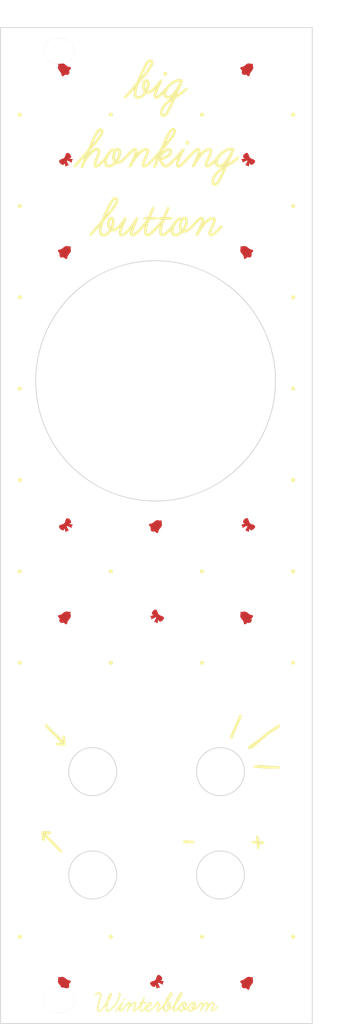
<source format=kicad_pcb>
(kicad_pcb (version 20171130) (host pcbnew "(5.1.2)-2")

  (general
    (thickness 1.6)
    (drawings 465)
    (tracks 0)
    (zones 0)
    (modules 5)
    (nets 1)
  )

  (page A4)
  (layers
    (0 F.Cu signal)
    (31 B.Cu signal)
    (32 B.Adhes user)
    (33 F.Adhes user)
    (34 B.Paste user)
    (35 F.Paste user)
    (36 B.SilkS user)
    (37 F.SilkS user)
    (38 B.Mask user)
    (39 F.Mask user)
    (40 Dwgs.User user)
    (41 Cmts.User user)
    (42 Eco1.User user)
    (43 Eco2.User user)
    (44 Edge.Cuts user)
    (45 Margin user)
    (46 B.CrtYd user)
    (47 F.CrtYd user)
    (48 B.Fab user)
    (49 F.Fab user)
  )

  (setup
    (last_trace_width 0.25)
    (trace_clearance 0.2)
    (zone_clearance 0.508)
    (zone_45_only no)
    (trace_min 0.2)
    (via_size 0.6)
    (via_drill 0.4)
    (via_min_size 0.4)
    (via_min_drill 0.3)
    (uvia_size 0.3)
    (uvia_drill 0.1)
    (uvias_allowed no)
    (uvia_min_size 0.2)
    (uvia_min_drill 0.1)
    (edge_width 0.15)
    (segment_width 0.2)
    (pcb_text_width 0.3)
    (pcb_text_size 1.5 1.5)
    (mod_edge_width 0.15)
    (mod_text_size 1 1)
    (mod_text_width 0.15)
    (pad_size 1.524 1.524)
    (pad_drill 0.762)
    (pad_to_mask_clearance 0.2)
    (aux_axis_origin 0 0)
    (visible_elements 7FFFFFFF)
    (pcbplotparams
      (layerselection 0x010f0_ffffffff)
      (usegerberextensions false)
      (usegerberattributes false)
      (usegerberadvancedattributes false)
      (creategerberjobfile false)
      (excludeedgelayer true)
      (linewidth 0.100000)
      (plotframeref false)
      (viasonmask false)
      (mode 1)
      (useauxorigin false)
      (hpglpennumber 1)
      (hpglpenspeed 20)
      (hpglpendiameter 15.000000)
      (psnegative false)
      (psa4output false)
      (plotreference true)
      (plotvalue true)
      (plotinvisibletext false)
      (padsonsilk false)
      (subtractmaskfromsilk false)
      (outputformat 1)
      (mirror false)
      (drillshape 0)
      (scaleselection 1)
      (outputdirectory "gerbers/"))
  )

  (net 0 "")

  (net_class Default "This is the default net class."
    (clearance 0.2)
    (trace_width 0.25)
    (via_dia 0.6)
    (via_drill 0.4)
    (uvia_dia 0.3)
    (uvia_drill 0.1)
  )

  (module panel:MountingHoleEurorackSlotM3 (layer F.Cu) (tedit 5E5DD340) (tstamp 5E5E303F)
    (at -12.6 -61.2)
    (descr "Mounting Hole 3.2mm, no annular, M3")
    (tags "mounting hole 3.2mm no annular m3")
    (attr virtual)
    (fp_text reference " " (at 0 -2.7) (layer F.Fab) hide
      (effects (font (size 1 1) (thickness 0.15)))
    )
    (fp_text value " " (at 0 3) (layer F.Fab) hide
      (effects (font (size 1 1) (thickness 0.15)))
    )
    (fp_line (start 0 0) (end 0 3) (layer F.CrtYd) (width 0.12))
    (fp_line (start 0 3) (end 0.3 2.7) (layer F.CrtYd) (width 0.12))
    (fp_line (start 0.3 2.7) (end 0 3) (layer F.CrtYd) (width 0.12))
    (fp_line (start 0 3) (end -0.3 2.7) (layer F.CrtYd) (width 0.12))
    (fp_line (start 0 0) (end 0 -3) (layer F.CrtYd) (width 0.12))
    (fp_line (start 0 -3) (end -0.3 -2.7) (layer F.CrtYd) (width 0.12))
    (fp_line (start -0.3 -2.7) (end 0 -3) (layer F.CrtYd) (width 0.12))
    (fp_line (start 0 -3) (end 0.3 -2.7) (layer F.CrtYd) (width 0.12))
    (fp_line (start 0 0) (end -7.5 0) (layer F.CrtYd) (width 0.12))
    (fp_line (start -7.5 0) (end -7.3 0.2) (layer F.CrtYd) (width 0.12))
    (fp_line (start -7.5 0) (end -7.3 -0.2) (layer F.CrtYd) (width 0.12))
    (pad "" np_thru_hole roundrect (at 0 0) (size 4 3.2) (drill oval 4 3.2) (layers *.Cu *.Mask) (roundrect_rratio 0.5))
  )

  (module panel:MountingHoleEurorackSlotM3 (layer F.Cu) (tedit 5E5DD340) (tstamp 5E5E303D)
    (at -12.6 61.2)
    (descr "Mounting Hole 3.2mm, no annular, M3")
    (tags "mounting hole 3.2mm no annular m3")
    (attr virtual)
    (fp_text reference " " (at 0 -2.7) (layer F.Fab) hide
      (effects (font (size 1 1) (thickness 0.15)))
    )
    (fp_text value " " (at 0 3) (layer F.Fab) hide
      (effects (font (size 1 1) (thickness 0.15)))
    )
    (fp_line (start -7.5 0) (end -7.3 -0.2) (layer F.CrtYd) (width 0.12))
    (fp_line (start -7.5 0) (end -7.3 0.2) (layer F.CrtYd) (width 0.12))
    (fp_line (start 0 0) (end -7.5 0) (layer F.CrtYd) (width 0.12))
    (fp_line (start 0 -3) (end 0.3 -2.7) (layer F.CrtYd) (width 0.12))
    (fp_line (start -0.3 -2.7) (end 0 -3) (layer F.CrtYd) (width 0.12))
    (fp_line (start 0 -3) (end -0.3 -2.7) (layer F.CrtYd) (width 0.12))
    (fp_line (start 0 0) (end 0 -3) (layer F.CrtYd) (width 0.12))
    (fp_line (start 0 3) (end -0.3 2.7) (layer F.CrtYd) (width 0.12))
    (fp_line (start 0.3 2.7) (end 0 3) (layer F.CrtYd) (width 0.12))
    (fp_line (start 0 3) (end 0.3 2.7) (layer F.CrtYd) (width 0.12))
    (fp_line (start 0 0) (end 0 3) (layer F.CrtYd) (width 0.12))
    (pad "" np_thru_hole roundrect (at 0 0) (size 4 3.2) (drill oval 4 3.2) (layers *.Cu *.Mask) (roundrect_rratio 0.5))
  )

  (module LOGO (layer F.Cu) (tedit 0) (tstamp 0)
    (at 0 0)
    (fp_text reference G*** (at 0 0) (layer F.SilkS) hide
      (effects (font (size 1.524 1.524) (thickness 0.3)))
    )
    (fp_text value LOGO (at 0.75 0) (layer F.SilkS) hide
      (effects (font (size 1.524 1.524) (thickness 0.3)))
    )
    (fp_poly (pts (xy -11.960805 58.274185) (xy -11.760489 58.411003) (xy -11.754283 58.416622) (xy -11.594041 58.552061)
      (xy -11.464644 58.632276) (xy -11.344579 58.668581) (xy -11.264939 58.674) (xy -11.143059 58.703486)
      (xy -11.088819 58.763365) (xy -11.068401 58.824584) (xy -11.087757 58.885928) (xy -11.157064 58.970832)
      (xy -11.196999 59.012496) (xy -11.285828 59.116562) (xy -11.315756 59.183905) (xy -11.306836 59.200796)
      (xy -11.273264 59.263051) (xy -11.261396 59.371858) (xy -11.273184 59.491438) (xy -11.288169 59.543079)
      (xy -11.360654 59.627426) (xy -11.482725 59.681713) (xy -11.621454 59.694858) (xy -11.694772 59.679902)
      (xy -11.779484 59.660229) (xy -11.84902 59.6806) (xy -11.935869 59.752244) (xy -11.953758 59.769424)
      (xy -12.065434 59.865435) (xy -12.14366 59.897385) (xy -12.204394 59.869971) (xy -12.223275 59.84875)
      (xy -12.256732 59.774022) (xy -12.285805 59.657668) (xy -12.289899 59.633373) (xy -12.345658 59.474005)
      (xy -12.458593 59.301227) (xy -12.47569 59.280476) (xy -12.60329 59.123982) (xy -12.681909 59.007815)
      (xy -12.720715 58.910761) (xy -12.728877 58.811606) (xy -12.719477 58.716334) (xy -12.703503 58.561449)
      (xy -12.696661 58.414037) (xy -12.6969 58.383575) (xy -12.693258 58.288804) (xy -12.663702 58.257498)
      (xy -12.599527 58.266705) (xy -12.487333 58.270858) (xy -12.365288 58.245702) (xy -12.164248 58.218569)
      (xy -11.960805 58.274185)) (layer F.Cu) (width 0.01))
    (fp_poly (pts (xy 12.047093 58.227453) (xy 12.111288 58.245702) (xy 12.234703 58.271487) (xy 12.340566 58.26795)
      (xy 12.431694 58.26997) (xy 12.475944 58.316819) (xy 12.454867 58.388049) (xy 12.452066 58.391524)
      (xy 12.433087 58.472327) (xy 12.447773 58.506087) (xy 12.477048 58.603254) (xy 12.486353 58.745117)
      (xy 12.476175 58.894213) (xy 12.447003 59.013079) (xy 12.440995 59.026033) (xy 12.383666 59.11156)
      (xy 12.292828 59.222008) (xy 12.245769 59.273291) (xy 12.11566 59.456398) (xy 12.060012 59.630788)
      (xy 12.011824 59.7974) (xy 11.943218 59.884898) (xy 11.888332 59.901019) (xy 11.841134 59.876505)
      (xy 11.756773 59.814233) (xy 11.721379 59.78525) (xy 11.614481 59.710194) (xy 11.508213 59.681314)
      (xy 11.385261 59.68288) (xy 11.255969 59.685047) (xy 11.17512 59.65993) (xy 11.107842 59.595311)
      (xy 11.09713 59.581921) (xy 11.01784 59.433842) (xy 11.020729 59.290625) (xy 11.047183 59.227729)
      (xy 11.059722 59.162541) (xy 11.017096 59.088687) (xy 10.962516 59.032092) (xy 10.860617 58.906565)
      (xy 10.840069 58.80412) (xy 10.900477 58.725797) (xy 11.041444 58.672637) (xy 11.103629 58.661091)
      (xy 11.262815 58.603548) (xy 11.444107 58.473902) (xy 11.477135 58.444889) (xy 11.677858 58.295285)
      (xy 11.864568 58.223835) (xy 12.047093 58.227453)) (layer F.Cu) (width 0.01))
    (fp_poly (pts (xy 0.317459 57.97806) (xy 0.443051 58.029976) (xy 0.562106 58.114659) (xy 0.59791 58.151083)
      (xy 0.708094 58.310965) (xy 0.750682 58.454004) (xy 0.72589 58.569697) (xy 0.63393 58.647541)
      (xy 0.58748 58.663499) (xy 0.52187 58.682988) (xy 0.510841 58.699009) (xy 0.563443 58.717762)
      (xy 0.688726 58.74545) (xy 0.715018 58.750896) (xy 0.876009 58.791356) (xy 0.956232 58.831665)
      (xy 0.959488 58.875786) (xy 0.889576 58.92768) (xy 0.886283 58.929454) (xy 0.825635 58.983178)
      (xy 0.820023 59.068471) (xy 0.826147 59.100277) (xy 0.834736 59.186948) (xy 0.817724 59.224301)
      (xy 0.816895 59.224334) (xy 0.764191 59.205696) (xy 0.658537 59.156468) (xy 0.52127 59.086678)
      (xy 0.49923 59.075034) (xy 0.328656 58.992561) (xy 0.224438 58.961618) (xy 0.189053 58.972675)
      (xy 0.193839 59.029856) (xy 0.232482 59.139564) (xy 0.297178 59.280621) (xy 0.316233 59.317775)
      (xy 0.472423 59.615935) (xy 0.339788 59.596468) (xy 0.230674 59.597439) (xy 0.169403 59.647878)
      (xy 0.165587 59.654667) (xy 0.105634 59.723974) (xy 0.047418 59.709262) (xy -0.001048 59.623744)
      (xy -0.033343 59.499751) (xy -0.042333 59.412078) (xy -0.058349 59.327026) (xy -0.094903 59.317281)
      (xy -0.134758 59.382376) (xy -0.144384 59.414834) (xy -0.17746 59.487425) (xy -0.245879 59.51671)
      (xy -0.323287 59.520667) (xy -0.468445 59.484718) (xy -0.610877 59.391601) (xy -0.727613 59.263414)
      (xy -0.795684 59.122253) (xy -0.804333 59.057911) (xy -0.793769 58.96941) (xy -0.748014 58.909239)
      (xy -0.645974 58.852107) (xy -0.624416 58.842193) (xy -0.493373 58.791871) (xy -0.378112 58.76256)
      (xy -0.347219 58.759597) (xy -0.243056 58.721911) (xy -0.137725 58.626609) (xy -0.05305 58.497559)
      (xy -0.017542 58.399003) (xy 0.035549 58.228871) (xy 0.106293 58.086285) (xy 0.182232 57.99381)
      (xy 0.217187 57.973748) (xy 0.317459 57.97806)) (layer F.Cu) (width 0.01))
    (fp_poly (pts (xy -11.382177 11.136605) (xy -11.291183 11.158728) (xy -11.235 11.129932) (xy -11.159938 11.101418)
      (xy -11.109108 11.135245) (xy -11.101588 11.209244) (xy -11.123276 11.259761) (xy -11.149496 11.331539)
      (xy -11.138267 11.363657) (xy -11.099079 11.427719) (xy -11.073568 11.543234) (xy -11.066749 11.677434)
      (xy -11.076377 11.767967) (xy -11.116621 11.862513) (xy -11.19831 11.990772) (xy -11.304061 12.12557)
      (xy -11.308152 12.130264) (xy -11.437379 12.2942) (xy -11.503106 12.420475) (xy -11.514666 12.487335)
      (xy -11.537381 12.645101) (xy -11.600351 12.730229) (xy -11.695814 12.739815) (xy -11.816007 12.670952)
      (xy -11.869809 12.62023) (xy -11.954402 12.542925) (xy -12.022314 12.521369) (xy -12.103097 12.542026)
      (xy -12.262948 12.565549) (xy -12.401533 12.521369) (xy -12.502961 12.424419) (xy -12.551336 12.289627)
      (xy -12.533001 12.138166) (xy -12.5104 12.049441) (xy -12.52656 11.980845) (xy -12.59234 11.898598)
      (xy -12.618954 11.870765) (xy -12.705614 11.751745) (xy -12.727479 11.650519) (xy -12.685837 11.581001)
      (xy -12.589954 11.557) (xy -12.414059 11.522938) (xy -12.234517 11.432682) (xy -12.107333 11.3256)
      (xy -11.93673 11.186791) (xy -11.743703 11.105938) (xy -11.549527 11.088585) (xy -11.382177 11.136605)) (layer F.Cu) (width 0.01))
    (fp_poly (pts (xy 11.53353 11.119979) (xy 11.73106 11.220372) (xy 11.854799 11.317445) (xy 12.044153 11.462155)
      (xy 12.207648 11.533991) (xy 12.22684 11.537793) (xy 12.344069 11.559213) (xy 12.428172 11.578028)
      (xy 12.435417 11.580137) (xy 12.483594 11.631513) (xy 12.480477 11.723157) (xy 12.431125 11.832149)
      (xy 12.361054 11.917101) (xy 12.278653 12.014352) (xy 12.271855 12.076237) (xy 12.276388 12.081654)
      (xy 12.317501 12.176246) (xy 12.307525 12.301561) (xy 12.251613 12.425034) (xy 12.215091 12.469091)
      (xy 12.102299 12.543015) (xy 11.973787 12.573197) (xy 11.86212 12.554486) (xy 11.827654 12.530388)
      (xy 11.770184 12.527594) (xy 11.677517 12.600316) (xy 11.663101 12.615054) (xy 11.55682 12.698023)
      (xy 11.449393 12.738839) (xy 11.363741 12.732442) (xy 11.326137 12.689417) (xy 11.308474 12.614176)
      (xy 11.286959 12.499461) (xy 11.284115 12.482555) (xy 11.233192 12.342843) (xy 11.132993 12.187565)
      (xy 11.096867 12.143888) (xy 10.998206 12.024947) (xy 10.917962 11.917179) (xy 10.886217 11.8667)
      (xy 10.844682 11.723482) (xy 10.84369 11.559245) (xy 10.881156 11.427217) (xy 10.900418 11.313917)
      (xy 10.883138 11.267152) (xy 10.866519 11.176785) (xy 10.911806 11.123938) (xy 10.997832 11.129779)
      (xy 11.013152 11.137138) (xy 11.122397 11.153218) (xy 11.182199 11.130349) (xy 11.346215 11.088758)
      (xy 11.53353 11.119979)) (layer F.Cu) (width 0.01))
    (fp_poly (pts (xy -0.003486 10.883925) (xy 0.083806 11.00498) (xy 0.137075 11.127741) (xy 0.166977 11.232251)
      (xy 0.169334 11.256368) (xy 0.206389 11.365838) (xy 0.303344 11.479667) (xy 0.438881 11.578292)
      (xy 0.58884 11.6414) (xy 0.791683 11.712658) (xy 0.921537 11.797976) (xy 0.973012 11.893648)
      (xy 0.973667 11.906122) (xy 0.939222 12.040087) (xy 0.849802 12.175803) (xy 0.726281 12.293936)
      (xy 0.589534 12.375151) (xy 0.460433 12.400117) (xy 0.442838 12.397781) (xy 0.371035 12.351951)
      (xy 0.298892 12.258378) (xy 0.285816 12.234209) (xy 0.238727 12.145028) (xy 0.217354 12.126879)
      (xy 0.211647 12.174053) (xy 0.211497 12.192) (xy 0.200862 12.301011) (xy 0.174729 12.42488)
      (xy 0.140966 12.535533) (xy 0.107438 12.604898) (xy 0.09286 12.615334) (xy 0.049854 12.583603)
      (xy 0.008021 12.527778) (xy -0.053013 12.466763) (xy -0.14366 12.462196) (xy -0.171496 12.467642)
      (xy -0.258632 12.478716) (xy -0.296295 12.467518) (xy -0.296333 12.466826) (xy -0.277042 12.41867)
      (xy -0.226114 12.317576) (xy -0.153966 12.184089) (xy -0.142793 12.164035) (xy -0.055764 11.993683)
      (xy -0.02382 11.886853) (xy -0.049842 11.840411) (xy -0.13671 11.851222) (xy -0.287302 11.916152)
      (xy -0.344028 11.945034) (xy -0.482314 12.016621) (xy -0.591931 12.072565) (xy -0.650464 12.10143)
      (xy -0.652009 12.102116) (xy -0.670965 12.078406) (xy -0.665951 11.998076) (xy -0.663941 11.987458)
      (xy -0.65834 11.880892) (xy -0.705269 11.810421) (xy -0.729875 11.791681) (xy -0.787785 11.732402)
      (xy -0.771669 11.683555) (xy -0.677826 11.64176) (xy -0.529166 11.608339) (xy -0.407196 11.584865)
      (xy -0.359206 11.567508) (xy -0.375804 11.547633) (xy -0.435001 11.521769) (xy -0.548247 11.440716)
      (xy -0.588976 11.326701) (xy -0.557872 11.18931) (xy -0.455617 11.038133) (xy -0.396259 10.977187)
      (xy -0.244671 10.864458) (xy -0.114304 10.833339) (xy -0.003486 10.883925)) (layer F.Cu) (width 0.01))
    (fp_poly (pts (xy 0.333954 -0.662533) (xy 0.445023 -0.633669) (xy 0.519157 -0.631834) (xy 0.532128 -0.639792)
      (xy 0.588662 -0.684776) (xy 0.641274 -0.66006) (xy 0.670903 -0.579246) (xy 0.6723 -0.53975)
      (xy 0.677736 -0.399452) (xy 0.697748 -0.250326) (xy 0.698658 -0.245715) (xy 0.713256 -0.069105)
      (xy 0.672846 0.085827) (xy 0.568878 0.244586) (xy 0.512575 0.309419) (xy 0.372706 0.475672)
      (xy 0.290678 0.60909) (xy 0.25651 0.727521) (xy 0.254 0.771917) (xy 0.225173 0.887461)
      (xy 0.152295 0.960859) (xy 0.09884 0.973667) (xy 0.036006 0.947612) (xy -0.057581 0.882257)
      (xy -0.093777 0.852077) (xy -0.195905 0.775302) (xy -0.274467 0.754282) (xy -0.331579 0.76734)
      (xy -0.48756 0.7882) (xy -0.619974 0.738459) (xy -0.713574 0.631771) (xy -0.753112 0.48179)
      (xy -0.747801 0.394573) (xy -0.741382 0.282617) (xy -0.775121 0.191529) (xy -0.848229 0.097586)
      (xy -0.92419 0.003294) (xy -0.968766 -0.067079) (xy -0.973666 -0.083116) (xy -0.935984 -0.160651)
      (xy -0.841488 -0.223109) (xy -0.718004 -0.253309) (xy -0.696889 -0.254) (xy -0.591129 -0.270962)
      (xy -0.479798 -0.330135) (xy -0.343713 -0.440018) (xy -0.150422 -0.591713) (xy 0.01785 -0.675069)
      (xy 0.177634 -0.695513) (xy 0.333954 -0.662533)) (layer F.Cu) (width 0.01))
    (fp_poly (pts (xy -11.357196 -0.904198) (xy -11.229 -0.816637) (xy -11.122131 -0.701111) (xy -11.057335 -0.573006)
      (xy -11.048517 -0.528799) (xy -11.044026 -0.393019) (xy -11.076562 -0.314615) (xy -11.158305 -0.270024)
      (xy -11.186583 -0.26174) (xy -11.259767 -0.240342) (xy -11.277111 -0.224233) (xy -11.230107 -0.20623)
      (xy -11.110246 -0.17915) (xy -11.081488 -0.173015) (xy -10.915143 -0.130479) (xy -10.829491 -0.08925)
      (xy -10.82069 -0.045952) (xy -10.882733 0.001641) (xy -10.948268 0.063062) (xy -10.956156 0.162853)
      (xy -10.954751 0.173099) (xy -10.952592 0.259989) (xy -10.972743 0.296333) (xy -10.972872 0.296334)
      (xy -11.02671 0.278474) (xy -11.132305 0.231754) (xy -11.260666 0.169334) (xy -11.395367 0.104443)
      (xy -11.502137 0.058669) (xy -11.555793 0.042334) (xy -11.595422 0.074256) (xy -11.58537 0.163828)
      (xy -11.527792 0.301755) (xy -11.472333 0.402167) (xy -11.386536 0.557018) (xy -11.351077 0.652547)
      (xy -11.365514 0.697179) (xy -11.429401 0.699339) (xy -11.457001 0.693253) (xy -11.554723 0.689438)
      (xy -11.631334 0.748997) (xy -11.644712 0.766038) (xy -11.720755 0.86685) (xy -11.759953 0.761509)
      (xy -11.794205 0.649104) (xy -11.827547 0.509476) (xy -11.832109 0.486834) (xy -11.865069 0.3175)
      (xy -11.902048 0.452394) (xy -11.963606 0.574078) (xy -12.062226 0.621618) (xy -12.199424 0.595151)
      (xy -12.376706 0.494818) (xy -12.477618 0.395946) (xy -12.555035 0.268716) (xy -12.594269 0.142966)
      (xy -12.588616 0.064301) (xy -12.51838 -0.016795) (xy -12.383908 -0.089781) (xy -12.205594 -0.144057)
      (xy -12.176523 -0.149892) (xy -12.04638 -0.19622) (xy -11.925546 -0.274591) (xy -11.838989 -0.365262)
      (xy -11.811 -0.438883) (xy -11.792729 -0.547102) (xy -11.746774 -0.681411) (xy -11.686419 -0.811423)
      (xy -11.62495 -0.906749) (xy -11.594595 -0.933869) (xy -11.485976 -0.948404) (xy -11.357196 -0.904198)) (layer F.Cu) (width 0.01))
    (fp_poly (pts (xy 11.773979 -0.936242) (xy 11.849344 -0.839209) (xy 11.915696 -0.705429) (xy 11.958505 -0.560137)
      (xy 12.005292 -0.437045) (xy 12.088357 -0.314733) (xy 12.186647 -0.217745) (xy 12.27911 -0.170625)
      (xy 12.29372 -0.169333) (xy 12.405383 -0.148357) (xy 12.538769 -0.096018) (xy 12.661087 -0.0282)
      (xy 12.739545 0.039213) (xy 12.746409 0.049948) (xy 12.762492 0.162889) (xy 12.712869 0.292387)
      (xy 12.609066 0.420309) (xy 12.462611 0.528522) (xy 12.431708 0.544961) (xy 12.312858 0.601562)
      (xy 12.241818 0.62096) (xy 12.191678 0.605769) (xy 12.150539 0.57229) (xy 12.08124 0.47997)
      (xy 12.054653 0.408329) (xy 12.039103 0.391673) (xy 12.013655 0.451383) (xy 11.98594 0.560179)
      (xy 11.942025 0.726706) (xy 11.900074 0.812588) (xy 11.856776 0.821681) (xy 11.811635 0.763186)
      (xy 11.7276 0.691265) (xy 11.640177 0.677334) (xy 11.551584 0.67077) (xy 11.514667 0.654986)
      (xy 11.514667 0.65496) (xy 11.532359 0.608556) (xy 11.578677 0.508747) (xy 11.641667 0.381)
      (xy 11.706557 0.2463) (xy 11.752332 0.13953) (xy 11.768667 0.085874) (xy 11.736744 0.046245)
      (xy 11.647172 0.056297) (xy 11.509245 0.113874) (xy 11.408834 0.169334) (xy 11.253983 0.255131)
      (xy 11.158453 0.290589) (xy 11.113821 0.276153) (xy 11.111661 0.212265) (xy 11.117747 0.184665)
      (xy 11.121588 0.087052) (xy 11.062174 0.010483) (xy 11.044747 -0.003208) (xy 10.992581 -0.045779)
      (xy 10.97822 -0.077075) (xy 11.012351 -0.105228) (xy 11.105661 -0.13837) (xy 11.26884 -0.184635)
      (xy 11.291305 -0.190817) (xy 11.387284 -0.222106) (xy 11.420823 -0.243931) (xy 11.400651 -0.250214)
      (xy 11.291709 -0.288668) (xy 11.228619 -0.380315) (xy 11.213901 -0.505613) (xy 11.250073 -0.645018)
      (xy 11.333368 -0.772167) (xy 11.442241 -0.864083) (xy 11.573397 -0.937764) (xy 11.689614 -0.972959)
      (xy 11.703687 -0.973666) (xy 11.773979 -0.936242)) (layer F.Cu) (width 0.01))
    (fp_poly (pts (xy -11.468279 -36.032103) (xy -11.461328 -36.02953) (xy -11.331117 -36.005058) (xy -11.218937 -36.010729)
      (xy -11.137255 -36.021807) (xy -11.101827 -35.996724) (xy -11.093889 -35.914641) (xy -11.094099 -35.872091)
      (xy -11.087931 -35.713505) (xy -11.070785 -35.549761) (xy -11.069124 -35.538833) (xy -11.059018 -35.464419)
      (xy -11.060619 -35.402468) (xy -11.081473 -35.337869) (xy -11.129127 -35.255515) (xy -11.211127 -35.140296)
      (xy -11.335021 -34.977104) (xy -11.377083 -34.922271) (xy -11.479043 -34.754649) (xy -11.514666 -34.609615)
      (xy -11.539625 -34.474102) (xy -11.607071 -34.391729) (xy -11.669827 -34.374666) (xy -11.731971 -34.400799)
      (xy -11.826066 -34.466691) (xy -11.868709 -34.50226) (xy -11.968199 -34.580301) (xy -12.041866 -34.605863)
      (xy -12.120616 -34.589317) (xy -12.124182 -34.587975) (xy -12.279935 -34.564442) (xy -12.406632 -34.612877)
      (xy -12.492025 -34.722267) (xy -12.523865 -34.881599) (xy -12.520421 -34.944253) (xy -12.514451 -35.073758)
      (xy -12.540428 -35.158308) (xy -12.598893 -35.225774) (xy -12.698864 -35.351566) (xy -12.728036 -35.464194)
      (xy -12.689064 -35.550545) (xy -12.5846 -35.597508) (xy -12.5227 -35.602333) (xy -12.39869 -35.617429)
      (xy -12.277302 -35.670179) (xy -12.137411 -35.771781) (xy -12.03705 -35.859711) (xy -11.843511 -35.996204)
      (xy -11.651346 -36.054427) (xy -11.468279 -36.032103)) (layer F.Cu) (width 0.01))
    (fp_poly (pts (xy 11.618245 -36.002172) (xy 11.815159 -35.868918) (xy 11.825384 -35.859711) (xy 11.985626 -35.724272)
      (xy 12.115023 -35.644057) (xy 12.235088 -35.607753) (xy 12.314728 -35.602333) (xy 12.436691 -35.572801)
      (xy 12.490758 -35.513137) (xy 12.512156 -35.447514) (xy 12.489049 -35.383098) (xy 12.411334 -35.292754)
      (xy 12.407037 -35.288311) (xy 12.323517 -35.188885) (xy 12.294335 -35.105089) (xy 12.30227 -35.019232)
      (xy 12.31166 -34.829785) (xy 12.253905 -34.691641) (xy 12.140579 -34.609692) (xy 11.997128 -34.575734)
      (xy 11.884895 -34.596432) (xy 11.800183 -34.616104) (xy 11.730646 -34.595733) (xy 11.643798 -34.524089)
      (xy 11.625909 -34.506909) (xy 11.514233 -34.410898) (xy 11.436006 -34.378948) (xy 11.375273 -34.406362)
      (xy 11.356391 -34.427583) (xy 11.322951 -34.50229) (xy 11.293865 -34.618673) (xy 11.289731 -34.643185)
      (xy 11.245505 -34.782837) (xy 11.16741 -34.924185) (xy 11.146273 -34.952367) (xy 11.010874 -35.122183)
      (xy 10.921683 -35.244263) (xy 10.870558 -35.335788) (xy 10.849351 -35.413938) (xy 10.849919 -35.495893)
      (xy 10.858204 -35.56) (xy 10.875431 -35.714823) (xy 10.882946 -35.862352) (xy 10.882741 -35.893089)
      (xy 10.886328 -35.98841) (xy 10.917368 -36.021237) (xy 10.991928 -36.014077) (xy 11.117857 -36.012254)
      (xy 11.226193 -36.03475) (xy 11.418572 -36.058428) (xy 11.618245 -36.002172)) (layer F.Cu) (width 0.01))
    (fp_poly (pts (xy -11.377887 -48.057071) (xy -11.254125 -47.969888) (xy -11.141178 -47.849525) (xy -11.055913 -47.716386)
      (xy -11.015197 -47.590878) (xy -11.022363 -47.518156) (xy -11.076624 -47.457131) (xy -11.173611 -47.399249)
      (xy -11.180057 -47.396474) (xy -11.312412 -47.340823) (xy -11.106623 -47.312892) (xy -10.971903 -47.288342)
      (xy -10.86652 -47.258172) (xy -10.837333 -47.244507) (xy -10.80231 -47.207973) (xy -10.831244 -47.165527)
      (xy -10.871541 -47.135238) (xy -10.940732 -47.06402) (xy -10.947604 -46.971126) (xy -10.942261 -46.943544)
      (xy -10.930239 -46.85719) (xy -10.938944 -46.820673) (xy -10.939195 -46.820666) (xy -10.985518 -46.839154)
      (xy -11.086118 -46.888031) (xy -11.220796 -46.957417) (xy -11.245642 -46.970549) (xy -11.422024 -47.055794)
      (xy -11.534016 -47.08726) (xy -11.584794 -47.062191) (xy -11.577537 -46.977829) (xy -11.51542 -46.831415)
      (xy -11.481669 -46.765686) (xy -11.399325 -46.605085) (xy -11.357957 -46.506127) (xy -11.356374 -46.457037)
      (xy -11.393385 -46.446039) (xy -11.450421 -46.456863) (xy -11.54798 -46.456893) (xy -11.608771 -46.397953)
      (xy -11.676554 -46.323356) (xy -11.732911 -46.33161) (xy -11.775552 -46.421395) (xy -11.792124 -46.503687)
      (xy -11.821245 -46.642085) (xy -11.854353 -46.710574) (xy -11.887249 -46.703816) (xy -11.908001 -46.651071)
      (xy -11.963649 -46.565482) (xy -12.059144 -46.535227) (xy -12.178289 -46.552179) (xy -12.304886 -46.608208)
      (xy -12.422738 -46.695187) (xy -12.515648 -46.804987) (xy -12.567419 -46.929479) (xy -12.573 -46.984791)
      (xy -12.548841 -47.095222) (xy -12.468888 -47.180223) (xy -12.321932 -47.248874) (xy -12.203176 -47.284359)
      (xy -11.998028 -47.372098) (xy -11.857603 -47.507451) (xy -11.789681 -47.67442) (xy -11.734875 -47.856998)
      (xy -11.652621 -47.996738) (xy -11.554407 -48.077378) (xy -11.495595 -48.090666) (xy -11.377887 -48.057071)) (layer F.Cu) (width 0.01))
    (fp_poly (pts (xy 11.782725 -48.049774) (xy 11.875717 -47.926628) (xy 11.946062 -47.732437) (xy 12.021073 -47.537569)
      (xy 12.135848 -47.401104) (xy 12.307913 -47.305773) (xy 12.41586 -47.269596) (xy 12.611028 -47.196622)
      (xy 12.726247 -47.112048) (xy 12.765964 -47.011031) (xy 12.744841 -46.911387) (xy 12.63788 -46.737331)
      (xy 12.49066 -46.61255) (xy 12.323442 -46.553136) (xy 12.290588 -46.550549) (xy 12.182007 -46.555098)
      (xy 12.124274 -46.592575) (xy 12.084273 -46.685032) (xy 12.08305 -46.688736) (xy 12.035907 -46.831972)
      (xy 11.984823 -46.572319) (xy 11.947568 -46.413679) (xy 11.910089 -46.33345) (xy 11.865858 -46.325612)
      (xy 11.808348 -46.384144) (xy 11.797365 -46.399427) (xy 11.725011 -46.461731) (xy 11.625631 -46.458338)
      (xy 11.545085 -46.449965) (xy 11.514667 -46.468213) (xy 11.533318 -46.52154) (xy 11.58258 -46.627693)
      (xy 11.652411 -46.765228) (xy 11.663967 -46.787103) (xy 11.746439 -46.957677) (xy 11.777382 -47.061895)
      (xy 11.766325 -47.09728) (xy 11.70898 -47.092615) (xy 11.599386 -47.05409) (xy 11.458976 -46.989553)
      (xy 11.426525 -46.972877) (xy 11.288946 -46.904878) (xy 11.184766 -46.861111) (xy 11.132035 -46.84892)
      (xy 11.128981 -46.851815) (xy 11.128386 -46.916181) (xy 11.13217 -46.980632) (xy 11.104224 -47.083848)
      (xy 11.042685 -47.155935) (xy 10.945325 -47.234772) (xy 11.113579 -47.281483) (xy 11.249822 -47.312988)
      (xy 11.370209 -47.330828) (xy 11.387667 -47.331884) (xy 11.451207 -47.337022) (xy 11.44742 -47.352644)
      (xy 11.371185 -47.389046) (xy 11.355917 -47.395741) (xy 11.26149 -47.449981) (xy 11.223831 -47.523158)
      (xy 11.218334 -47.608935) (xy 11.233421 -47.720756) (xy 11.289256 -47.82261) (xy 11.382686 -47.926314)
      (xy 11.536495 -48.049519) (xy 11.669746 -48.090705) (xy 11.782725 -48.049774)) (layer F.Cu) (width 0.01))
    (fp_poly (pts (xy -11.982446 -59.58839) (xy -11.863805 -59.525047) (xy -11.723584 -59.410254) (xy -11.705166 -59.393666)
      (xy -11.556389 -59.269836) (xy -11.441963 -59.202691) (xy -11.344356 -59.18201) (xy -11.342102 -59.182)
      (xy -11.193037 -59.161177) (xy -11.088988 -59.105569) (xy -11.049015 -59.025465) (xy -11.049 -59.023776)
      (xy -11.076865 -58.951277) (xy -11.14667 -58.854503) (xy -11.177587 -58.820529) (xy -11.257059 -58.728567)
      (xy -11.28249 -58.65886) (xy -11.264992 -58.579589) (xy -11.263301 -58.575097) (xy -11.245722 -58.420847)
      (xy -11.306453 -58.27851) (xy -11.411216 -58.181712) (xy -11.50778 -58.134339) (xy -11.601247 -58.139974)
      (xy -11.654836 -58.158013) (xy -11.744137 -58.183783) (xy -11.811401 -58.169679) (xy -11.891685 -58.105412)
      (xy -11.917162 -58.081014) (xy -12.04193 -57.982663) (xy -12.14178 -57.958664) (xy -12.225866 -58.005133)
      (xy -12.261955 -58.081235) (xy -12.276666 -58.190237) (xy -12.29745 -58.294662) (xy -12.365445 -58.422689)
      (xy -12.487149 -58.587852) (xy -12.633945 -58.795138) (xy -12.713275 -58.970353) (xy -12.729416 -59.126393)
      (xy -12.702739 -59.238295) (xy -12.677341 -59.359415) (xy -12.682194 -59.455486) (xy -12.68081 -59.549526)
      (xy -12.632031 -59.591513) (xy -12.555388 -59.56579) (xy -12.549979 -59.561461) (xy -12.474213 -59.534017)
      (xy -12.435416 -59.553707) (xy -12.353368 -59.591158) (xy -12.276666 -59.60591) (xy -12.109927 -59.611578)
      (xy -11.982446 -59.58839)) (layer F.Cu) (width 0.01))
    (fp_poly (pts (xy 11.993413 -59.611545) (xy 12.137758 -59.590205) (xy 12.22375 -59.553889) (xy 12.295036 -59.53609)
      (xy 12.338312 -59.561461) (xy 12.416211 -59.591934) (xy 12.467617 -59.553794) (xy 12.472315 -59.462863)
      (xy 12.47105 -59.457566) (xy 12.467885 -59.350048) (xy 12.494081 -59.226046) (xy 12.494304 -59.225402)
      (xy 12.517294 -59.054436) (xy 12.468421 -58.869691) (xy 12.345085 -58.663807) (xy 12.256599 -58.552884)
      (xy 12.139774 -58.4015) (xy 12.079508 -58.28242) (xy 12.065 -58.192176) (xy 12.040696 -58.046245)
      (xy 11.973909 -57.970202) (xy 11.87383 -57.966865) (xy 11.74965 -58.039052) (xy 11.703531 -58.081341)
      (xy 11.616873 -58.159874) (xy 11.550647 -58.185164) (xy 11.469538 -58.167693) (xy 11.444035 -58.158339)
      (xy 11.335581 -58.130607) (xy 11.247449 -58.153097) (xy 11.19955 -58.181712) (xy 11.078845 -58.301727)
      (xy 11.031309 -58.447331) (xy 11.051635 -58.575097) (xy 11.070876 -58.655599) (xy 11.04771 -58.725044)
      (xy 10.971025 -58.815248) (xy 10.965921 -58.820529) (xy 10.886215 -58.918059) (xy 10.841115 -59.002905)
      (xy 10.837334 -59.023776) (xy 10.875906 -59.104245) (xy 10.978917 -59.160413) (xy 11.127306 -59.181992)
      (xy 11.130436 -59.182) (xy 11.227857 -59.201703) (xy 11.341681 -59.267628) (xy 11.489441 -59.389996)
      (xy 11.4935 -59.393666) (xy 11.620546 -59.498414) (xy 11.7363 -59.576104) (xy 11.817336 -59.611187)
      (xy 11.822032 -59.611717) (xy 11.993413 -59.611545)) (layer F.Cu) (width 0.01))
  )

  (module LOGO (layer F.Cu) (tedit 0) (tstamp 0)
    (at 0 0)
    (fp_text reference G*** (at 0 0) (layer F.SilkS) hide
      (effects (font (size 1.524 1.524) (thickness 0.3)))
    )
    (fp_text value LOGO (at 0.75 0) (layer F.SilkS) hide
      (effects (font (size 1.524 1.524) (thickness 0.3)))
    )
    (fp_poly (pts (xy -7.341716 60.216959) (xy -7.199335 60.278693) (xy -7.101997 60.389563) (xy -7.069944 60.514336)
      (xy -7.081018 60.582314) (xy -7.111506 60.716311) (xy -7.157594 60.900924) (xy -7.21547 61.120753)
      (xy -7.264098 61.298667) (xy -7.363323 61.676674) (xy -7.434305 61.992742) (xy -7.47659 62.243413)
      (xy -7.489724 62.425232) (xy -7.473254 62.534744) (xy -7.430782 62.568667) (xy -7.357934 62.536285)
      (xy -7.247972 62.447547) (xy -7.11289 62.315066) (xy -6.964687 62.151453) (xy -6.815357 61.969321)
      (xy -6.676898 61.781281) (xy -6.664128 61.762661) (xy -6.504481 61.495223) (xy -6.376763 61.200949)
      (xy -6.315727 61.020438) (xy -6.249541 60.824821) (xy -6.179587 60.644214) (xy -6.140488 60.557834)
      (xy -5.969 60.557834) (xy -5.947833 60.579) (xy -5.926666 60.557834) (xy -5.947833 60.536667)
      (xy -5.969 60.557834) (xy -6.140488 60.557834) (xy -6.116135 60.504034) (xy -6.084812 60.448938)
      (xy -5.987839 60.33966) (xy -5.893235 60.291453) (xy -5.816151 60.308287) (xy -5.778115 60.368546)
      (xy -5.762578 60.480463) (xy -5.784912 60.615888) (xy -5.849213 60.787276) (xy -5.959575 61.007082)
      (xy -6.028788 61.131127) (xy -6.184952 61.435865) (xy -6.285012 61.714405) (xy -6.337179 61.995614)
      (xy -6.35 62.26027) (xy -6.336448 62.411013) (xy -6.293495 62.49634) (xy -6.217692 62.515395)
      (xy -6.10559 62.467322) (xy -5.953741 62.351263) (xy -5.758697 62.166363) (xy -5.690415 62.096479)
      (xy -5.461688 61.833436) (xy -5.257793 61.549161) (xy -5.085479 61.257408) (xy -4.951492 60.971933)
      (xy -4.86258 60.706488) (xy -4.825491 60.474829) (xy -4.832561 60.347789) (xy -4.821047 60.271909)
      (xy -4.768347 60.247688) (xy -4.700788 60.275696) (xy -4.650022 60.343845) (xy -4.623134 60.440211)
      (xy -4.628712 60.561389) (xy -4.650797 60.672967) (xy -4.701773 60.834043) (xy -4.787541 61.043143)
      (xy -4.896947 61.277176) (xy -5.018836 61.513052) (xy -5.142052 61.727678) (xy -5.215346 61.841599)
      (xy -5.357757 62.027402) (xy -5.530407 62.218071) (xy -5.714744 62.395975) (xy -5.892221 62.543484)
      (xy -6.044286 62.642967) (xy -6.07322 62.656981) (xy -6.246668 62.713368) (xy -6.375385 62.705702)
      (xy -6.463163 62.630274) (xy -6.513795 62.483375) (xy -6.531072 62.261295) (xy -6.530884 62.20932)
      (xy -6.52683 61.913473) (xy -6.614882 62.039987) (xy -6.68436 62.126523) (xy -6.795437 62.250579)
      (xy -6.928781 62.390882) (xy -6.989495 62.45225) (xy -7.13152 62.589509) (xy -7.234433 62.675102)
      (xy -7.315601 62.720437) (xy -7.392391 62.736925) (xy -7.424461 62.738) (xy -7.558799 62.713626)
      (xy -7.638766 62.643914) (xy -7.68786 62.530568) (xy -7.70437 62.421664) (xy -7.691463 62.296668)
      (xy -7.655232 62.104556) (xy -7.598803 61.858639) (xy -7.525305 61.572231) (xy -7.437865 61.258644)
      (xy -7.403753 61.142255) (xy -7.351106 60.947639) (xy -7.311769 60.768543) (xy -7.290631 60.629327)
      (xy -7.28906 60.570755) (xy -7.302525 60.484286) (xy -7.337375 60.444372) (xy -7.418535 60.43415)
      (xy -7.489687 60.435024) (xy -7.629676 60.451554) (xy -7.726858 60.504377) (xy -7.776839 60.555432)
      (xy -7.866476 60.629175) (xy -7.94577 60.645264) (xy -7.994455 60.603088) (xy -8.001 60.562186)
      (xy -7.962766 60.469287) (xy -7.862815 60.376194) (xy -7.723273 60.294494) (xy -7.566267 60.235772)
      (xy -7.413923 60.211615) (xy -7.341716 60.216959)) (layer F.SilkS) (width 0.01))
    (fp_poly (pts (xy 3.270564 60.202322) (xy 3.335867 60.2488) (xy 3.37855 60.321762) (xy 3.381677 60.421857)
      (xy 3.342304 60.555343) (xy 3.257489 60.728475) (xy 3.124291 60.947511) (xy 2.939765 61.218708)
      (xy 2.766812 61.45888) (xy 2.592274 61.713578) (xy 2.465879 61.933689) (xy 2.396395 62.100845)
      (xy 2.345214 62.305221) (xy 2.331186 62.445768) (xy 2.354506 62.517645) (xy 2.379093 62.526334)
      (xy 2.438216 62.494741) (xy 2.534032 62.409806) (xy 2.652939 62.286294) (xy 2.781333 62.138973)
      (xy 2.90561 61.982607) (xy 2.995165 61.857608) (xy 3.128143 61.67993) (xy 3.249829 61.554701)
      (xy 3.351489 61.489105) (xy 3.42439 61.490327) (xy 3.433037 61.497437) (xy 3.497273 61.520183)
      (xy 3.583804 61.489295) (xy 3.718216 61.451989) (xy 3.822361 61.493629) (xy 3.893642 61.613142)
      (xy 3.895231 61.617876) (xy 3.915012 61.786491) (xy 3.884299 61.983716) (xy 3.809551 62.175516)
      (xy 3.779671 62.226653) (xy 3.7139 62.329138) (xy 3.8572 62.245625) (xy 3.958198 62.164677)
      (xy 4.072861 62.040628) (xy 4.154658 61.931472) (xy 4.315066 61.711301) (xy 4.45264 61.563945)
      (xy 4.564975 61.49152) (xy 4.649607 61.4961) (xy 4.732642 61.519068) (xy 4.804435 61.484224)
      (xy 4.891069 61.433889) (xy 4.959013 61.443433) (xy 5.037667 61.510334) (xy 5.10231 61.629243)
      (xy 5.121507 61.795197) (xy 5.09437 61.983249) (xy 5.058278 62.089693) (xy 5.023163 62.192788)
      (xy 5.015087 62.259511) (xy 5.01867 62.267448) (xy 5.054874 62.247469) (xy 5.137105 62.175676)
      (xy 5.254127 62.062622) (xy 5.394708 61.91886) (xy 5.435333 61.876057) (xy 5.619902 61.685336)
      (xy 5.760337 61.556551) (xy 5.866835 61.486705) (xy 5.949593 61.4728) (xy 6.018811 61.511839)
      (xy 6.084686 61.600825) (xy 6.12497 61.673359) (xy 6.159644 61.659561) (xy 6.237775 61.607349)
      (xy 6.277132 61.578109) (xy 6.418963 61.49749) (xy 6.551829 61.46988) (xy 6.654075 61.498372)
      (xy 6.677646 61.520917) (xy 6.717846 61.599634) (xy 6.748655 61.696301) (xy 6.777984 61.818768)
      (xy 6.913242 61.690797) (xy 7.083616 61.551936) (xy 7.233701 61.481314) (xy 7.333584 61.468)
      (xy 7.452678 61.492687) (xy 7.517413 61.569237) (xy 7.528215 61.701386) (xy 7.485517 61.89287)
      (xy 7.406982 62.106278) (xy 7.330351 62.304098) (xy 7.295562 62.428879) (xy 7.304671 62.482321)
      (xy 7.359736 62.466121) (xy 7.462811 62.381978) (xy 7.590321 62.257685) (xy 7.745257 62.109941)
      (xy 7.861011 62.019312) (xy 7.931696 61.990293) (xy 7.93871 61.991773) (xy 7.988099 62.026245)
      (xy 7.98949 62.080706) (xy 7.937989 62.164328) (xy 7.828698 62.286283) (xy 7.727566 62.387318)
      (xy 7.535856 62.561903) (xy 7.383997 62.670715) (xy 7.264474 62.71816) (xy 7.175502 62.710977)
      (xy 7.107535 62.656489) (xy 7.084172 62.557154) (xy 7.105928 62.405442) (xy 7.173318 62.193824)
      (xy 7.218794 62.076733) (xy 7.283705 61.907867) (xy 7.330741 61.769228) (xy 7.354235 61.678585)
      (xy 7.353814 61.65337) (xy 7.298408 61.652808) (xy 7.204516 61.704133) (xy 7.088499 61.794729)
      (xy 6.966718 61.911984) (xy 6.866051 62.029435) (xy 6.750311 62.192521) (xy 6.635668 62.374293)
      (xy 6.575553 62.481477) (xy 6.477938 62.641273) (xy 6.398562 62.722612) (xy 6.344415 62.73095)
      (xy 6.322486 62.671746) (xy 6.339767 62.550457) (xy 6.403249 62.372541) (xy 6.411657 62.353515)
      (xy 6.471029 62.197557) (xy 6.517662 62.030869) (xy 6.548473 61.872614) (xy 6.560382 61.741953)
      (xy 6.550306 61.658051) (xy 6.526828 61.637334) (xy 6.456664 61.671917) (xy 6.355808 61.766746)
      (xy 6.235374 61.908441) (xy 6.106476 62.083622) (xy 5.980226 62.278909) (xy 5.946452 62.336083)
      (xy 5.823759 62.534072) (xy 5.729615 62.654155) (xy 5.664565 62.695643) (xy 5.663331 62.695667)
      (xy 5.600954 62.668691) (xy 5.598227 62.586485) (xy 5.655306 62.447134) (xy 5.688759 62.385705)
      (xy 5.789494 62.187605) (xy 5.866599 61.994333) (xy 5.912301 61.828364) (xy 5.919745 61.717765)
      (xy 5.907571 61.677291) (xy 5.880439 61.674958) (xy 5.828045 61.718431) (xy 5.740081 61.815372)
      (xy 5.656684 61.913376) (xy 5.462574 62.133909) (xy 5.302195 62.291634) (xy 5.164406 62.395542)
      (xy 5.038065 62.454623) (xy 4.964219 62.472122) (xy 4.817928 62.517063) (xy 4.680752 62.591439)
      (xy 4.674298 62.596212) (xy 4.494539 62.699388) (xy 4.334164 62.721129) (xy 4.190508 62.661744)
      (xy 4.179749 62.65357) (xy 4.100583 62.567751) (xy 4.064253 62.481914) (xy 4.064 62.47599)
      (xy 4.049436 62.415035) (xy 3.99024 62.413607) (xy 3.96875 62.419977) (xy 3.859264 62.447811)
      (xy 3.72776 62.472476) (xy 3.725334 62.472845) (xy 3.585571 62.517572) (xy 3.461764 62.591844)
      (xy 3.303155 62.687411) (xy 3.144836 62.71957) (xy 3.004184 62.690832) (xy 2.898576 62.603704)
      (xy 2.853423 62.503996) (xy 2.831507 62.416672) (xy 3.028768 62.416672) (xy 3.072602 62.499024)
      (xy 3.154081 62.526334) (xy 3.256942 62.499986) (xy 3.350227 62.444672) (xy 3.415013 62.378797)
      (xy 3.413944 62.331967) (xy 4.235678 62.331967) (xy 4.238678 62.448195) (xy 4.261556 62.498111)
      (xy 4.342525 62.525867) (xy 4.454856 62.50429) (xy 4.545893 62.454182) (xy 4.608545 62.397132)
      (xy 4.615228 62.340226) (xy 4.580557 62.259775) (xy 4.542053 62.105499) (xy 4.546532 62.004355)
      (xy 4.741334 62.004355) (xy 4.750132 62.124337) (xy 4.776218 62.161683) (xy 4.81913 62.116544)
      (xy 4.878403 61.989067) (xy 4.891308 61.955992) (xy 4.928513 61.827924) (xy 4.939285 61.722256)
      (xy 4.93383 61.691846) (xy 4.89474 61.650845) (xy 4.845991 61.675988) (xy 4.797568 61.751067)
      (xy 4.759456 61.859871) (xy 4.74164 61.986188) (xy 4.741334 62.004355) (xy 4.546532 62.004355)
      (xy 4.55051 61.91456) (xy 4.595774 61.743167) (xy 4.602539 61.69714) (xy 4.571813 61.706457)
      (xy 4.515914 61.757994) (xy 4.447158 61.838629) (xy 4.377862 61.935237) (xy 4.320342 62.034697)
      (xy 4.318375 62.038727) (xy 4.263373 62.186347) (xy 4.235678 62.331967) (xy 3.413944 62.331967)
      (xy 3.413884 62.329374) (xy 3.39725 62.309205) (xy 3.363996 62.230816) (xy 3.347529 62.101349)
      (xy 3.347966 62.020566) (xy 3.519132 62.020566) (xy 3.523338 62.121562) (xy 3.541889 62.159445)
      (xy 3.573679 62.182614) (xy 3.60094 62.164129) (xy 3.638235 62.088728) (xy 3.661265 62.03433)
      (xy 3.704152 61.899859) (xy 3.722984 61.773172) (xy 3.716598 61.677855) (xy 3.683831 61.637493)
      (xy 3.68084 61.637334) (xy 3.628269 61.675034) (xy 3.578916 61.769805) (xy 3.540097 61.894148)
      (xy 3.519132 62.020566) (xy 3.347966 62.020566) (xy 3.348334 61.952811) (xy 3.366894 61.817206)
      (xy 3.388801 61.750967) (xy 3.38789 61.728828) (xy 3.341358 61.762943) (xy 3.269455 61.835237)
      (xy 3.151898 61.988338) (xy 3.070926 62.146298) (xy 3.029046 62.294086) (xy 3.028768 62.416672)
      (xy 2.831507 62.416672) (xy 2.826836 62.398062) (xy 2.666931 62.542526) (xy 2.511403 62.664968)
      (xy 2.385823 62.719452) (xy 2.276919 62.710826) (xy 2.245266 62.696523) (xy 2.183116 62.640049)
      (xy 2.153803 62.54391) (xy 2.152624 62.389365) (xy 2.156037 62.341099) (xy 2.165841 62.219364)
      (xy 2.039469 62.309349) (xy 1.918494 62.371317) (xy 1.796962 62.39921) (xy 1.790353 62.399334)
      (xy 1.66342 62.434519) (xy 1.526806 62.544606) (xy 1.525896 62.545544) (xy 1.359882 62.67463)
      (xy 1.189489 62.729505) (xy 1.05542 62.715909) (xy 0.968407 62.649272) (xy 0.901083 62.528242)
      (xy 0.865531 62.382751) (xy 0.870311 62.257365) (xy 0.8799 62.198981) (xy 0.86995 62.178887)
      (xy 0.830794 62.202959) (xy 0.752769 62.277074) (xy 0.629295 62.403904) (xy 0.462141 62.568192)
      (xy 0.332648 62.670704) (xy 0.228457 62.717981) (xy 0.137211 62.716559) (xy 0.081252 62.693839)
      (xy 0.016639 62.614688) (xy 0.010959 62.4832) (xy 0.062996 62.306629) (xy 0.171535 62.092224)
      (xy 0.186199 62.067747) (xy 0.262231 61.93907) (xy 0.316865 61.839901) (xy 0.338641 61.791076)
      (xy 0.338667 61.790546) (xy 0.302242 61.771098) (xy 0.228717 61.764334) (xy 0.140909 61.788653)
      (xy 0.035937 61.86817) (xy -0.076959 61.986584) (xy -0.35365 62.278101) (xy -0.608498 62.500425)
      (xy -0.838111 62.65113) (xy -1.039096 62.727788) (xy -1.126707 62.737587) (xy -1.235458 62.708005)
      (xy -1.342865 62.634678) (xy -1.419578 62.542112) (xy -1.439333 62.476542) (xy -1.445723 62.430859)
      (xy -1.475259 62.431239) (xy -1.543487 62.482617) (xy -1.592711 62.52523) (xy -1.746522 62.648815)
      (xy -1.863973 62.711644) (xy -1.961415 62.719217) (xy -2.051432 62.679529) (xy -2.120188 62.619358)
      (xy -2.156794 62.537759) (xy -2.167279 62.412403) (xy -2.161367 62.272334) (xy -2.151426 62.124167)
      (xy -2.303112 62.299917) (xy -2.404199 62.402602) (xy -2.531997 62.512919) (xy -2.66601 62.615461)
      (xy -2.785741 62.694822) (xy -2.870693 62.735594) (xy -2.885924 62.738) (xy -2.93844 62.710888)
      (xy -3.007832 62.651168) (xy -3.048413 62.605569) (xy -3.069366 62.557844) (xy -3.067949 62.493156)
      (xy -3.041423 62.39667) (xy -2.987047 62.253547) (xy -2.902081 62.048952) (xy -2.892323 62.025791)
      (xy -2.829015 61.868223) (xy -2.784118 61.741988) (xy -2.763975 61.665688) (xy -2.764969 61.652253)
      (xy -2.820949 61.651374) (xy -2.917462 61.701315) (xy -3.037787 61.790522) (xy -3.165201 61.907443)
      (xy -3.222411 61.968274) (xy -3.346709 62.122404) (xy -3.47559 62.305537) (xy -3.556 62.435241)
      (xy -3.652759 62.585845) (xy -3.733998 62.674891) (xy -3.77825 62.695208) (xy -3.825392 62.686656)
      (xy -3.844985 62.652481) (xy -3.83477 62.581022) (xy -3.792489 62.460622) (xy -3.715883 62.279618)
      (xy -3.683655 62.206779) (xy -3.586658 61.977194) (xy -3.53112 61.816082) (xy -3.515843 61.718777)
      (xy -3.539629 61.680616) (xy -3.548351 61.679667) (xy -3.587322 61.709833) (xy -3.67055 61.792669)
      (xy -3.787054 61.916681) (xy -3.92585 62.070377) (xy -3.976474 62.127702) (xy -4.205641 62.378901)
      (xy -4.393332 62.561752) (xy -4.544044 62.679005) (xy -4.662273 62.733412) (xy -4.752516 62.727723)
      (xy -4.819268 62.664688) (xy -4.828385 62.648876) (xy -4.854552 62.542655) (xy -4.849123 62.416043)
      (xy -4.835931 62.320686) (xy -4.838603 62.273443) (xy -4.840695 62.272334) (xy -4.873907 62.303274)
      (xy -4.942126 62.383944) (xy -5.020645 62.484) (xy -5.127499 62.60431) (xy -5.223283 62.677367)
      (xy -5.295573 62.697188) (xy -5.331944 62.657788) (xy -5.334 62.634904) (xy -5.307515 62.575225)
      (xy -5.235447 62.467779) (xy -5.12888 62.325746) (xy -4.998894 62.162309) (xy -4.856573 61.990649)
      (xy -4.712999 61.823948) (xy -4.579254 61.675389) (xy -4.46642 61.558152) (xy -4.38558 61.48542)
      (xy -4.352954 61.468) (xy -4.306135 61.473958) (xy -4.284882 61.499828) (xy -4.292023 61.557603)
      (xy -4.330385 61.659278) (xy -4.402798 61.816846) (xy -4.466166 61.948143) (xy -4.573749 62.176877)
      (xy -4.63993 62.338676) (xy -4.662696 62.433901) (xy -4.640037 62.462914) (xy -4.569941 62.426077)
      (xy -4.450394 62.323753) (xy -4.279386 62.156303) (xy -4.134916 62.00775) (xy -3.931233 61.799007)
      (xy -3.775357 61.647408) (xy -3.659511 61.546236) (xy -3.575914 61.488772) (xy -3.516788 61.468297)
      (xy -3.509944 61.468) (xy -3.383252 61.499423) (xy -3.312432 61.586065) (xy -3.302 61.650825)
      (xy -3.295525 61.695867) (xy -3.264508 61.696023) (xy -3.19156 61.647508) (xy -3.152989 61.618393)
      (xy -3.001462 61.529118) (xy -2.846938 61.481139) (xy -2.714065 61.479724) (xy -2.646191 61.510036)
      (xy -2.597765 61.578893) (xy -2.588338 61.681165) (xy -2.619534 61.828184) (xy -2.692974 62.03128)
      (xy -2.735276 62.13247) (xy -2.799314 62.291697) (xy -2.843234 62.421106) (xy -2.861018 62.501822)
      (xy -2.85822 62.518029) (xy -2.820952 62.499785) (xy -2.740151 62.432354) (xy -2.629165 62.329267)
      (xy -2.501341 62.204051) (xy -2.370028 62.070234) (xy -2.248573 61.941345) (xy -2.150324 61.830913)
      (xy -2.088628 61.752465) (xy -2.074333 61.723537) (xy -2.109321 61.6819) (xy -2.161407 61.657736)
      (xy -2.232948 61.611321) (xy -2.234027 61.553645) (xy -2.173701 61.502524) (xy -2.069219 61.476375)
      (xy -1.989714 61.465369) (xy -1.934517 61.436926) (xy -1.88847 61.373581) (xy -1.836413 61.257871)
      (xy -1.79997 61.166204) (xy -1.715178 60.976488) (xy -1.640063 60.867216) (xy -1.571594 60.835127)
      (xy -1.518928 60.863472) (xy -1.510131 60.930599) (xy -1.549516 61.06346) (xy -1.585274 61.149527)
      (xy -1.641733 61.282689) (xy -1.680838 61.385431) (xy -1.693333 61.430934) (xy -1.655745 61.454074)
      (xy -1.561768 61.467012) (xy -1.522671 61.468) (xy -1.389905 61.483429) (xy -1.327704 61.531703)
      (xy -1.326003 61.535773) (xy -1.330794 61.611245) (xy -1.414344 61.65868) (xy -1.577274 61.678384)
      (xy -1.617457 61.679019) (xy -1.816748 61.679667) (xy -1.903207 61.969981) (xy -1.96 62.190855)
      (xy -1.985954 62.36343) (xy -1.980519 62.478186) (xy -1.94314 62.525609) (xy -1.935527 62.526334)
      (xy -1.878218 62.496249) (xy -1.783102 62.41685) (xy -1.665904 62.304421) (xy -1.542346 62.175244)
      (xy -1.428151 62.045603) (xy -1.36044 61.959111) (xy -1.127604 61.959111) (xy -1.099333 61.97061)
      (xy -1.009455 61.931873) (xy -1.002633 61.928377) (xy -0.901794 61.864081) (xy -0.804915 61.783569)
      (xy -0.736861 61.709341) (xy -0.719666 61.672288) (xy -0.747016 61.637621) (xy -0.816147 61.650253)
      (xy -0.907689 61.698932) (xy -1.002266 61.772404) (xy -1.080507 61.859416) (xy -1.102424 61.894617)
      (xy -1.127604 61.959111) (xy -1.36044 61.959111) (xy -1.339044 61.931781) (xy -1.297771 61.865868)
      (xy -1.194164 61.709263) (xy -1.066445 61.588764) (xy -0.928485 61.507826) (xy -0.794159 61.469901)
      (xy -0.677341 61.478442) (xy -0.591905 61.536903) (xy -0.551723 61.648736) (xy -0.550333 61.679829)
      (xy -0.588592 61.798978) (xy -0.692469 61.924095) (xy -0.84561 62.039946) (xy -1.031664 62.131299)
      (xy -1.037166 62.133348) (xy -1.160595 62.183266) (xy -1.223537 62.228897) (xy -1.24617 62.291686)
      (xy -1.248833 62.358325) (xy -1.240001 62.459286) (xy -1.199764 62.504242) (xy -1.130643 62.518733)
      (xy -0.979886 62.495613) (xy -0.793753 62.395689) (xy -0.572223 62.218943) (xy -0.315272 61.965358)
      (xy -0.022878 61.634914) (xy 0.025261 61.577244) (xy 0.135142 61.456273) (xy 0.214111 61.39955)
      (xy 0.271197 61.397119) (xy 0.323878 61.451066) (xy 0.318577 61.506939) (xy 0.318143 61.573236)
      (xy 0.385104 61.601713) (xy 0.389742 61.602398) (xy 0.474994 61.645523) (xy 0.50086 61.74337)
      (xy 0.467203 61.89753) (xy 0.373883 62.109593) (xy 0.340277 62.173583) (xy 0.265105 62.32117)
      (xy 0.213038 62.439655) (xy 0.191865 62.510533) (xy 0.193857 62.521472) (xy 0.231032 62.50196)
      (xy 0.314508 62.430546) (xy 0.433163 62.317548) (xy 0.575875 62.173283) (xy 0.629107 62.117675)
      (xy 0.807221 61.925648) (xy 0.935687 61.77448) (xy 1.026796 61.647302) (xy 1.092837 61.527249)
      (xy 1.138079 61.419175) (xy 1.239725 61.168719) (xy 1.45674 61.168719) (xy 1.461558 61.171667)
      (xy 1.492195 61.139447) (xy 1.558824 61.053342) (xy 1.649393 60.92918) (xy 1.692231 60.868694)
      (xy 1.791611 60.716387) (xy 1.863809 60.584836) (xy 1.904778 60.485266) (xy 1.910473 60.4289)
      (xy 1.876848 60.42696) (xy 1.842847 60.450882) (xy 1.790143 60.51311) (xy 1.720312 60.619609)
      (xy 1.643139 60.751881) (xy 1.568409 60.891427) (xy 1.505909 61.019748) (xy 1.465424 61.118345)
      (xy 1.45674 61.168719) (xy 1.239725 61.168719) (xy 1.243028 61.160582) (xy 1.359076 60.90956)
      (xy 1.478388 60.68016) (xy 1.59313 60.486433) (xy 1.695469 60.342429) (xy 1.77757 60.262199)
      (xy 1.785811 60.257461) (xy 1.880462 60.217157) (xy 1.950338 60.22369) (xy 2.018923 60.262908)
      (xy 2.090195 60.324006) (xy 2.11067 60.399786) (xy 2.101527 60.486563) (xy 2.052923 60.627344)
      (xy 1.94655 60.81951) (xy 1.78657 61.056713) (xy 1.577142 61.332606) (xy 1.423014 61.521834)
      (xy 1.224135 61.795097) (xy 1.10326 62.04611) (xy 1.058282 62.280029) (xy 1.064568 62.399334)
      (xy 1.109272 62.489355) (xy 1.195902 62.52127) (xy 1.303423 62.493581) (xy 1.394798 62.422844)
      (xy 1.46031 62.339563) (xy 1.469188 62.269911) (xy 1.446319 62.20726) (xy 1.403105 62.04568)
      (xy 1.401587 61.986885) (xy 1.56807 61.986885) (xy 1.586442 62.051393) (xy 1.603729 62.060667)
      (xy 1.642318 62.025156) (xy 1.666651 61.965417) (xy 1.685591 61.850203) (xy 1.691409 61.743167)
      (xy 1.687614 61.658937) (xy 1.668928 61.649941) (xy 1.628487 61.698341) (xy 1.591163 61.78006)
      (xy 1.570334 61.886341) (xy 1.56807 61.986885) (xy 1.401587 61.986885) (xy 1.398351 61.861635)
      (xy 1.429903 61.690298) (xy 1.484739 61.579543) (xy 1.59027 61.493246) (xy 1.705831 61.470983)
      (xy 1.806231 61.51637) (xy 1.820246 61.531394) (xy 1.845269 61.607978) (xy 1.854692 61.738317)
      (xy 1.84951 61.893144) (xy 1.830717 62.04319) (xy 1.799306 62.159187) (xy 1.798881 62.160195)
      (xy 1.782464 62.210207) (xy 1.807055 62.213873) (xy 1.888246 62.174325) (xy 2.053761 62.047347)
      (xy 2.216931 61.844928) (xy 2.371324 61.576197) (xy 2.476086 61.340149) (xy 2.587812 61.07501)
      (xy 2.794181 61.07501) (xy 2.814041 61.064929) (xy 2.865527 60.999612) (xy 2.936883 60.896531)
      (xy 3.016351 60.773158) (xy 3.092175 60.646963) (xy 3.137833 60.564315) (xy 3.191067 60.447427)
      (xy 3.201993 60.388432) (xy 3.173518 60.393769) (xy 3.108548 60.46988) (xy 3.100381 60.481313)
      (xy 3.037699 60.58027) (xy 2.963914 60.710951) (xy 2.891222 60.849712) (xy 2.831817 60.972905)
      (xy 2.797896 61.056884) (xy 2.794181 61.07501) (xy 2.587812 61.07501) (xy 2.640341 60.950355)
      (xy 2.790412 60.642461) (xy 2.927384 60.415089) (xy 3.052343 60.266861) (xy 3.166374 60.196398)
      (xy 3.270564 60.202322)) (layer F.SilkS) (width 0.01))
    (fp_poly (pts (xy -4.050904 61.016598) (xy -4.023988 61.076284) (xy -4.021666 61.129334) (xy -4.03321 61.220252)
      (xy -4.081609 61.253449) (xy -4.125001 61.256334) (xy -4.214741 61.240579) (xy -4.254734 61.213621)
      (xy -4.268501 61.124376) (xy -4.222023 61.043002) (xy -4.135808 61.00281) (xy -4.124647 61.002334)
      (xy -4.050904 61.016598)) (layer F.SilkS) (width 0.01))
    (fp_poly (pts (xy -17.606357 52.803812) (xy -17.483666 52.874334) (xy -17.409413 52.993814) (xy -17.419499 53.118422)
      (xy -17.502909 53.236091) (xy -17.603181 53.316008) (xy -17.697949 53.332036) (xy -17.78 53.310622)
      (xy -17.884112 53.23415) (xy -17.93997 53.115061) (xy -17.941419 52.983544) (xy -17.882305 52.869792)
      (xy -17.871916 52.859728) (xy -17.747272 52.798387) (xy -17.606357 52.803812)) (layer F.SilkS) (width 0.01))
    (fp_poly (pts (xy -5.772616 52.822131) (xy -5.677368 52.903866) (xy -5.631988 53.023085) (xy -5.630981 53.047)
      (xy -5.652548 53.171504) (xy -5.728893 53.257093) (xy -5.7863 53.291329) (xy -5.892401 53.333582)
      (xy -5.97519 53.319839) (xy -6.069284 53.243517) (xy -6.076757 53.236091) (xy -6.16374 53.113152)
      (xy -6.169071 52.991332) (xy -6.114766 52.883753) (xy -6.015595 52.803881) (xy -5.893452 52.786071)
      (xy -5.772616 52.822131)) (layer F.SilkS) (width 0.01))
    (fp_poly (pts (xy 6.066989 52.842386) (xy 6.073798 52.847175) (xy 6.132817 52.935639) (xy 6.151584 53.059489)
      (xy 6.128151 53.178605) (xy 6.092472 53.231639) (xy 5.976959 53.299932) (xy 5.84766 53.319659)
      (xy 5.799667 53.310198) (xy 5.697655 53.23469) (xy 5.640384 53.114562) (xy 5.634922 52.981018)
      (xy 5.688334 52.86526) (xy 5.696857 52.856191) (xy 5.804649 52.800978) (xy 5.941331 52.796058)
      (xy 6.066989 52.842386)) (layer F.SilkS) (width 0.01))
    (fp_poly (pts (xy 17.816261 52.82675) (xy 17.913541 52.926629) (xy 17.949334 53.07118) (xy 17.915775 53.159421)
      (xy 17.83527 53.25286) (xy 17.738075 53.321939) (xy 17.674167 53.34) (xy 17.60718 53.315591)
      (xy 17.515892 53.256423) (xy 17.510543 53.252261) (xy 17.422653 53.140173) (xy 17.404204 53.015705)
      (xy 17.447349 52.901047) (xy 17.54424 52.818384) (xy 17.674167 52.789667) (xy 17.816261 52.82675)) (layer F.SilkS) (width 0.01))
    (fp_poly (pts (xy -14.232312 39.424929) (xy -14.004512 39.435345) (xy -13.846657 39.447692) (xy -13.744024 39.464392)
      (xy -13.681892 39.487866) (xy -13.64554 39.520536) (xy -13.644771 39.521578) (xy -13.588319 39.640272)
      (xy -13.608329 39.730511) (xy -13.700199 39.788277) (xy -13.859329 39.809554) (xy -13.969092 39.804689)
      (xy -14.115968 39.797748) (xy -14.204574 39.807243) (xy -14.224 39.823017) (xy -14.195297 39.861922)
      (xy -14.113752 39.953643) (xy -13.986215 40.090951) (xy -13.819533 40.266613) (xy -13.620554 40.473401)
      (xy -13.396126 40.704083) (xy -13.208 40.895759) (xy -12.917942 41.191306) (xy -12.683726 41.433424)
      (xy -12.500911 41.628134) (xy -12.365056 41.781457) (xy -12.27172 41.899417) (xy -12.216464 41.988034)
      (xy -12.194846 42.053332) (xy -12.202426 42.101331) (xy -12.234764 42.138053) (xy -12.273883 42.162511)
      (xy -12.352599 42.197876) (xy -12.386492 42.206334) (xy -12.422417 42.177233) (xy -12.510483 42.094573)
      (xy -12.643624 41.965317) (xy -12.814775 41.796425) (xy -13.016867 41.594862) (xy -13.242836 41.367588)
      (xy -13.426442 41.181695) (xy -14.435666 40.157057) (xy -14.435666 40.417592) (xy -14.44855 40.598133)
      (xy -14.490516 40.70491) (xy -14.566537 40.74532) (xy -14.64988 40.736267) (xy -14.723596 40.680069)
      (xy -14.781373 40.575671) (xy -14.806932 40.459539) (xy -14.800129 40.399704) (xy -14.795117 40.324426)
      (xy -14.80257 40.189904) (xy -14.820848 40.020377) (xy -14.830558 39.949995) (xy -14.858537 39.744571)
      (xy -14.865432 39.59836) (xy -14.84051 39.501944) (xy -14.773041 39.445905) (xy -14.652293 39.420823)
      (xy -14.467535 39.417281) (xy -14.232312 39.424929)) (layer F.SilkS) (width 0.01))
    (fp_poly (pts (xy 13.141553 40.017179) (xy 13.194475 40.118148) (xy 13.2447 40.288421) (xy 13.269536 40.396584)
      (xy 13.340775 40.724667) (xy 13.588864 40.724667) (xy 13.777212 40.743121) (xy 13.905723 40.793974)
      (xy 13.967826 40.870463) (xy 13.95695 40.965823) (xy 13.898867 41.043752) (xy 13.828179 41.087561)
      (xy 13.719338 41.101766) (xy 13.605549 41.09646) (xy 13.479843 41.091124) (xy 13.400878 41.110417)
      (xy 13.357768 41.169303) (xy 13.339631 41.282745) (xy 13.335584 41.465705) (xy 13.335578 41.467617)
      (xy 13.318555 41.643045) (xy 13.266464 41.746067) (xy 13.17604 41.782746) (xy 13.165667 41.783)
      (xy 13.076778 41.754757) (xy 13.047134 41.7322) (xy 13.019473 41.66167) (xy 13.001652 41.526583)
      (xy 12.996334 41.373173) (xy 12.994687 41.217792) (xy 12.979481 41.117656) (xy 12.935317 41.059585)
      (xy 12.846798 41.030397) (xy 12.698524 41.016913) (xy 12.573 41.010808) (xy 12.340167 40.999834)
      (xy 12.340167 40.7035) (xy 12.647084 40.691062) (xy 12.811665 40.682638) (xy 12.905762 40.663074)
      (xy 12.943399 40.616068) (xy 12.938601 40.525318) (xy 12.908352 40.387384) (xy 12.882515 40.189388)
      (xy 12.911276 40.055372) (xy 12.994841 39.984432) (xy 13.001152 39.982304) (xy 13.079318 39.975302)
      (xy 13.141553 40.017179)) (layer F.SilkS) (width 0.01))
    (fp_poly (pts (xy 4.023269 40.619864) (xy 4.183312 40.632521) (xy 4.459692 40.657945) (xy 4.66063 40.68421)
      (xy 4.795299 40.715035) (xy 4.872875 40.754139) (xy 4.902532 40.80524) (xy 4.893445 40.872058)
      (xy 4.876749 40.913603) (xy 4.842827 40.972464) (xy 4.793881 41.003952) (xy 4.706541 41.015612)
      (xy 4.562324 41.015097) (xy 4.389251 41.008197) (xy 4.173847 40.995334) (xy 3.958019 40.979071)
      (xy 3.923184 40.976053) (xy 3.712086 40.955701) (xy 3.57135 40.935713) (xy 3.486856 40.910908)
      (xy 3.444481 40.876101) (xy 3.430103 40.826109) (xy 3.429 40.794679) (xy 3.436172 40.71483)
      (xy 3.465157 40.658478) (xy 3.527156 40.623213) (xy 3.633373 40.606628) (xy 3.795009 40.606314)
      (xy 4.023269 40.619864)) (layer F.SilkS) (width 0.01))
    (fp_poly (pts (xy 13.841832 30.91599) (xy 14.030563 30.930068) (xy 14.180646 30.953621) (xy 14.23278 30.965759)
      (xy 14.404802 30.997228) (xy 14.638076 31.0181) (xy 14.941347 31.028982) (xy 15.169336 31.030982)
      (xy 15.404658 31.033324) (xy 15.612229 31.039376) (xy 15.776369 31.048369) (xy 15.881396 31.059532)
      (xy 15.91014 31.067325) (xy 15.947651 31.133338) (xy 15.952473 31.225427) (xy 15.9385 31.347834)
      (xy 14.986 31.353897) (xy 14.707566 31.354982) (xy 14.455532 31.354662) (xy 14.242931 31.353057)
      (xy 14.082795 31.350292) (xy 13.988157 31.346487) (xy 13.97 31.344372) (xy 13.906271 31.335975)
      (xy 13.775379 31.323725) (xy 13.594659 31.309088) (xy 13.381448 31.293529) (xy 13.313834 31.288906)
      (xy 13.045668 31.269924) (xy 12.850777 31.25212) (xy 12.717902 31.231926) (xy 12.635784 31.205771)
      (xy 12.593165 31.170088) (xy 12.578784 31.121305) (xy 12.581304 31.05668) (xy 12.594167 30.9245)
      (xy 13.287444 30.912842) (xy 13.599208 30.910533) (xy 13.841832 30.91599)) (layer F.SilkS) (width 0.01))
    (fp_poly (pts (xy 15.931045 25.695559) (xy 15.976296 25.749615) (xy 15.991507 25.844807) (xy 15.949405 25.957353)
      (xy 15.863708 26.058529) (xy 15.811667 26.094318) (xy 15.723713 26.149056) (xy 15.609718 26.227526)
      (xy 15.578834 26.249935) (xy 15.486401 26.313622) (xy 15.340768 26.408996) (xy 15.16106 26.523725)
      (xy 14.966401 26.645476) (xy 14.943667 26.659527) (xy 14.747577 26.785352) (xy 14.564456 26.91146)
      (xy 14.413708 27.02393) (xy 14.314737 27.108845) (xy 14.308667 27.115042) (xy 14.210711 27.208043)
      (xy 14.067621 27.332232) (xy 13.902154 27.468208) (xy 13.800667 27.548102) (xy 13.624728 27.688165)
      (xy 13.449698 27.834462) (xy 13.301941 27.964669) (xy 13.242549 28.020653) (xy 12.974741 28.278358)
      (xy 12.753864 28.478378) (xy 12.571197 28.626837) (xy 12.418021 28.729857) (xy 12.285614 28.79356)
      (xy 12.165255 28.824068) (xy 12.09113 28.829) (xy 11.9542 28.816421) (xy 11.886338 28.776122)
      (xy 11.879029 28.762038) (xy 11.860011 28.670827) (xy 11.879374 28.57936) (xy 11.943949 28.479978)
      (xy 12.060569 28.365019) (xy 12.236065 28.226823) (xy 12.477269 28.05773) (xy 12.551834 28.007595)
      (xy 12.960593 27.72923) (xy 13.305622 27.482206) (xy 13.597953 27.258119) (xy 13.848616 27.048569)
      (xy 14.0335 26.879111) (xy 14.164457 26.766379) (xy 14.346781 26.626566) (xy 14.558836 26.475478)
      (xy 14.778986 26.328915) (xy 14.837834 26.291652) (xy 15.04927 26.157975) (xy 15.25313 26.026507)
      (xy 15.430149 25.909848) (xy 15.561062 25.820596) (xy 15.592333 25.798231) (xy 15.742739 25.701755)
      (xy 15.851293 25.668081) (xy 15.931045 25.695559)) (layer F.SilkS) (width 0.01))
    (fp_poly (pts (xy -14.211621 25.640384) (xy -14.123669 25.721998) (xy -13.989775 25.849705) (xy -13.816985 26.016703)
      (xy -13.612346 26.216185) (xy -13.382904 26.44135) (xy -13.180029 26.641529) (xy -12.138787 27.671392)
      (xy -12.163214 27.409816) (xy -12.165306 27.219264) (xy -12.132339 27.096637) (xy -12.067994 27.045705)
      (xy -11.975948 27.070238) (xy -11.895666 27.135667) (xy -11.836283 27.229479) (xy -11.812391 27.369144)
      (xy -11.811 27.428937) (xy -11.804815 27.57778) (xy -11.788582 27.76931) (xy -11.765781 27.962635)
      (xy -11.765214 27.96673) (xy -11.743855 28.134559) (xy -11.738165 28.239136) (xy -11.749685 28.30069)
      (xy -11.779956 28.339449) (xy -11.794472 28.350793) (xy -11.873674 28.391444) (xy -11.914341 28.396676)
      (xy -11.972878 28.391827) (xy -12.096647 28.385661) (xy -12.266242 28.379044) (xy -12.42232 28.373995)
      (xy -12.656225 28.363482) (xy -12.817996 28.345197) (xy -12.9201 28.314713) (xy -12.975003 28.267603)
      (xy -12.995173 28.199439) (xy -12.996333 28.170148) (xy -12.982219 28.088746) (xy -12.930247 28.040001)
      (xy -12.825978 28.01808) (xy -12.654969 28.017151) (xy -12.62092 28.01854) (xy -12.351339 28.030605)
      (xy -12.436924 27.910412) (xy -12.487746 27.85155) (xy -12.591092 27.741854) (xy -12.738847 27.589583)
      (xy -12.922897 27.402991) (xy -13.135131 27.190337) (xy -13.367433 26.959876) (xy -13.479088 26.849872)
      (xy -13.760803 26.571415) (xy -13.985764 26.345335) (xy -14.159008 26.166128) (xy -14.28557 26.02829)
      (xy -14.370488 25.926316) (xy -14.418797 25.854702) (xy -14.435535 25.807943) (xy -14.435666 25.804419)
      (xy -14.400095 25.704948) (xy -14.316122 25.630401) (xy -14.246585 25.611667) (xy -14.211621 25.640384)) (layer F.SilkS) (width 0.01))
    (fp_poly (pts (xy 10.950993 24.449253) (xy 11.00727 24.512126) (xy 11.019974 24.572833) (xy 11.006879 24.66773)
      (xy 10.96521 24.804325) (xy 10.89219 24.990126) (xy 10.785045 25.232638) (xy 10.641001 25.53937)
      (xy 10.582978 25.659929) (xy 10.508145 25.82082) (xy 10.450294 25.956897) (xy 10.417957 26.047531)
      (xy 10.414 26.068408) (xy 10.396319 26.12649) (xy 10.347841 26.244679) (xy 10.275412 26.407245)
      (xy 10.185878 26.598456) (xy 10.159016 26.654282) (xy 10.061857 26.861526) (xy 9.976622 27.055426)
      (xy 9.911512 27.216464) (xy 9.874726 27.325128) (xy 9.871603 27.338301) (xy 9.836538 27.448398)
      (xy 9.779581 27.497995) (xy 9.734706 27.507903) (xy 9.633416 27.497785) (xy 9.577619 27.467686)
      (xy 9.537077 27.402309) (xy 9.526761 27.30991) (xy 9.549139 27.181585) (xy 9.606678 27.00843)
      (xy 9.701846 26.781543) (xy 9.837109 26.492018) (xy 9.862557 26.43945) (xy 9.947371 26.259538)
      (xy 10.016134 26.103435) (xy 10.061242 25.989095) (xy 10.075334 25.937064) (xy 10.093697 25.871814)
      (xy 10.142693 25.753265) (xy 10.213185 25.602861) (xy 10.244111 25.54102) (xy 10.342138 25.340511)
      (xy 10.451281 25.105009) (xy 10.551405 24.878208) (xy 10.572452 24.8285) (xy 10.649804 24.649909)
      (xy 10.707959 24.535838) (xy 10.757197 24.471437) (xy 10.807801 24.441857) (xy 10.845327 24.43438)
      (xy 10.950993 24.449253)) (layer F.SilkS) (width 0.01))
    (fp_poly (pts (xy -17.527636 17.475916) (xy -17.438729 17.5644) (xy -17.406388 17.683892) (xy -17.441072 17.811499)
      (xy -17.473083 17.856298) (xy -17.595092 17.952463) (xy -17.721769 17.964096) (xy -17.836848 17.904669)
      (xy -17.92843 17.790804) (xy -17.94864 17.667091) (xy -17.905166 17.55398) (xy -17.805697 17.47192)
      (xy -17.66265 17.441334) (xy -17.527636 17.475916)) (layer F.SilkS) (width 0.01))
    (fp_poly (pts (xy -5.764778 17.475235) (xy -5.665973 17.566932) (xy -5.630981 17.698667) (xy -5.652548 17.823171)
      (xy -5.728893 17.90876) (xy -5.7863 17.942996) (xy -5.859482 17.979858) (xy -5.907856 17.984384)
      (xy -5.974793 17.955458) (xy -6.01063 17.937226) (xy -6.119172 17.845897) (xy -6.165826 17.729294)
      (xy -6.155032 17.609529) (xy -6.091227 17.50871) (xy -5.978851 17.44895) (xy -5.911085 17.441334)
      (xy -5.764778 17.475235)) (layer F.SilkS) (width 0.01))
    (fp_poly (pts (xy 6.066989 17.494053) (xy 6.073798 17.498841) (xy 6.132817 17.587305) (xy 6.151584 17.711155)
      (xy 6.128151 17.830271) (xy 6.092472 17.883306) (xy 5.976959 17.951599) (xy 5.84766 17.971326)
      (xy 5.799667 17.961865) (xy 5.697655 17.886356) (xy 5.640384 17.766229) (xy 5.634922 17.632685)
      (xy 5.688334 17.516927) (xy 5.696857 17.507857) (xy 5.804649 17.452645) (xy 5.941331 17.447725)
      (xy 6.066989 17.494053)) (layer F.SilkS) (width 0.01))
    (fp_poly (pts (xy 17.816211 17.478522) (xy 17.913832 17.578158) (xy 17.949334 17.719358) (xy 17.911924 17.828334)
      (xy 17.819385 17.916838) (xy 17.701256 17.963993) (xy 17.610667 17.95874) (xy 17.48472 17.884866)
      (xy 17.417517 17.777928) (xy 17.406469 17.659023) (xy 17.448987 17.549247) (xy 17.542482 17.469698)
      (xy 17.674167 17.441334) (xy 17.816211 17.478522)) (layer F.SilkS) (width 0.01))
    (fp_poly (pts (xy -17.537098 5.701657) (xy -17.506964 5.730188) (xy -17.433862 5.8263) (xy -17.399397 5.916909)
      (xy -17.399 5.924743) (xy -17.435568 6.04211) (xy -17.528064 6.127818) (xy -17.650674 6.172271)
      (xy -17.777586 6.165875) (xy -17.879272 6.10325) (xy -17.945322 5.976885) (xy -17.940167 5.844137)
      (xy -17.871693 5.728839) (xy -17.747786 5.654824) (xy -17.729214 5.649763) (xy -17.629136 5.646543)
      (xy -17.537098 5.701657)) (layer F.SilkS) (width 0.01))
    (fp_poly (pts (xy -5.715981 5.711499) (xy -5.64585 5.82526) (xy -5.630333 5.928197) (xy -5.665526 6.055185)
      (xy -5.755478 6.141274) (xy -5.876746 6.178016) (xy -6.005889 6.156964) (xy -6.096 6.096)
      (xy -6.170204 5.976966) (xy -6.159946 5.852625) (xy -6.072703 5.730188) (xy -5.949878 5.6548)
      (xy -5.824147 5.651625) (xy -5.715981 5.711499)) (layer F.SilkS) (width 0.01))
    (fp_poly (pts (xy 5.961599 5.65605) (xy 6.077784 5.732555) (xy 6.145461 5.847835) (xy 6.151512 5.974097)
      (xy 6.133918 6.021108) (xy 6.077531 6.106995) (xy 6.036746 6.148269) (xy 5.92582 6.179489)
      (xy 5.797434 6.161567) (xy 5.700395 6.10325) (xy 5.634784 5.981851) (xy 5.63315 5.855143)
      (xy 5.683886 5.743002) (xy 5.775384 5.665298) (xy 5.896036 5.641906) (xy 5.961599 5.65605)) (layer F.SilkS) (width 0.01))
    (fp_poly (pts (xy 17.800924 5.667979) (xy 17.900486 5.762309) (xy 17.948323 5.88541) (xy 17.949334 5.9055)
      (xy 17.91989 6.015002) (xy 17.864667 6.096) (xy 17.763815 6.160047) (xy 17.674167 6.180667)
      (xy 17.564665 6.151223) (xy 17.483667 6.096) (xy 17.420411 6.006129) (xy 17.399 5.932376)
      (xy 17.432119 5.821425) (xy 17.51346 5.715635) (xy 17.615995 5.644346) (xy 17.677239 5.630334)
      (xy 17.800924 5.667979)) (layer F.SilkS) (width 0.01))
    (fp_poly (pts (xy -17.558229 -6.105083) (xy -17.457663 -6.023292) (xy -17.402325 -5.919902) (xy -17.399 -5.890042)
      (xy -17.432119 -5.779091) (xy -17.513459 -5.673302) (xy -17.615994 -5.602012) (xy -17.677239 -5.588)
      (xy -17.784205 -5.61734) (xy -17.864666 -5.672666) (xy -17.933654 -5.791735) (xy -17.9356 -5.921483)
      (xy -17.880278 -6.038023) (xy -17.777461 -6.117466) (xy -17.674166 -6.138333) (xy -17.558229 -6.105083)) (layer F.SilkS) (width 0.01))
    (fp_poly (pts (xy 17.849875 -6.08127) (xy 17.928573 -5.981494) (xy 17.949334 -5.878508) (xy 17.912815 -5.733757)
      (xy 17.808117 -5.636364) (xy 17.729214 -5.607429) (xy 17.629136 -5.604209) (xy 17.537099 -5.659323)
      (xy 17.506964 -5.687854) (xy 17.416932 -5.817348) (xy 17.411371 -5.94139) (xy 17.483667 -6.053666)
      (xy 17.604291 -6.126057) (xy 17.734071 -6.132358) (xy 17.849875 -6.08127)) (layer F.SilkS) (width 0.01))
    (fp_poly (pts (xy -17.647697 -17.899394) (xy -17.511292 -17.853045) (xy -17.427852 -17.758191) (xy -17.408982 -17.634983)
      (xy -17.441333 -17.541014) (xy -17.538249 -17.431334) (xy -17.658122 -17.382267) (xy -17.737666 -17.389535)
      (xy -17.866055 -17.463662) (xy -17.934274 -17.569337) (xy -17.94591 -17.686241) (xy -17.904548 -17.794052)
      (xy -17.813774 -17.872449) (xy -17.677173 -17.901113) (xy -17.647697 -17.899394)) (layer F.SilkS) (width 0.01))
    (fp_poly (pts (xy 17.751632 -17.919057) (xy 17.816608 -17.875702) (xy 17.914937 -17.762226) (xy 17.943505 -17.636937)
      (xy 17.908799 -17.520721) (xy 17.817305 -17.434467) (xy 17.675508 -17.399063) (xy 17.668582 -17.399)
      (xy 17.543913 -17.422846) (xy 17.457481 -17.506558) (xy 17.456458 -17.508114) (xy 17.411686 -17.642821)
      (xy 17.443314 -17.773164) (xy 17.544632 -17.878605) (xy 17.58476 -17.900957) (xy 17.678119 -17.934905)
      (xy 17.751632 -17.919057)) (layer F.SilkS) (width 0.01))
    (fp_poly (pts (xy -17.54802 -29.68028) (xy -17.447379 -29.58552) (xy -17.399846 -29.461321) (xy -17.399 -29.442833)
      (xy -17.43672 -29.316687) (xy -17.53148 -29.216046) (xy -17.655679 -29.168512) (xy -17.674166 -29.167666)
      (xy -17.783669 -29.19711) (xy -17.864666 -29.252333) (xy -17.933654 -29.371402) (xy -17.9356 -29.50115)
      (xy -17.880278 -29.61769) (xy -17.777461 -29.697132) (xy -17.674166 -29.718) (xy -17.54802 -29.68028)) (layer F.SilkS) (width 0.01))
    (fp_poly (pts (xy 17.813192 -29.681752) (xy 17.912715 -29.584126) (xy 17.949334 -29.442833) (xy 17.915729 -29.30341)
      (xy 17.829707 -29.210509) (xy 17.713456 -29.171979) (xy 17.589161 -29.195667) (xy 17.486739 -29.279209)
      (xy 17.426168 -29.370703) (xy 17.399098 -29.440238) (xy 17.399 -29.442833) (xy 17.431785 -29.533157)
      (xy 17.510433 -29.628802) (xy 17.605386 -29.699513) (xy 17.66782 -29.718) (xy 17.813192 -29.681752)) (layer F.SilkS) (width 0.01))
    (fp_poly (pts (xy -5.151085 -42.339826) (xy -5.011178 -42.23842) (xy -4.929019 -42.080624) (xy -4.910666 -41.937499)
      (xy -4.943113 -41.752729) (xy -5.03933 -41.516759) (xy -5.197631 -41.232093) (xy -5.416332 -40.901235)
      (xy -5.693748 -40.52669) (xy -6.028194 -40.11096) (xy -6.417985 -39.656551) (xy -6.532041 -39.528066)
      (xy -6.672639 -39.365708) (xy -6.770115 -39.234847) (xy -6.84104 -39.106939) (xy -6.901985 -38.953438)
      (xy -6.949829 -38.808399) (xy -7.037562 -38.492264) (xy -7.089861 -38.21375) (xy -7.105709 -37.983308)
      (xy -7.084092 -37.811386) (xy -7.05352 -37.741886) (xy -6.951038 -37.653261) (xy -6.813018 -37.629979)
      (xy -6.652585 -37.6681) (xy -6.482866 -37.763683) (xy -6.316985 -37.912786) (xy -6.259597 -37.980243)
      (xy -6.180682 -38.089056) (xy -6.153129 -38.159535) (xy -6.169077 -38.213851) (xy -6.17417 -38.221203)
      (xy -6.289036 -38.431439) (xy -6.356438 -38.669404) (xy -6.37399 -38.865844) (xy -6.034774 -38.865844)
      (xy -6.018059 -38.71908) (xy -6.013402 -38.70035) (xy -5.977016 -38.597438) (xy -5.940945 -38.544917)
      (xy -5.927928 -38.54372) (xy -5.894317 -38.594233) (xy -5.849099 -38.698215) (xy -5.821744 -38.774591)
      (xy -5.780585 -38.936107) (xy -5.755646 -39.11023) (xy -5.748257 -39.272339) (xy -5.759744 -39.397813)
      (xy -5.784951 -39.456885) (xy -5.843618 -39.47448) (xy -5.902047 -39.423866) (xy -5.955307 -39.321368)
      (xy -5.998468 -39.183314) (xy -6.026601 -39.026031) (xy -6.034774 -38.865844) (xy -6.37399 -38.865844)
      (xy -6.378783 -38.919479) (xy -6.358475 -39.166047) (xy -6.297922 -39.393489) (xy -6.199529 -39.586187)
      (xy -6.065702 -39.728522) (xy -5.93147 -39.796625) (xy -5.746796 -39.818955) (xy -5.599637 -39.766896)
      (xy -5.492167 -39.642999) (xy -5.426563 -39.449816) (xy -5.405001 -39.189896) (xy -5.405072 -39.1795)
      (xy -5.429207 -38.90444) (xy -5.503092 -38.635544) (xy -5.519672 -38.590912) (xy -5.571271 -38.447446)
      (xy -5.60469 -38.337508) (xy -5.61367 -38.282065) (xy -5.612554 -38.279776) (xy -5.551626 -38.273511)
      (xy -5.444817 -38.311002) (xy -5.311653 -38.382243) (xy -5.17166 -38.477229) (xy -5.079632 -38.55287)
      (xy -4.890837 -38.739582) (xy -4.683478 -38.972194) (xy -4.48062 -39.22288) (xy -4.305323 -39.463813)
      (xy -4.235736 -39.571083) (xy -4.143422 -39.705438) (xy -4.067449 -39.774882) (xy -3.998358 -39.793333)
      (xy -3.914019 -39.782798) (xy -3.864095 -39.745184) (xy -3.84941 -39.671474) (xy -3.870791 -39.552655)
      (xy -3.929062 -39.379712) (xy -4.025049 -39.143628) (xy -4.06672 -39.046689) (xy -4.23528 -38.649702)
      (xy -4.365285 -38.323886) (xy -4.457792 -38.065583) (xy -4.513857 -37.871134) (xy -4.534535 -37.736882)
      (xy -4.520884 -37.659169) (xy -4.474455 -37.634333) (xy -4.385384 -37.662832) (xy -4.255957 -37.739609)
      (xy -4.104162 -37.85159) (xy -3.947984 -37.985699) (xy -3.828228 -38.104113) (xy -3.624139 -38.338419)
      (xy -3.395918 -38.629432) (xy -3.15761 -38.958286) (xy -2.923258 -39.306116) (xy -2.860038 -39.404692)
      (xy -2.753993 -39.564722) (xy -2.657666 -39.697079) (xy -2.583457 -39.785438) (xy -2.549932 -39.812953)
      (xy -2.469 -39.804792) (xy -2.401028 -39.757843) (xy -2.365501 -39.718151) (xy -2.349326 -39.676126)
      (xy -2.355274 -39.614509) (xy -2.386118 -39.51604) (xy -2.444628 -39.363459) (xy -2.477779 -39.279945)
      (xy -2.554026 -39.09222) (xy -2.6277 -38.91754) (xy -2.687692 -38.781963) (xy -2.710079 -38.735)
      (xy -2.761409 -38.618719) (xy -2.828484 -38.447887) (xy -2.901856 -38.248784) (xy -2.97208 -38.047693)
      (xy -3.029708 -37.870894) (xy -3.063855 -37.75075) (xy -3.072431 -37.667518) (xy -3.041571 -37.639091)
      (xy -2.9661 -37.667049) (xy -2.840841 -37.752974) (xy -2.706987 -37.859816) (xy -2.569934 -37.983181)
      (xy -2.396733 -38.154023) (xy -2.201869 -38.356496) (xy -1.999824 -38.574752) (xy -1.805084 -38.792946)
      (xy -1.632133 -38.99523) (xy -1.495456 -39.165759) (xy -1.428813 -39.25821) (xy -1.312316 -39.4335)
      (xy -1.407575 -39.445351) (xy -1.589771 -39.481249) (xy -1.693513 -39.536476) (xy -1.723717 -39.615592)
      (xy -1.692721 -39.709809) (xy -1.649796 -39.756048) (xy -1.568981 -39.783831) (xy -1.430037 -39.798995)
      (xy -1.373214 -39.801993) (xy -1.096348 -39.8145) (xy -0.824642 -40.446197) (xy -0.705092 -40.717943)
      (xy -0.609492 -40.917527) (xy -0.532138 -41.052094) (xy -0.467327 -41.128786) (xy -0.409355 -41.154746)
      (xy -0.352517 -41.137117) (xy -0.3048 -41.0972) (xy -0.270342 -41.046244) (xy -0.259839 -40.976355)
      (xy -0.276098 -40.875506) (xy -0.321929 -40.73167) (xy -0.400139 -40.53282) (xy -0.481262 -40.341439)
      (xy -0.708525 -39.8145) (xy -0.310255 -39.793333) (xy -0.101068 -39.777863) (xy 0.035168 -39.756477)
      (xy 0.110093 -39.726928) (xy 0.128026 -39.708666) (xy 0.164082 -39.636122) (xy 0.149725 -39.575625)
      (xy 0.128026 -39.539333) (xy 0.086283 -39.508504) (xy -0.002462 -39.485586) (xy -0.150513 -39.468552)
      (xy -0.370176 -39.455374) (xy -0.385792 -39.454666) (xy -0.859598 -39.4335) (xy -0.962486 -39.158333)
      (xy -1.072324 -38.839499) (xy -1.159746 -38.534624) (xy -1.222527 -38.255917) (xy -1.258443 -38.015586)
      (xy -1.265271 -37.825841) (xy -1.240784 -37.698891) (xy -1.231562 -37.68152) (xy -1.161445 -37.640524)
      (xy -1.047464 -37.670404) (xy -0.889098 -37.771391) (xy -0.732121 -37.901725) (xy -0.544338 -38.078094)
      (xy -0.328668 -38.294763) (xy -0.103127 -38.532334) (xy 0.114265 -38.771409) (xy 0.30549 -38.992589)
      (xy 0.452528 -39.176476) (xy 0.45479 -39.1795) (xy 0.644454 -39.4335) (xy 0.464111 -39.454666)
      (xy 0.314018 -39.49345) (xy 0.228886 -39.561963) (xy 0.216522 -39.651817) (xy 0.237469 -39.698083)
      (xy 0.290016 -39.742967) (xy 0.390186 -39.770112) (xy 0.556123 -39.784375) (xy 0.560484 -39.784573)
      (xy 0.836962 -39.79698) (xy 0.96084 -40.080907) (xy 1.038424 -40.26121) (xy 1.129982 -40.477621)
      (xy 1.217625 -40.687809) (xy 1.230276 -40.718486) (xy 1.332391 -40.938307) (xy 1.425895 -41.077478)
      (xy 1.51405 -41.139179) (xy 1.600119 -41.12659) (xy 1.62858 -41.106707) (xy 1.668761 -41.059744)
      (xy 1.684979 -40.996016) (xy 1.674624 -40.90356) (xy 1.635086 -40.77041) (xy 1.563754 -40.584602)
      (xy 1.462117 -40.343666) (xy 1.233876 -39.8145) (xy 1.558855 -39.803838) (xy 1.777637 -39.794098)
      (xy 1.925155 -39.779247) (xy 2.014803 -39.755363) (xy 2.059975 -39.718521) (xy 2.074065 -39.664797)
      (xy 2.074334 -39.652827) (xy 2.064094 -39.570233) (xy 2.024724 -39.513911) (xy 1.943246 -39.479093)
      (xy 1.806683 -39.461008) (xy 1.602057 -39.454887) (xy 1.535196 -39.454666) (xy 1.097658 -39.454666)
      (xy 1.01143 -39.253583) (xy 0.938106 -39.061081) (xy 0.864124 -38.830105) (xy 0.795324 -38.583391)
      (xy 0.737544 -38.343677) (xy 0.696624 -38.133701) (xy 0.6784 -37.9762) (xy 0.677982 -37.955075)
      (xy 0.687114 -37.794896) (xy 0.716951 -37.690688) (xy 0.772855 -37.643773) (xy 0.860186 -37.655474)
      (xy 0.984304 -37.727114) (xy 1.150571 -37.860013) (xy 1.364346 -38.055496) (xy 1.449902 -38.137603)
      (xy 2.215215 -38.137603) (xy 2.215518 -37.913525) (xy 2.266217 -37.752581) (xy 2.363209 -37.658282)
      (xy 2.502388 -37.634139) (xy 2.679649 -37.683664) (xy 2.722019 -37.704108) (xy 2.851541 -37.779813)
      (xy 2.983218 -37.869504) (xy 2.991996 -37.87611) (xy 3.126492 -37.978339) (xy 3.025939 -38.126513)
      (xy 2.924661 -38.348486) (xy 2.886372 -38.615377) (xy 2.892043 -38.683762) (xy 3.231151 -38.683762)
      (xy 3.24318 -38.538143) (xy 3.268672 -38.404239) (xy 3.302995 -38.306492) (xy 3.340921 -38.269333)
      (xy 3.37463 -38.304698) (xy 3.433573 -38.398963) (xy 3.507007 -38.534385) (xy 3.534898 -38.589747)
      (xy 3.621205 -38.79629) (xy 3.683705 -39.009585) (xy 3.718885 -39.209306) (xy 3.723235 -39.375128)
      (xy 3.693242 -39.486728) (xy 3.690595 -39.490787) (xy 3.630989 -39.523369) (xy 3.554806 -39.488087)
      (xy 3.470748 -39.397882) (xy 3.38752 -39.265692) (xy 3.313824 -39.10446) (xy 3.258362 -38.927125)
      (xy 3.237215 -38.816657) (xy 3.231151 -38.683762) (xy 2.892043 -38.683762) (xy 2.91125 -38.91533)
      (xy 2.999474 -39.236487) (xy 3.008835 -39.261587) (xy 3.050718 -39.381159) (xy 3.072961 -39.46369)
      (xy 3.073383 -39.485728) (xy 3.039016 -39.464782) (xy 2.959997 -39.396061) (xy 2.850767 -39.292426)
      (xy 2.800484 -39.24271) (xy 2.583856 -38.988686) (xy 2.406297 -38.705977) (xy 2.279692 -38.417025)
      (xy 2.215927 -38.144271) (xy 2.215215 -38.137603) (xy 1.449902 -38.137603) (xy 1.460976 -38.14823)
      (xy 1.72851 -38.418541) (xy 1.929326 -38.647017) (xy 2.067453 -38.838336) (xy 2.093987 -38.883271)
      (xy 2.349344 -39.270893) (xy 2.619397 -39.5605) (xy 3.132667 -39.5605) (xy 3.153834 -39.539333)
      (xy 3.175 -39.5605) (xy 3.153834 -39.581666) (xy 3.132667 -39.5605) (xy 2.619397 -39.5605)
      (xy 2.638495 -39.58098) (xy 2.721665 -39.650854) (xy 2.885475 -39.757227) (xy 3.015759 -39.787782)
      (xy 3.115765 -39.742961) (xy 3.144851 -39.708644) (xy 3.19126 -39.65081) (xy 3.229178 -39.655586)
      (xy 3.281144 -39.709009) (xy 3.373781 -39.778416) (xy 3.498742 -39.835882) (xy 3.514921 -39.841044)
      (xy 3.692087 -39.86037) (xy 3.83776 -39.809553) (xy 3.949372 -39.698022) (xy 4.024351 -39.535209)
      (xy 4.060129 -39.330542) (xy 4.054135 -39.093453) (xy 4.003801 -38.833371) (xy 3.906555 -38.559727)
      (xy 3.879963 -38.501485) (xy 3.812116 -38.350472) (xy 3.765147 -38.229822) (xy 3.746128 -38.158461)
      (xy 3.747901 -38.147988) (xy 3.809743 -38.14299) (xy 3.917019 -38.194861) (xy 4.060065 -38.296181)
      (xy 4.22922 -38.439531) (xy 4.414822 -38.617491) (xy 4.563973 -38.774653) (xy 4.839659 -39.074714)
      (xy 5.067501 -39.315999) (xy 5.254751 -39.504022) (xy 5.408665 -39.64429) (xy 5.536497 -39.742316)
      (xy 5.6455 -39.803609) (xy 5.74293 -39.833679) (xy 5.836041 -39.838038) (xy 5.932086 -39.822195)
      (xy 5.940349 -39.820161) (xy 6.047589 -39.753269) (xy 6.128159 -39.627426) (xy 6.170604 -39.466969)
      (xy 6.169783 -39.332743) (xy 6.146136 -39.156437) (xy 6.392743 -39.384752) (xy 6.656138 -39.598624)
      (xy 6.905682 -39.736589) (xy 7.151979 -39.803795) (xy 7.273578 -39.812447) (xy 7.415286 -39.807478)
      (xy 7.505796 -39.78154) (xy 7.578069 -39.722935) (xy 7.602425 -39.695723) (xy 7.671354 -39.590447)
      (xy 7.704214 -39.490705) (xy 7.704667 -39.481156) (xy 7.682093 -39.321734) (xy 7.615828 -39.09743)
      (xy 7.508062 -38.81452) (xy 7.360982 -38.479281) (xy 7.33883 -38.431632) (xy 7.219936 -38.16463)
      (xy 7.134347 -37.94479) (xy 7.084054 -37.778727) (xy 7.071044 -37.673056) (xy 7.097305 -37.634392)
      (xy 7.099203 -37.634333) (xy 7.184329 -37.664687) (xy 7.314126 -37.749722) (xy 7.477519 -37.880394)
      (xy 7.66343 -38.047662) (xy 7.860784 -38.242485) (xy 7.920065 -38.304423) (xy 8.068309 -38.459341)
      (xy 8.19952 -38.592697) (xy 8.300939 -38.691787) (xy 8.359807 -38.74391) (xy 8.364986 -38.747373)
      (xy 8.453588 -38.756946) (xy 8.539261 -38.708575) (xy 8.590021 -38.623839) (xy 8.593667 -38.59309)
      (xy 8.563769 -38.524397) (xy 8.482025 -38.412336) (xy 8.360356 -38.269235) (xy 8.210684 -38.107421)
      (xy 8.04493 -37.939222) (xy 7.875018 -37.776965) (xy 7.712868 -37.632978) (xy 7.570403 -37.519589)
      (xy 7.524321 -37.487362) (xy 7.291762 -37.358297) (xy 7.091939 -37.299919) (xy 6.928655 -37.312196)
      (xy 6.805715 -37.395093) (xy 6.746028 -37.49433) (xy 6.717204 -37.582216) (xy 6.707628 -37.675045)
      (xy 6.720546 -37.784848) (xy 6.759203 -37.923659) (xy 6.826846 -38.103509) (xy 6.926721 -38.336432)
      (xy 7.041634 -38.590036) (xy 7.177925 -38.893088) (xy 7.274651 -39.126932) (xy 7.33159 -39.297327)
      (xy 7.348523 -39.410034) (xy 7.32523 -39.470813) (xy 7.261491 -39.485425) (xy 7.157086 -39.45963)
      (xy 7.011793 -39.399188) (xy 7.010735 -39.398703) (xy 6.781332 -39.257336) (xy 6.531553 -39.033944)
      (xy 6.261374 -38.7285) (xy 5.970774 -38.340976) (xy 5.659729 -37.871345) (xy 5.452046 -37.531257)
      (xy 5.373604 -37.413589) (xy 5.305376 -37.355378) (xy 5.224405 -37.338184) (xy 5.211482 -37.338)
      (xy 5.119108 -37.350469) (xy 5.068988 -37.393646) (xy 5.061826 -37.476186) (xy 5.098325 -37.606743)
      (xy 5.179187 -37.793973) (xy 5.262241 -37.962751) (xy 5.40155 -38.248693) (xy 5.531908 -38.536976)
      (xy 5.646529 -38.810943) (xy 5.738629 -39.053934) (xy 5.801423 -39.249294) (xy 5.822492 -39.33825)
      (xy 5.834909 -39.412213) (xy 5.838735 -39.466333) (xy 5.828938 -39.496485) (xy 5.800489 -39.498542)
      (xy 5.748356 -39.468379) (xy 5.667509 -39.401868) (xy 5.552918 -39.294885) (xy 5.399551 -39.143304)
      (xy 5.202379 -38.942997) (xy 4.956371 -38.689838) (xy 4.666681 -38.390245) (xy 4.417004 -38.148671)
      (xy 4.197 -37.974712) (xy 3.995637 -37.861745) (xy 3.801879 -37.803149) (xy 3.668166 -37.790972)
      (xy 3.546051 -37.783344) (xy 3.445759 -37.756215) (xy 3.339297 -37.69777) (xy 3.198676 -37.596193)
      (xy 3.188662 -37.588561) (xy 2.966029 -37.435373) (xy 2.771388 -37.342903) (xy 2.583051 -37.303306)
      (xy 2.406683 -37.30584) (xy 2.198306 -37.36508) (xy 2.029779 -37.490105) (xy 1.913973 -37.666449)
      (xy 1.863756 -37.879646) (xy 1.862667 -37.917398) (xy 1.859674 -37.971948) (xy 1.842591 -37.989797)
      (xy 1.799261 -37.964866) (xy 1.717525 -37.891073) (xy 1.61925 -37.795645) (xy 1.346473 -37.554192)
      (xy 1.102494 -37.392054) (xy 0.886905 -37.309072) (xy 0.699299 -37.305091) (xy 0.539268 -37.379955)
      (xy 0.53794 -37.380995) (xy 0.428809 -37.508443) (xy 0.36496 -37.68816) (xy 0.344076 -37.928989)
      (xy 0.350463 -38.096357) (xy 0.365692 -38.264018) (xy 0.384474 -38.40699) (xy 0.403005 -38.496867)
      (xy 0.404817 -38.502166) (xy 0.393566 -38.511358) (xy 0.337303 -38.465691) (xy 0.246419 -38.37433)
      (xy 0.188801 -38.311666) (xy -0.136907 -37.965468) (xy -0.426042 -37.692892) (xy -0.681132 -37.492464)
      (xy -0.904709 -37.362713) (xy -1.0993 -37.302165) (xy -1.267438 -37.309345) (xy -1.409393 -37.380995)
      (xy -1.522885 -37.516203) (xy -1.586285 -37.707243) (xy -1.601295 -37.960507) (xy -1.594597 -38.075219)
      (xy -1.578082 -38.242286) (xy -1.559311 -38.388883) (xy -1.542822 -38.481) (xy -1.547376 -38.511102)
      (xy -1.592272 -38.485699) (xy -1.6817 -38.401341) (xy -1.81985 -38.254578) (xy -1.825713 -38.248166)
      (xy -2.105175 -37.949736) (xy -2.341806 -37.714522) (xy -2.542481 -37.537205) (xy -2.714077 -37.412462)
      (xy -2.863468 -37.334971) (xy -2.997531 -37.29941) (xy -3.056288 -37.295666) (xy -3.226527 -37.329684)
      (xy -3.345455 -37.426178) (xy -3.408167 -37.576811) (xy -3.409759 -37.773243) (xy -3.391474 -37.865614)
      (xy -3.363126 -37.983892) (xy -3.34632 -38.065025) (xy -3.344333 -38.080991) (xy -3.369819 -38.066609)
      (xy -3.436822 -38.002163) (xy -3.531155 -37.901354) (xy -3.536769 -37.895121) (xy -3.701646 -37.733052)
      (xy -3.892249 -37.578945) (xy -4.087303 -37.447393) (xy -4.265532 -37.35299) (xy -4.384919 -37.313399)
      (xy -4.543428 -37.311538) (xy -4.693796 -37.355643) (xy -4.804417 -37.434674) (xy -4.827618 -37.468023)
      (xy -4.861012 -37.593467) (xy -4.865449 -37.771091) (xy -4.84249 -37.974097) (xy -4.793695 -38.175691)
      (xy -4.784861 -38.202362) (xy -4.701388 -38.444979) (xy -4.929267 -38.236711) (xy -5.154061 -38.067536)
      (xy -5.378389 -37.967219) (xy -5.59052 -37.940301) (xy -5.667656 -37.950733) (xy -5.737571 -37.959657)
      (xy -5.799248 -37.943704) (xy -5.870988 -37.891591) (xy -5.971093 -37.792031) (xy -6.033696 -37.725046)
      (xy -6.17119 -37.590226) (xy -6.315532 -37.470428) (xy -6.437978 -37.38926) (xy -6.44996 -37.383177)
      (xy -6.632839 -37.322629) (xy -6.836986 -37.297861) (xy -7.028327 -37.310522) (xy -7.150252 -37.349207)
      (xy -7.268867 -37.426652) (xy -7.349893 -37.52628) (xy -7.399493 -37.664046) (xy -7.42383 -37.85591)
      (xy -7.429258 -38.071631) (xy -7.429015 -38.502166) (xy -7.931532 -37.91774) (xy -8.114104 -37.707199)
      (xy -8.251835 -37.553774) (xy -8.353638 -37.449167) (xy -8.428429 -37.385082) (xy -8.485122 -37.353222)
      (xy -8.532631 -37.345291) (xy -8.545607 -37.34624) (xy -8.635592 -37.37994) (xy -8.669642 -37.46605)
      (xy -8.663311 -37.510526) (xy -8.632315 -37.575783) (xy -8.571393 -37.668794) (xy -8.475285 -37.796529)
      (xy -8.338732 -37.965959) (xy -8.156475 -38.184055) (xy -7.923253 -38.457789) (xy -7.907642 -38.475998)
      (xy -7.133166 -39.379062) (xy -6.810204 -40.131559) (xy -6.788243 -40.181311) (xy -6.418996 -40.181311)
      (xy -6.416016 -40.178873) (xy -6.382522 -40.218389) (xy -6.306935 -40.310401) (xy -6.20025 -40.441449)
      (xy -6.073462 -40.598075) (xy -6.065283 -40.608206) (xy -5.858501 -40.874754) (xy -5.67066 -41.136813)
      (xy -5.509392 -41.382244) (xy -5.382332 -41.598911) (xy -5.297112 -41.774674) (xy -5.263117 -41.883792)
      (xy -5.252543 -41.985247) (xy -5.272522 -42.028368) (xy -5.32805 -42.037) (xy -5.417075 -41.997099)
      (xy -5.530614 -41.878855) (xy -5.667047 -41.684461) (xy -5.824753 -41.416106) (xy -5.922624 -41.232666)
      (xy -6.012042 -41.056852) (xy -6.106059 -40.866579) (xy -6.198215 -40.675646) (xy -6.282047 -40.497853)
      (xy -6.351095 -40.347) (xy -6.398898 -40.236886) (xy -6.418996 -40.181311) (xy -6.788243 -40.181311)
      (xy -6.570152 -40.675386) (xy -6.351376 -41.138486) (xy -6.153304 -41.521932) (xy -5.975367 -41.826797)
      (xy -5.816993 -42.054154) (xy -5.736291 -42.148382) (xy -5.618948 -42.267421) (xy -5.532635 -42.335812)
      (xy -5.453396 -42.367285) (xy -5.357274 -42.375574) (xy -5.339758 -42.375666) (xy -5.151085 -42.339826)) (layer F.SilkS) (width 0.01))
    (fp_poly (pts (xy -17.532072 -41.449583) (xy -17.434793 -41.349704) (xy -17.399 -41.205153) (xy -17.432559 -41.116913)
      (xy -17.513064 -41.023473) (xy -17.610258 -40.954394) (xy -17.674166 -40.936333) (xy -17.741153 -40.960743)
      (xy -17.832441 -41.01991) (xy -17.837791 -41.024072) (xy -17.925681 -41.136161) (xy -17.944129 -41.260628)
      (xy -17.900984 -41.375286) (xy -17.804094 -41.457949) (xy -17.674166 -41.486666) (xy -17.532072 -41.449583)) (layer F.SilkS) (width 0.01))
    (fp_poly (pts (xy 17.849875 -41.429603) (xy 17.928573 -41.329827) (xy 17.949334 -41.226841) (xy 17.912815 -41.08209)
      (xy 17.808117 -40.984697) (xy 17.729214 -40.955762) (xy 17.629136 -40.952543) (xy 17.537099 -41.007657)
      (xy 17.506964 -41.036188) (xy 17.416932 -41.165681) (xy 17.411371 -41.289723) (xy 17.483667 -41.402)
      (xy 17.604291 -41.47439) (xy 17.734071 -41.480691) (xy 17.849875 -41.429603)) (layer F.SilkS) (width 0.01))
    (fp_poly (pts (xy 2.267819 -51.289179) (xy 2.38649 -51.212619) (xy 2.416257 -51.184256) (xy 2.51021 -51.046139)
      (xy 2.540483 -50.879258) (xy 2.506041 -50.678476) (xy 2.405846 -50.438653) (xy 2.238863 -50.154651)
      (xy 2.195522 -50.089373) (xy 2.104197 -49.961488) (xy 1.970738 -49.784133) (xy 1.807364 -49.572752)
      (xy 1.626298 -49.342789) (xy 1.43976 -49.109687) (xy 1.259971 -48.88889) (xy 1.099152 -48.695843)
      (xy 1.0159 -48.598666) (xy 0.867199 -48.42456) (xy 0.776589 -48.310744) (xy 0.743613 -48.25635)
      (xy 0.767812 -48.260509) (xy 0.848728 -48.322351) (xy 0.88754 -48.355048) (xy 1.124948 -48.528911)
      (xy 1.351352 -48.640701) (xy 1.558492 -48.691299) (xy 1.738107 -48.681591) (xy 1.881936 -48.612459)
      (xy 1.981718 -48.484786) (xy 2.029193 -48.299457) (xy 2.032 -48.232656) (xy 1.991112 -48.014747)
      (xy 1.874157 -47.802409) (xy 1.689697 -47.603724) (xy 1.446294 -47.426772) (xy 1.152509 -47.279636)
      (xy 0.943596 -47.205333) (xy 0.723025 -47.138166) (xy 0.808508 -46.947666) (xy 0.90642 -46.770237)
      (xy 1.018865 -46.630587) (xy 1.131114 -46.544481) (xy 1.203837 -46.524491) (xy 1.309638 -46.548792)
      (xy 1.445321 -46.623323) (xy 1.614137 -46.751027) (xy 1.819335 -46.934844) (xy 2.064165 -47.177718)
      (xy 2.351876 -47.482589) (xy 2.685718 -47.852401) (xy 2.746758 -47.921333) (xy 2.928911 -48.12681)
      (xy 3.093704 -48.311311) (xy 3.232416 -48.465187) (xy 3.336327 -48.578786) (xy 3.396715 -48.642459)
      (xy 3.406968 -48.651966) (xy 3.479454 -48.672799) (xy 3.556 -48.673133) (xy 3.639155 -48.643222)
      (xy 3.669054 -48.571886) (xy 3.645077 -48.452654) (xy 3.566603 -48.279058) (xy 3.507988 -48.172048)
      (xy 3.395328 -47.96298) (xy 3.275768 -47.72204) (xy 3.157718 -47.468239) (xy 3.049588 -47.220584)
      (xy 2.95979 -46.998082) (xy 2.896733 -46.819743) (xy 2.875295 -46.74212) (xy 2.852445 -46.612898)
      (xy 2.856948 -46.53669) (xy 2.894084 -46.515278) (xy 2.969133 -46.550445) (xy 3.087376 -46.643974)
      (xy 3.254093 -46.797648) (xy 3.368589 -46.908673) (xy 3.556019 -47.096253) (xy 3.777886 -47.324355)
      (xy 4.012386 -47.570215) (xy 4.237716 -47.811066) (xy 4.351222 -47.934669) (xy 4.612058 -48.21343)
      (xy 4.830184 -48.427498) (xy 5.012525 -48.580774) (xy 5.166009 -48.677155) (xy 5.297561 -48.720541)
      (xy 5.414109 -48.714828) (xy 5.522578 -48.663917) (xy 5.575056 -48.623499) (xy 5.646035 -48.55056)
      (xy 5.681588 -48.469344) (xy 5.693257 -48.347454) (xy 5.693834 -48.29007) (xy 5.693834 -48.05881)
      (xy 5.931923 -48.279239) (xy 6.213396 -48.500781) (xy 6.488611 -48.638596) (xy 6.756967 -48.692391)
      (xy 6.774744 -48.692986) (xy 6.982131 -48.670225) (xy 7.127271 -48.591659) (xy 7.208817 -48.45813)
      (xy 7.219253 -48.415489) (xy 7.217506 -48.279913) (xy 7.177338 -48.087131) (xy 7.103642 -47.852686)
      (xy 7.001317 -47.592118) (xy 6.875256 -47.320968) (xy 6.873107 -47.316695) (xy 6.80164 -47.166402)
      (xy 6.726913 -46.995707) (xy 6.657387 -46.82574) (xy 6.601521 -46.677631) (xy 6.567776 -46.572512)
      (xy 6.561667 -46.538873) (xy 6.596535 -46.526213) (xy 6.630078 -46.524333) (xy 6.724025 -46.556284)
      (xy 6.861859 -46.646863) (xy 6.979063 -46.742448) (xy 7.920414 -46.742448) (xy 7.939851 -46.620753)
      (xy 7.958485 -46.588052) (xy 8.048987 -46.537491) (xy 8.179749 -46.528288) (xy 8.31742 -46.55997)
      (xy 8.383164 -46.59409) (xy 8.623297 -46.788809) (xy 8.872312 -47.05537) (xy 9.121486 -47.382801)
      (xy 9.362096 -47.760127) (xy 9.485532 -47.981022) (xy 9.709117 -48.400544) (xy 9.488881 -48.37446)
      (xy 9.329989 -48.339152) (xy 9.143996 -48.274215) (xy 9.00524 -48.210834) (xy 8.810933 -48.086781)
      (xy 8.60041 -47.915502) (xy 8.394393 -47.717453) (xy 8.213603 -47.51309) (xy 8.078761 -47.322869)
      (xy 8.04693 -47.264781) (xy 7.977075 -47.088344) (xy 7.933863 -46.906273) (xy 7.920414 -46.742448)
      (xy 6.979063 -46.742448) (xy 7.035114 -46.788159) (xy 7.235324 -46.972261) (xy 7.454021 -47.191259)
      (xy 7.682739 -47.437241) (xy 7.913011 -47.702296) (xy 7.989317 -47.794333) (xy 8.290521 -48.121231)
      (xy 8.600295 -48.372745) (xy 8.93114 -48.558067) (xy 9.138186 -48.639041) (xy 9.358859 -48.695821)
      (xy 9.577574 -48.721431) (xy 9.77819 -48.717349) (xy 9.944567 -48.68505) (xy 10.060564 -48.626013)
      (xy 10.108743 -48.55024) (xy 10.096436 -48.490348) (xy 10.054058 -48.368249) (xy 9.987249 -48.198502)
      (xy 9.90165 -47.995668) (xy 9.838527 -47.852803) (xy 9.733786 -47.619729) (xy 9.63292 -47.395117)
      (xy 9.544733 -47.198587) (xy 9.478031 -47.049758) (xy 9.455329 -46.999006) (xy 9.35534 -46.775179)
      (xy 9.450753 -46.825355) (xy 9.67031 -46.958525) (xy 9.923956 -47.142346) (xy 10.191745 -47.362284)
      (xy 10.212664 -47.380551) (xy 10.397813 -47.528354) (xy 10.537769 -47.606464) (xy 10.634645 -47.61541)
      (xy 10.69055 -47.555718) (xy 10.703386 -47.503307) (xy 10.678306 -47.400423) (xy 10.582918 -47.266187)
      (xy 10.423267 -47.105838) (xy 10.205394 -46.924615) (xy 9.935344 -46.727758) (xy 9.61916 -46.520507)
      (xy 9.452156 -46.4185) (xy 9.097832 -46.206833) (xy 8.852228 -45.6565) (xy 8.650409 -45.21255)
      (xy 8.473015 -44.842314) (xy 8.315757 -44.539855) (xy 8.174349 -44.299235) (xy 8.044505 -44.114519)
      (xy 7.921938 -43.979769) (xy 7.802362 -43.889048) (xy 7.68149 -43.83642) (xy 7.555035 -43.815947)
      (xy 7.522729 -43.815158) (xy 7.377169 -43.838683) (xy 7.263422 -43.92137) (xy 7.259097 -43.925989)
      (xy 7.154136 -44.098822) (xy 7.113148 -44.312344) (xy 7.121751 -44.421712) (xy 7.4507 -44.421712)
      (xy 7.467151 -44.257483) (xy 7.51546 -44.170354) (xy 7.593911 -44.161375) (xy 7.700784 -44.231597)
      (xy 7.724434 -44.254252) (xy 7.798587 -44.344643) (xy 7.890216 -44.478496) (xy 7.965902 -44.603502)
      (xy 8.044726 -44.749486) (xy 8.135157 -44.927782) (xy 8.23028 -45.123354) (xy 8.323178 -45.321165)
      (xy 8.406937 -45.50618) (xy 8.47464 -45.663362) (xy 8.519373 -45.777676) (xy 8.534219 -45.834084)
      (xy 8.533189 -45.836922) (xy 8.487094 -45.827886) (xy 8.396653 -45.771881) (xy 8.277581 -45.681615)
      (xy 8.145593 -45.569793) (xy 8.016404 -45.449122) (xy 7.90573 -45.332307) (xy 7.898035 -45.323378)
      (xy 7.764474 -45.145407) (xy 7.641825 -44.943215) (xy 7.541231 -44.739259) (xy 7.473833 -44.555997)
      (xy 7.4507 -44.421712) (xy 7.121751 -44.421712) (xy 7.132352 -44.556471) (xy 7.207965 -44.821121)
      (xy 7.336204 -45.096211) (xy 7.513289 -45.371657) (xy 7.735436 -45.637379) (xy 7.990801 -45.876634)
      (xy 8.126633 -45.986808) (xy 8.251079 -46.083637) (xy 8.338113 -46.146891) (xy 8.340739 -46.148628)
      (xy 8.396881 -46.188005) (xy 8.400686 -46.205822) (xy 8.341173 -46.206544) (xy 8.22374 -46.196205)
      (xy 8.049845 -46.193986) (xy 7.902995 -46.217776) (xy 7.874865 -46.227642) (xy 7.843874 -46.249166)
      (xy 8.466667 -46.249166) (xy 8.487834 -46.228) (xy 8.509 -46.249166) (xy 8.487834 -46.270333)
      (xy 8.466667 -46.249166) (xy 7.843874 -46.249166) (xy 7.755352 -46.310646) (xy 7.651791 -46.438513)
      (xy 7.641545 -46.460833) (xy 8.805334 -46.460833) (xy 8.8265 -46.439666) (xy 8.847667 -46.460833)
      (xy 8.8265 -46.482) (xy 8.805334 -46.460833) (xy 7.641545 -46.460833) (xy 7.587652 -46.578225)
      (xy 7.577667 -46.645747) (xy 7.56842 -46.710549) (xy 7.53399 -46.727749) (xy 7.464341 -46.693914)
      (xy 7.349439 -46.605613) (xy 7.274207 -46.541964) (xy 7.013035 -46.34386) (xy 6.782157 -46.224606)
      (xy 6.581664 -46.184229) (xy 6.411644 -46.222755) (xy 6.344107 -46.266645) (xy 6.273566 -46.3496)
      (xy 6.241039 -46.460016) (xy 6.247949 -46.606738) (xy 6.29572 -46.798609) (xy 6.385777 -47.044474)
      (xy 6.518775 -47.351487) (xy 6.67156 -47.696111) (xy 6.783151 -47.96765) (xy 6.853813 -48.166839)
      (xy 6.883811 -48.294411) (xy 6.878849 -48.345181) (xy 6.821218 -48.3643) (xy 6.712092 -48.343965)
      (xy 6.570932 -48.290913) (xy 6.417199 -48.211882) (xy 6.32506 -48.153449) (xy 6.17016 -48.031768)
      (xy 6.008005 -47.88142) (xy 5.911222 -47.777676) (xy 5.769003 -47.599231) (xy 5.601481 -47.370402)
      (xy 5.42467 -47.114706) (xy 5.254581 -46.855662) (xy 5.107228 -46.616786) (xy 5.036037 -46.492282)
      (xy 4.933092 -46.323807) (xy 4.844347 -46.228184) (xy 4.758551 -46.197515) (xy 4.664451 -46.223903)
      (xy 4.658266 -46.227144) (xy 4.603031 -46.26934) (xy 4.580408 -46.328666) (xy 4.592973 -46.417715)
      (xy 4.643301 -46.549078) (xy 4.733968 -46.735349) (xy 4.780591 -46.825163) (xy 4.921713 -47.106866)
      (xy 5.049351 -47.385807) (xy 5.159447 -47.650691) (xy 5.247943 -47.890226) (xy 5.310781 -48.093117)
      (xy 5.343905 -48.24807) (xy 5.343255 -48.343791) (xy 5.332964 -48.362636) (xy 5.313581 -48.366922)
      (xy 5.278462 -48.350353) (xy 5.222764 -48.308169) (xy 5.141645 -48.235613) (xy 5.030264 -48.127927)
      (xy 4.883779 -47.980353) (xy 4.697347 -47.788134) (xy 4.466126 -47.546511) (xy 4.185274 -47.250727)
      (xy 3.972948 -47.026254) (xy 3.721549 -46.763813) (xy 3.516439 -46.558959) (xy 3.349118 -46.404732)
      (xy 3.211084 -46.29417) (xy 3.093836 -46.220314) (xy 2.988873 -46.176203) (xy 2.91307 -46.158447)
      (xy 2.79144 -46.155779) (xy 2.688409 -46.20467) (xy 2.642654 -46.241334) (xy 2.571885 -46.311179)
      (xy 2.535655 -46.383514) (xy 2.523738 -46.488896) (xy 2.524299 -46.594922) (xy 2.54543 -46.789835)
      (xy 2.592855 -46.995422) (xy 2.619528 -47.074666) (xy 2.667609 -47.202584) (xy 2.700193 -47.295402)
      (xy 2.709312 -47.328005) (xy 2.681079 -47.306705) (xy 2.602897 -47.234765) (xy 2.48457 -47.121531)
      (xy 2.335897 -46.976352) (xy 2.211917 -46.853659) (xy 1.964086 -46.615171) (xy 1.758018 -46.436695)
      (xy 1.583409 -46.311477) (xy 1.429952 -46.232767) (xy 1.287343 -46.193811) (xy 1.193815 -46.186596)
      (xy 1.003193 -46.218193) (xy 0.832433 -46.318702) (xy 0.676824 -46.49266) (xy 0.531654 -46.744607)
      (xy 0.467867 -46.886086) (xy 0.348306 -47.169478) (xy 0.198126 -46.857489) (xy 0.113131 -46.677746)
      (xy 0.030271 -46.497262) (xy -0.033544 -46.352912) (xy -0.037368 -46.343916) (xy -0.123435 -46.186057)
      (xy -0.213878 -46.111264) (xy -0.310878 -46.117967) (xy -0.333837 -46.13055) (xy -0.371421 -46.158155)
      (xy -0.396009 -46.192448) (xy -0.405242 -46.24243) (xy -0.39676 -46.317105) (xy -0.368204 -46.425472)
      (xy -0.317214 -46.576535) (xy -0.241429 -46.779295) (xy -0.138491 -47.042753) (xy -0.009948 -47.366112)
      (xy -0.029888 -47.357843) (xy -0.099931 -47.297693) (xy -0.210863 -47.194192) (xy -0.353469 -47.055874)
      (xy -0.469535 -46.940566) (xy -0.712247 -46.701747) (xy -0.909775 -46.51926) (xy -1.072618 -46.385659)
      (xy -1.211275 -46.293497) (xy -1.336245 -46.235328) (xy -1.458029 -46.203705) (xy -1.519851 -46.195632)
      (xy -1.65695 -46.190071) (xy -1.745792 -46.212223) (xy -1.820164 -46.270164) (xy -1.885161 -46.371752)
      (xy -1.907193 -46.509281) (xy -1.884956 -46.690036) (xy -1.817146 -46.921302) (xy -1.702458 -47.210362)
      (xy -1.618259 -47.398062) (xy -1.478471 -47.707064) (xy -1.377132 -47.947849) (xy -1.312146 -48.126526)
      (xy -1.281416 -48.249206) (xy -1.282846 -48.321997) (xy -1.294642 -48.341295) (xy -1.355304 -48.351187)
      (xy -1.46697 -48.334961) (xy -1.539004 -48.3162) (xy -1.716559 -48.23022) (xy -1.920688 -48.074212)
      (xy -2.144659 -47.855988) (xy -2.38174 -47.583361) (xy -2.625199 -47.264143) (xy -2.868305 -46.906145)
      (xy -3.104324 -46.517182) (xy -3.133562 -46.465766) (xy -3.240283 -46.302776) (xy -3.337548 -46.215311)
      (xy -3.434852 -46.196377) (xy -3.482364 -46.208802) (xy -3.546787 -46.257914) (xy -3.563761 -46.343892)
      (xy -3.532032 -46.475687) (xy -3.450343 -46.662253) (xy -3.406821 -46.747691) (xy -3.265719 -47.029605)
      (xy -3.137244 -47.309616) (xy -3.024889 -47.577618) (xy -2.932148 -47.823506) (xy -2.862514 -48.037173)
      (xy -2.81948 -48.208514) (xy -2.806541 -48.327422) (xy -2.82719 -48.383793) (xy -2.840117 -48.387)
      (xy -2.887843 -48.357475) (xy -2.980747 -48.276253) (xy -3.107141 -48.154365) (xy -3.255338 -48.00284)
      (xy -3.321778 -47.932472) (xy -3.620306 -47.615153) (xy -3.870277 -47.355596) (xy -4.079133 -47.148059)
      (xy -4.254313 -46.986799) (xy -4.403257 -46.866075) (xy -4.533406 -46.780143) (xy -4.652201 -46.723262)
      (xy -4.767082 -46.689689) (xy -4.885488 -46.673682) (xy -4.957286 -46.670219) (xy -5.111332 -46.658952)
      (xy -5.221438 -46.62498) (xy -5.327968 -46.553454) (xy -5.370041 -46.518374) (xy -5.603951 -46.351256)
      (xy -5.844692 -46.238501) (xy -6.078275 -46.183097) (xy -6.290715 -46.188028) (xy -6.468023 -46.256283)
      (xy -6.497776 -46.277589) (xy -6.601715 -46.392108) (xy -6.694321 -46.54875) (xy -6.756742 -46.710965)
      (xy -6.772403 -46.810036) (xy -6.775624 -46.834832) (xy -6.417759 -46.834832) (xy -6.376456 -46.67863)
      (xy -6.324885 -46.577374) (xy -6.262502 -46.533849) (xy -6.154848 -46.524491) (xy -6.151077 -46.524491)
      (xy -6.004757 -46.547685) (xy -5.858459 -46.604254) (xy -5.842 -46.613603) (xy -5.719183 -46.694999)
      (xy -5.611904 -46.778192) (xy -5.600154 -46.788681) (xy -5.537921 -46.852814) (xy -5.534333 -46.902036)
      (xy -5.5866 -46.976669) (xy -5.587104 -46.977309) (xy -5.681464 -47.159209) (xy -5.728687 -47.392384)
      (xy -5.728693 -47.453825) (xy -5.368836 -47.453825) (xy -5.350547 -47.299165) (xy -5.315545 -47.195372)
      (xy -5.269543 -47.159333) (xy -5.243018 -47.194353) (xy -5.189346 -47.287477) (xy -5.118676 -47.420801)
      (xy -5.095533 -47.46625) (xy -4.998724 -47.681772) (xy -4.943759 -47.872923) (xy -4.920039 -48.058085)
      (xy -4.912103 -48.214849) (xy -4.918636 -48.307092) (xy -4.942687 -48.354189) (xy -4.969077 -48.369738)
      (xy -5.06319 -48.365144) (xy -5.155922 -48.289127) (xy -5.240133 -48.154735) (xy -5.308687 -47.975016)
      (xy -5.354444 -47.763017) (xy -5.366989 -47.642387) (xy -5.368836 -47.453825) (xy -5.728693 -47.453825)
      (xy -5.728717 -47.657738) (xy -5.6815 -47.936176) (xy -5.59066 -48.200345) (xy -5.50656 -48.390467)
      (xy -5.629106 -48.303207) (xy -5.82496 -48.129231) (xy -6.014733 -47.899449) (xy -6.183578 -47.637781)
      (xy -6.316649 -47.368143) (xy -6.399101 -47.114453) (xy -6.412229 -47.04157) (xy -6.417759 -46.834832)
      (xy -6.775624 -46.834832) (xy -6.77853 -46.85719) (xy -6.804623 -46.860636) (xy -6.864216 -46.814349)
      (xy -6.95325 -46.729512) (xy -7.223004 -46.482617) (xy -7.454311 -46.30738) (xy -7.650604 -46.201877)
      (xy -7.815315 -46.164181) (xy -7.928828 -46.18237) (xy -8.045968 -46.258308) (xy -8.11274 -46.380665)
      (xy -8.128903 -46.553499) (xy -8.094221 -46.78087) (xy -8.008456 -47.066837) (xy -7.871367 -47.415457)
      (xy -7.854071 -47.455666) (xy -7.741694 -47.727866) (xy -7.660273 -47.952749) (xy -7.613246 -48.120186)
      (xy -7.602658 -48.1965) (xy -7.60444 -48.304664) (xy -7.629342 -48.351672) (xy -7.696772 -48.360953)
      (xy -7.737634 -48.359459) (xy -7.892848 -48.316135) (xy -8.074739 -48.205444) (xy -8.27504 -48.037138)
      (xy -8.485485 -47.820969) (xy -8.697805 -47.566689) (xy -8.903736 -47.284051) (xy -9.09501 -46.982806)
      (xy -9.263361 -46.672707) (xy -9.374467 -46.428479) (xy -9.436773 -46.285772) (xy -9.49085 -46.176381)
      (xy -9.525927 -46.121921) (xy -9.528073 -46.120267) (xy -9.592117 -46.113129) (xy -9.67122 -46.125461)
      (xy -9.736352 -46.155595) (xy -9.769728 -46.21218) (xy -9.769976 -46.305137) (xy -9.735724 -46.444388)
      (xy -9.6656 -46.639856) (xy -9.566653 -46.881586) (xy -9.48838 -47.070709) (xy -9.425718 -47.229891)
      (xy -9.384372 -47.344035) (xy -9.370051 -47.398041) (xy -9.370664 -47.400109) (xy -9.402463 -47.375254)
      (xy -9.481106 -47.296286) (xy -9.597604 -47.172741) (xy -9.74297 -47.014152) (xy -9.908213 -46.830057)
      (xy -9.911095 -46.826815) (xy -10.080649 -46.63896) (xy -10.23481 -46.473617) (xy -10.363466 -46.3412)
      (xy -10.456508 -46.25212) (xy -10.503237 -46.21695) (xy -10.60759 -46.221376) (xy -10.686706 -46.283166)
      (xy -10.710333 -46.358935) (xy -10.682453 -46.413174) (xy -10.60222 -46.523362) (xy -10.47475 -46.683271)
      (xy -10.305155 -46.886673) (xy -10.098551 -47.127339) (xy -9.860051 -47.399041) (xy -9.81075 -47.454561)
      (xy -8.911166 -48.46579) (xy -8.680688 -49.008478) (xy -8.565448 -49.272744) (xy -8.536034 -49.337484)
      (xy -8.170333 -49.337484) (xy -8.147228 -49.34138) (xy -8.081916 -49.40761) (xy -7.980402 -49.528906)
      (xy -7.848693 -49.698003) (xy -7.692794 -49.907634) (xy -7.647344 -49.970226) (xy -7.448798 -50.260251)
      (xy -7.306272 -50.502659) (xy -7.221682 -50.693841) (xy -7.196666 -50.819759) (xy -7.208202 -50.901585)
      (xy -7.246935 -50.91761) (xy -7.31905 -50.865955) (xy -7.42619 -50.750059) (xy -7.484647 -50.667332)
      (xy -7.567951 -50.530639) (xy -7.668026 -50.355312) (xy -7.776795 -50.15668) (xy -7.886182 -49.950076)
      (xy -7.988112 -49.75083) (xy -8.074507 -49.574273) (xy -8.137292 -49.435735) (xy -8.168389 -49.350548)
      (xy -8.170333 -49.337484) (xy -8.536034 -49.337484) (xy -8.436432 -49.556702) (xy -8.300161 -49.847115)
      (xy -8.163156 -50.130748) (xy -8.031939 -50.394364) (xy -7.91303 -50.624727) (xy -7.812952 -50.808598)
      (xy -7.738225 -50.932743) (xy -7.719641 -50.959141) (xy -7.605233 -51.073799) (xy -7.457227 -51.175162)
      (xy -7.306584 -51.24491) (xy -7.201601 -51.265666) (xy -7.088704 -51.229871) (xy -6.972659 -51.138924)
      (xy -6.878573 -51.017488) (xy -6.833768 -50.904381) (xy -6.840992 -50.750234) (xy -6.907868 -50.545876)
      (xy -7.030696 -50.297263) (xy -7.205775 -50.010353) (xy -7.429403 -49.691101) (xy -7.697879 -49.345464)
      (xy -8.007502 -48.979398) (xy -8.082305 -48.895) (xy -8.283419 -48.666378) (xy -8.442681 -48.478026)
      (xy -8.557875 -48.333338) (xy -8.626787 -48.235713) (xy -8.647202 -48.188546) (xy -8.616907 -48.195234)
      (xy -8.533685 -48.259174) (xy -8.446609 -48.336287) (xy -8.261461 -48.495992) (xy -8.107924 -48.602537)
      (xy -7.963916 -48.668227) (xy -7.807357 -48.705368) (xy -7.77603 -48.709986) (xy -7.568224 -48.704671)
      (xy -7.405714 -48.631237) (xy -7.295774 -48.497211) (xy -7.245678 -48.310123) (xy -7.248603 -48.164048)
      (xy -7.271421 -48.063456) (xy -7.321032 -47.902916) (xy -7.391292 -47.700477) (xy -7.476057 -47.47419)
      (xy -7.529196 -47.339746) (xy -7.641826 -47.0544) (xy -7.720893 -46.838607) (xy -7.768379 -46.685073)
      (xy -7.786265 -46.586508) (xy -7.776532 -46.53562) (xy -7.750801 -46.524333) (xy -7.672809 -46.555657)
      (xy -7.553689 -46.641863) (xy -7.404677 -46.771301) (xy -7.237009 -46.932322) (xy -7.061923 -47.113275)
      (xy -6.890653 -47.302512) (xy -6.734437 -47.488382) (xy -6.60451 -47.659236) (xy -6.51211 -47.803425)
      (xy -6.505772 -47.815162) (xy -6.411414 -47.965414) (xy -6.282901 -48.132646) (xy -6.135452 -48.300871)
      (xy -5.984287 -48.454106) (xy -5.844625 -48.576363) (xy -5.731689 -48.651659) (xy -5.696309 -48.665328)
      (xy -5.578532 -48.664095) (xy -5.491379 -48.608604) (xy -5.461 -48.52421) (xy -5.442276 -48.499274)
      (xy -5.382368 -48.540176) (xy -5.348536 -48.572585) (xy -5.187405 -48.686797) (xy -5.014901 -48.730834)
      (xy -4.849032 -48.705123) (xy -4.707807 -48.610092) (xy -4.664647 -48.556333) (xy -4.615576 -48.475379)
      (xy -4.587225 -48.395272) (xy -4.575637 -48.291614) (xy -4.57686 -48.140009) (xy -4.580973 -48.040054)
      (xy -4.594079 -47.845139) (xy -4.618684 -47.695198) (xy -4.664286 -47.554087) (xy -4.740385 -47.385658)
      (xy -4.767312 -47.330971) (xy -4.840359 -47.181017) (xy -4.894219 -47.064677) (xy -4.921241 -46.998778)
      (xy -4.922358 -46.99) (xy -4.87781 -47.004912) (xy -4.787439 -47.041476) (xy -4.771723 -47.048143)
      (xy -4.579032 -47.159477) (xy -4.361758 -47.335913) (xy -4.132755 -47.566613) (xy -4.062499 -47.646166)
      (xy -3.822175 -47.917187) (xy -3.592744 -48.160022) (xy -3.382548 -48.366792) (xy -3.199926 -48.529616)
      (xy -3.053218 -48.640616) (xy -2.957593 -48.690054) (xy -2.770344 -48.713084) (xy -2.621467 -48.662998)
      (xy -2.516781 -48.544842) (xy -2.462105 -48.363659) (xy -2.455333 -48.254725) (xy -2.455333 -48.084101)
      (xy -2.233083 -48.279359) (xy -1.988988 -48.465426) (xy -1.74495 -48.599317) (xy -1.5123 -48.678036)
      (xy -1.302369 -48.69859) (xy -1.126488 -48.657981) (xy -1.034511 -48.596172) (xy -0.967943 -48.509685)
      (xy -0.934803 -48.400007) (xy -0.936809 -48.258712) (xy -0.975678 -48.077374) (xy -1.053128 -47.847565)
      (xy -1.170877 -47.560858) (xy -1.306976 -47.259572) (xy -1.432022 -46.980665) (xy -1.514333 -46.771497)
      (xy -1.553709 -46.628603) (xy -1.549954 -46.548518) (xy -1.502871 -46.527777) (xy -1.412262 -46.562915)
      (xy -1.277929 -46.650466) (xy -1.272491 -46.654395) (xy -1.159868 -46.747386) (xy -1.002866 -46.893123)
      (xy -0.812492 -47.080313) (xy -0.599751 -47.297664) (xy -0.398727 -47.509556) (xy 0.608594 -47.509556)
      (xy 0.625618 -47.499546) (xy 0.661567 -47.499005) (xy 0.741489 -47.51511) (xy 0.868562 -47.555906)
      (xy 0.98785 -47.601575) (xy 1.241923 -47.722857) (xy 1.446744 -47.854872) (xy 1.588655 -47.988041)
      (xy 1.632779 -48.05403) (xy 1.687868 -48.197338) (xy 1.684814 -48.291512) (xy 1.632748 -48.338824)
      (xy 1.5408 -48.341548) (xy 1.418102 -48.301955) (xy 1.273783 -48.22232) (xy 1.116974 -48.104914)
      (xy 0.956807 -47.952011) (xy 0.881745 -47.867073) (xy 0.748956 -47.707816) (xy 0.663606 -47.602563)
      (xy 0.619037 -47.540186) (xy 0.608594 -47.509556) (xy -0.398727 -47.509556) (xy -0.375648 -47.533882)
      (xy -0.15119 -47.777674) (xy 0.062617 -48.017747) (xy 0.115631 -48.078773) (xy 0.249721 -48.237558)
      (xy 0.354282 -48.373457) (xy 0.441393 -48.506824) (xy 0.523134 -48.658013) (xy 0.611584 -48.847378)
      (xy 0.718612 -49.094773) (xy 0.861176 -49.424166) (xy 1.227667 -49.424166) (xy 1.248834 -49.403)
      (xy 1.27 -49.424166) (xy 1.248834 -49.445333) (xy 1.227667 -49.424166) (xy 0.861176 -49.424166)
      (xy 0.895983 -49.504586) (xy 1.27 -49.504586) (xy 1.284664 -49.492443) (xy 1.331464 -49.531637)
      (xy 1.414612 -49.626932) (xy 1.538321 -49.783088) (xy 1.674394 -49.961763) (xy 1.871632 -50.235458)
      (xy 2.024949 -50.473352) (xy 2.130766 -50.66888) (xy 2.185505 -50.815477) (xy 2.187207 -50.902752)
      (xy 2.140234 -50.947789) (xy 2.066036 -50.919194) (xy 1.968499 -50.822076) (xy 1.851511 -50.661544)
      (xy 1.718961 -50.442709) (xy 1.574734 -50.170679) (xy 1.477714 -49.970205) (xy 1.395831 -49.793507)
      (xy 1.329157 -49.646231) (xy 1.284852 -49.544429) (xy 1.27 -49.504586) (xy 0.895983 -49.504586)
      (xy 0.9318 -49.587339) (xy 1.121393 -50.004869) (xy 1.290487 -50.35268) (xy 1.442182 -50.636083)
      (xy 1.579576 -50.860394) (xy 1.705767 -51.030926) (xy 1.823852 -51.152993) (xy 1.93693 -51.231909)
      (xy 1.975154 -51.250008) (xy 2.139431 -51.300342) (xy 2.267819 -51.289179)) (layer F.SilkS) (width 0.01))
    (fp_poly (pts (xy 4.101021 -49.648264) (xy 4.19716 -49.577356) (xy 4.208093 -49.56175) (xy 4.25181 -49.431044)
      (xy 4.230779 -49.302961) (xy 4.159393 -49.196967) (xy 4.052047 -49.132522) (xy 3.923134 -49.129092)
      (xy 3.894667 -49.137946) (xy 3.810741 -49.197206) (xy 3.773004 -49.305548) (xy 3.768315 -49.385855)
      (xy 3.799598 -49.515719) (xy 3.880182 -49.608623) (xy 3.988009 -49.655745) (xy 4.101021 -49.648264)) (layer F.SilkS) (width 0.01))
    (fp_poly (pts (xy -0.724237 -60.134442) (xy -0.55583 -60.055027) (xy -0.446096 -59.920687) (xy -0.399 -59.741116)
      (xy -0.418507 -59.526006) (xy -0.441817 -59.444077) (xy -0.518406 -59.270747) (xy -0.647708 -59.046081)
      (xy -0.823139 -58.779175) (xy -1.038113 -58.479127) (xy -1.286048 -58.155035) (xy -1.560357 -57.815996)
      (xy -1.854457 -57.471107) (xy -1.939964 -57.374155) (xy -2.095317 -57.195477) (xy -2.205823 -57.055132)
      (xy -2.285561 -56.930655) (xy -2.34861 -56.799585) (xy -2.409051 -56.639458) (xy -2.419752 -56.608681)
      (xy -2.536306 -56.16204) (xy -2.570219 -55.87568) (xy -2.580051 -55.698496) (xy -2.579737 -55.585732)
      (xy -2.565756 -55.517399) (xy -2.534584 -55.473509) (xy -2.493762 -55.441763) (xy -2.393416 -55.389642)
      (xy -2.317227 -55.372) (xy -2.183413 -55.404093) (xy -2.024992 -55.49013) (xy -1.865986 -55.614752)
      (xy -1.754698 -55.731675) (xy -1.668153 -55.84108) (xy -1.629815 -55.90832) (xy -1.632754 -55.955481)
      (xy -1.669311 -56.003844) (xy -1.764805 -56.162213) (xy -1.827415 -56.37649) (xy -1.849389 -56.577678)
      (xy -1.51197 -56.577678) (xy -1.48402 -56.418423) (xy -1.479303 -56.403518) (xy -1.424782 -56.239833)
      (xy -1.340004 -56.430333) (xy -1.271636 -56.669493) (xy -1.25203 -56.917166) (xy -1.253972 -57.078056)
      (xy -1.26622 -57.170171) (xy -1.291915 -57.209101) (xy -1.311763 -57.2135) (xy -1.383284 -57.174677)
      (xy -1.44322 -57.071599) (xy -1.487415 -56.92435) (xy -1.511717 -56.753015) (xy -1.51197 -56.577678)
      (xy -1.849389 -56.577678) (xy -1.85439 -56.623464) (xy -1.84298 -56.879921) (xy -1.79871 -57.095999)
      (xy -1.710854 -57.29266) (xy -1.585968 -57.442832) (xy -1.438117 -57.539923) (xy -1.281366 -57.57734)
      (xy -1.129782 -57.548492) (xy -1.012963 -57.464267) (xy -0.939965 -57.334495) (xy -0.897955 -57.147628)
      (xy -0.887834 -56.925712) (xy -0.9105 -56.690792) (xy -0.966853 -56.464913) (xy -0.971624 -56.451294)
      (xy -1.036721 -56.268808) (xy -1.07555 -56.151891) (xy -1.089265 -56.086008) (xy -1.079022 -56.056627)
      (xy -1.045975 -56.049214) (xy -1.003572 -56.049333) (xy -0.90472 -56.074005) (xy -0.777288 -56.150476)
      (xy -0.617134 -56.28243) (xy -0.420115 -56.473548) (xy -0.182089 -56.727515) (xy 0.038262 -56.975688)
      (xy 0.226475 -57.189691) (xy 0.36918 -57.346695) (xy 0.475058 -57.454756) (xy 0.552791 -57.52193)
      (xy 0.611058 -57.556271) (xy 0.658541 -57.565834) (xy 0.673262 -57.564933) (xy 0.748726 -57.541628)
      (xy 0.784915 -57.48791) (xy 0.780334 -57.395105) (xy 0.73349 -57.254541) (xy 0.64289 -57.057545)
      (xy 0.556948 -56.889638) (xy 0.393882 -56.566077) (xy 0.255356 -56.265436) (xy 0.143996 -55.995557)
      (xy 0.06243 -55.76428) (xy 0.013284 -55.579447) (xy -0.000815 -55.448898) (xy 0.022762 -55.380474)
      (xy 0.048455 -55.372) (xy 0.092735 -55.401249) (xy 0.185417 -55.482587) (xy 0.316924 -55.606403)
      (xy 0.477682 -55.763084) (xy 0.658113 -55.94302) (xy 0.848642 -56.136597) (xy 1.039693 -56.334204)
      (xy 1.221691 -56.52623) (xy 1.385059 -56.703062) (xy 1.479342 -56.808271) (xy 1.800291 -57.125347)
      (xy 2.1338 -57.360828) (xy 2.484725 -57.517435) (xy 2.85792 -57.597889) (xy 2.89541 -57.601735)
      (xy 3.093027 -57.604078) (xy 3.264539 -57.576517) (xy 3.393177 -57.524456) (xy 3.462169 -57.453302)
      (xy 3.469296 -57.416743) (xy 3.451798 -57.356782) (xy 3.404044 -57.232456) (xy 3.331243 -57.056279)
      (xy 3.238607 -56.840765) (xy 3.131348 -56.598429) (xy 3.093766 -56.515) (xy 2.984299 -56.271158)
      (xy 2.888683 -56.054518) (xy 2.811809 -55.876473) (xy 2.758571 -55.748413) (xy 2.733863 -55.681734)
      (xy 2.732931 -55.6749) (xy 2.775587 -55.685609) (xy 2.869224 -55.738668) (xy 2.998779 -55.823448)
      (xy 3.149186 -55.929321) (xy 3.305384 -56.04566) (xy 3.452308 -56.161838) (xy 3.574894 -56.267225)
      (xy 3.582825 -56.274525) (xy 3.709334 -56.385394) (xy 3.817946 -56.469236) (xy 3.890207 -56.512168)
      (xy 3.902442 -56.515) (xy 3.995298 -56.478416) (xy 4.055912 -56.391658) (xy 4.064 -56.34391)
      (xy 4.029343 -56.262918) (xy 3.932468 -56.147325) (xy 3.784016 -56.005656) (xy 3.594633 -55.846431)
      (xy 3.37496 -55.678175) (xy 3.135641 -55.509411) (xy 2.887318 -55.348661) (xy 2.642101 -55.205254)
      (xy 2.577387 -55.165996) (xy 2.522047 -55.119172) (xy 2.468479 -55.05256) (xy 2.409077 -54.95394)
      (xy 2.336238 -54.811091) (xy 2.242358 -54.611794) (xy 2.157308 -54.426138) (xy 1.982555 -54.04786)
      (xy 1.833899 -53.73857) (xy 1.705982 -53.488648) (xy 1.593448 -53.288477) (xy 1.490938 -53.128437)
      (xy 1.393095 -52.998909) (xy 1.311594 -52.907684) (xy 1.198506 -52.796575) (xy 1.112592 -52.735471)
      (xy 1.026251 -52.709815) (xy 0.927369 -52.705) (xy 0.789613 -52.718693) (xy 0.674963 -52.752906)
      (xy 0.650254 -52.766814) (xy 0.541145 -52.892613) (xy 0.481196 -53.073499) (xy 0.470805 -53.295346)
      (xy 0.470999 -53.296566) (xy 0.803451 -53.296566) (xy 0.810299 -53.136017) (xy 0.81874 -53.109518)
      (xy 0.876914 -53.052022) (xy 0.967945 -53.055857) (xy 1.069038 -53.118546) (xy 1.089376 -53.138916)
      (xy 1.155436 -53.223931) (xy 1.243223 -53.354482) (xy 1.331874 -53.499189) (xy 1.402401 -53.628164)
      (xy 1.486807 -53.794525) (xy 1.578068 -53.982876) (xy 1.669159 -54.17782) (xy 1.753056 -54.363962)
      (xy 1.822735 -54.525907) (xy 1.871171 -54.648259) (xy 1.89134 -54.715621) (xy 1.890415 -54.723363)
      (xy 1.846624 -54.712066) (xy 1.758193 -54.654348) (xy 1.640774 -54.563231) (xy 1.510021 -54.451734)
      (xy 1.381587 -54.332878) (xy 1.271125 -54.219683) (xy 1.234618 -54.177876) (xy 1.07074 -53.954302)
      (xy 0.940021 -53.722019) (xy 0.848808 -53.497337) (xy 0.803451 -53.296566) (xy 0.470999 -53.296566)
      (xy 0.510365 -53.544027) (xy 0.600274 -53.805416) (xy 0.619956 -53.848746) (xy 0.836997 -54.216124)
      (xy 1.128563 -54.559843) (xy 1.426921 -54.82416) (xy 1.560754 -54.92867) (xy 1.669076 -55.013441)
      (xy 1.734478 -55.064841) (xy 1.744319 -55.072677) (xy 1.721733 -55.082927) (xy 1.633798 -55.086485)
      (xy 1.501243 -55.082653) (xy 1.349124 -55.077918) (xy 1.251985 -55.08895) (xy 1.180467 -55.124074)
      (xy 1.10521 -55.19162) (xy 1.100499 -55.196322) (xy 1.011657 -55.310071) (xy 0.952901 -55.430496)
      (xy 0.946523 -55.4548) (xy 0.919277 -55.551901) (xy 0.903002 -55.580939) (xy 1.27282 -55.580939)
      (xy 1.313288 -55.47341) (xy 1.3208 -55.465133) (xy 1.415465 -55.422477) (xy 1.551097 -55.42046)
      (xy 1.694765 -55.458398) (xy 1.727186 -55.473581) (xy 1.885295 -55.584267) (xy 2.067258 -55.759684)
      (xy 2.263051 -55.98697) (xy 2.462651 -56.253262) (xy 2.656035 -56.545696) (xy 2.833181 -56.851409)
      (xy 2.898156 -56.976342) (xy 3.055369 -57.289518) (xy 2.850601 -57.262011) (xy 2.573968 -57.188277)
      (xy 2.287285 -57.047242) (xy 2.007233 -56.851941) (xy 1.750494 -56.615409) (xy 1.533752 -56.35068)
      (xy 1.401599 -56.129829) (xy 1.319262 -55.92796) (xy 1.275573 -55.738726) (xy 1.27282 -55.580939)
      (xy 0.903002 -55.580939) (xy 0.889944 -55.604236) (xy 0.889459 -55.604549) (xy 0.845899 -55.587189)
      (xy 0.757797 -55.524079) (xy 0.642092 -55.427682) (xy 0.609177 -55.398342) (xy 0.373444 -55.204446)
      (xy 0.173767 -55.08329) (xy 0.005404 -55.033426) (xy -0.136387 -55.053404) (xy -0.250711 -55.135666)
      (xy -0.323659 -55.272258) (xy -0.345311 -55.464038) (xy -0.315576 -55.698767) (xy -0.25647 -55.904312)
      (xy -0.210926 -56.036268) (xy -0.17939 -56.132174) (xy -0.169333 -56.168225) (xy -0.19869 -56.151823)
      (xy -0.275444 -56.093325) (xy -0.376751 -56.010557) (xy -0.60515 -55.844695) (xy -0.817203 -55.748558)
      (xy -1.031348 -55.714678) (xy -1.10439 -55.715821) (xy -1.23356 -55.716809) (xy -1.316596 -55.690936)
      (xy -1.391454 -55.621204) (xy -1.435229 -55.567664) (xy -1.642863 -55.348331) (xy -1.865564 -55.186192)
      (xy -2.092789 -55.08292) (xy -2.313991 -55.040191) (xy -2.518628 -55.05968) (xy -2.696156 -55.143061)
      (xy -2.836029 -55.29201) (xy -2.864384 -55.340649) (xy -2.906292 -55.47192) (xy -2.931295 -55.655784)
      (xy -2.937793 -55.861564) (xy -2.924188 -56.05858) (xy -2.906833 -56.155166) (xy -2.876659 -56.282166)
      (xy -3.015246 -56.131277) (xy -3.09485 -56.042873) (xy -3.214815 -55.907512) (xy -3.360096 -55.74226)
      (xy -3.515647 -55.564181) (xy -3.547102 -55.528027) (xy -3.728712 -55.324969) (xy -3.867759 -55.185564)
      (xy -3.972018 -55.105387) (xy -4.049264 -55.080013) (xy -4.107272 -55.105018) (xy -4.153816 -55.175975)
      (xy -4.156291 -55.181328) (xy -4.182307 -55.276377) (xy -4.148999 -55.352134) (xy -4.141518 -55.361245)
      (xy -4.094729 -55.415884) (xy -4.002508 -55.523103) (xy -3.874761 -55.671404) (xy -3.721395 -55.849286)
      (xy -3.552718 -56.044782) (xy -3.261363 -56.383503) (xy -3.023626 -56.662541) (xy -2.836691 -56.88533)
      (xy -2.697742 -57.055304) (xy -2.603963 -57.175895) (xy -2.552539 -57.250538) (xy -2.54 -57.279718)
      (xy -2.522861 -57.340131) (xy -2.475309 -57.463988) (xy -2.403142 -57.6382) (xy -2.312158 -57.849676)
      (xy -2.256453 -57.975896) (xy -1.888442 -57.975896) (xy -1.877332 -57.969315) (xy -1.871317 -57.9755)
      (xy -1.828296 -58.025462) (xy -1.745771 -58.123037) (xy -1.638451 -58.250802) (xy -1.588037 -58.31105)
      (xy -1.39654 -58.551664) (xy -1.218342 -58.797149) (xy -1.059397 -59.037067) (xy -0.925658 -59.260976)
      (xy -0.823078 -59.458438) (xy -0.757612 -59.619013) (xy -0.735213 -59.73226) (xy -0.750352 -59.779952)
      (xy -0.814068 -59.804174) (xy -0.896375 -59.761576) (xy -1.00282 -59.648071) (xy -1.091837 -59.528273)
      (xy -1.160336 -59.421587) (xy -1.246502 -59.273857) (xy -1.344641 -59.096429) (xy -1.449057 -58.900649)
      (xy -1.554055 -58.697861) (xy -1.65394 -58.499411) (xy -1.743017 -58.316644) (xy -1.815589 -58.160906)
      (xy -1.865963 -58.043541) (xy -1.888442 -57.975896) (xy -2.256453 -57.975896) (xy -2.208156 -58.08533)
      (xy -2.096931 -58.33207) (xy -1.984284 -58.576809) (xy -1.876011 -58.806458) (xy -1.77791 -59.007926)
      (xy -1.748733 -59.066044) (xy -1.553278 -59.429721) (xy -1.374347 -59.714745) (xy -1.208469 -59.924734)
      (xy -1.052174 -60.063308) (xy -0.901992 -60.134084) (xy -0.754453 -60.140683) (xy -0.724237 -60.134442)) (layer F.SilkS) (width 0.01))
    (fp_poly (pts (xy -17.60718 -53.273257) (xy -17.515892 -53.214089) (xy -17.510542 -53.209927) (xy -17.419889 -53.096507)
      (xy -17.400155 -52.972638) (xy -17.44361 -52.859227) (xy -17.542529 -52.777181) (xy -17.681522 -52.747333)
      (xy -17.797795 -52.772287) (xy -17.879272 -52.82475) (xy -17.943522 -52.950571) (xy -17.931909 -53.084413)
      (xy -17.847003 -53.202412) (xy -17.837791 -53.209927) (xy -17.746297 -53.270499) (xy -17.676762 -53.297568)
      (xy -17.674166 -53.297666) (xy -17.60718 -53.273257)) (layer F.SilkS) (width 0.01))
    (fp_poly (pts (xy -5.772714 -53.249058) (xy -5.683483 -53.185362) (xy -5.644551 -53.087008) (xy -5.638675 -53.038048)
      (xy -5.651872 -52.889259) (xy -5.694615 -52.816099) (xy -5.796757 -52.762796) (xy -5.928032 -52.749317)
      (xy -6.040434 -52.780592) (xy -6.040435 -52.780593) (xy -6.092877 -52.842323) (xy -6.130281 -52.917528)
      (xy -6.148279 -53.061414) (xy -6.099868 -53.180124) (xy -6.002371 -53.257597) (xy -5.87311 -53.27777)
      (xy -5.772714 -53.249058)) (layer F.SilkS) (width 0.01))
    (fp_poly (pts (xy 6.025074 -53.242713) (xy 6.033901 -53.237142) (xy 6.133475 -53.133003) (xy 6.168879 -53.010171)
      (xy 6.145619 -52.890613) (xy 6.069204 -52.796294) (xy 5.945142 -52.749182) (xy 5.911085 -52.747333)
      (xy 5.780838 -52.772627) (xy 5.700395 -52.82475) (xy 5.636042 -52.944648) (xy 5.637672 -53.067446)
      (xy 5.691337 -53.175898) (xy 5.783091 -53.252757) (xy 5.898985 -53.280777) (xy 6.025074 -53.242713)) (layer F.SilkS) (width 0.01))
    (fp_poly (pts (xy 17.863686 -53.216501) (xy 17.933816 -53.10274) (xy 17.949334 -52.999803) (xy 17.91414 -52.872815)
      (xy 17.824189 -52.786726) (xy 17.70292 -52.749984) (xy 17.573778 -52.771036) (xy 17.483667 -52.832)
      (xy 17.409463 -52.951034) (xy 17.41972 -53.075375) (xy 17.506964 -53.197812) (xy 17.629789 -53.2732)
      (xy 17.75552 -53.276375) (xy 17.863686 -53.216501)) (layer F.SilkS) (width 0.01))
    (fp_poly (pts (xy 1.315147 -58.482278) (xy 1.376413 -58.375175) (xy 1.380159 -58.237667) (xy 1.323243 -58.110584)
      (xy 1.223113 -58.028216) (xy 1.103412 -58.000279) (xy 0.987784 -58.036488) (xy 0.955524 -58.06319)
      (xy 0.899091 -58.172993) (xy 0.897659 -58.308868) (xy 0.949553 -58.433987) (xy 0.973667 -58.462333)
      (xy 1.094039 -58.536765) (xy 1.214444 -58.539777) (xy 1.315147 -58.482278)) (layer F.SilkS) (width 0.01))
  )

  (module LOGO (layer F.Cu) (tedit 0) (tstamp 0)
    (at 0 0)
    (fp_text reference G*** (at 0 0) (layer F.SilkS) hide
      (effects (font (size 1.524 1.524) (thickness 0.3)))
    )
    (fp_text value LOGO (at 0.75 0) (layer F.SilkS) hide
      (effects (font (size 1.524 1.524) (thickness 0.3)))
    )
    (fp_poly (pts (xy -11.960805 58.274185) (xy -11.760489 58.411003) (xy -11.754283 58.416622) (xy -11.594041 58.552061)
      (xy -11.464644 58.632276) (xy -11.344579 58.668581) (xy -11.264939 58.674) (xy -11.143059 58.703486)
      (xy -11.088819 58.763365) (xy -11.068401 58.824584) (xy -11.087757 58.885928) (xy -11.157064 58.970832)
      (xy -11.196999 59.012496) (xy -11.285828 59.116562) (xy -11.315756 59.183905) (xy -11.306836 59.200796)
      (xy -11.273264 59.263051) (xy -11.261396 59.371858) (xy -11.273184 59.491438) (xy -11.288169 59.543079)
      (xy -11.360654 59.627426) (xy -11.482725 59.681713) (xy -11.621454 59.694858) (xy -11.694772 59.679902)
      (xy -11.779484 59.660229) (xy -11.84902 59.6806) (xy -11.935869 59.752244) (xy -11.953758 59.769424)
      (xy -12.065434 59.865435) (xy -12.14366 59.897385) (xy -12.204394 59.869971) (xy -12.223275 59.84875)
      (xy -12.256732 59.774022) (xy -12.285805 59.657668) (xy -12.289899 59.633373) (xy -12.345658 59.474005)
      (xy -12.458593 59.301227) (xy -12.47569 59.280476) (xy -12.60329 59.123982) (xy -12.681909 59.007815)
      (xy -12.720715 58.910761) (xy -12.728877 58.811606) (xy -12.719477 58.716334) (xy -12.703503 58.561449)
      (xy -12.696661 58.414037) (xy -12.6969 58.383575) (xy -12.693258 58.288804) (xy -12.663702 58.257498)
      (xy -12.599527 58.266705) (xy -12.487333 58.270858) (xy -12.365288 58.245702) (xy -12.164248 58.218569)
      (xy -11.960805 58.274185)) (layer F.Mask) (width 0.01))
    (fp_poly (pts (xy 12.047093 58.227453) (xy 12.111288 58.245702) (xy 12.234703 58.271487) (xy 12.340566 58.26795)
      (xy 12.431694 58.26997) (xy 12.475944 58.316819) (xy 12.454867 58.388049) (xy 12.452066 58.391524)
      (xy 12.433087 58.472327) (xy 12.447773 58.506087) (xy 12.477048 58.603254) (xy 12.486353 58.745117)
      (xy 12.476175 58.894213) (xy 12.447003 59.013079) (xy 12.440995 59.026033) (xy 12.383666 59.11156)
      (xy 12.292828 59.222008) (xy 12.245769 59.273291) (xy 12.11566 59.456398) (xy 12.060012 59.630788)
      (xy 12.011824 59.7974) (xy 11.943218 59.884898) (xy 11.888332 59.901019) (xy 11.841134 59.876505)
      (xy 11.756773 59.814233) (xy 11.721379 59.78525) (xy 11.614481 59.710194) (xy 11.508213 59.681314)
      (xy 11.385261 59.68288) (xy 11.255969 59.685047) (xy 11.17512 59.65993) (xy 11.107842 59.595311)
      (xy 11.09713 59.581921) (xy 11.01784 59.433842) (xy 11.020729 59.290625) (xy 11.047183 59.227729)
      (xy 11.059722 59.162541) (xy 11.017096 59.088687) (xy 10.962516 59.032092) (xy 10.860617 58.906565)
      (xy 10.840069 58.80412) (xy 10.900477 58.725797) (xy 11.041444 58.672637) (xy 11.103629 58.661091)
      (xy 11.262815 58.603548) (xy 11.444107 58.473902) (xy 11.477135 58.444889) (xy 11.677858 58.295285)
      (xy 11.864568 58.223835) (xy 12.047093 58.227453)) (layer F.Mask) (width 0.01))
    (fp_poly (pts (xy 0.317459 57.97806) (xy 0.443051 58.029976) (xy 0.562106 58.114659) (xy 0.59791 58.151083)
      (xy 0.708094 58.310965) (xy 0.750682 58.454004) (xy 0.72589 58.569697) (xy 0.63393 58.647541)
      (xy 0.58748 58.663499) (xy 0.52187 58.682988) (xy 0.510841 58.699009) (xy 0.563443 58.717762)
      (xy 0.688726 58.74545) (xy 0.715018 58.750896) (xy 0.876009 58.791356) (xy 0.956232 58.831665)
      (xy 0.959488 58.875786) (xy 0.889576 58.92768) (xy 0.886283 58.929454) (xy 0.825635 58.983178)
      (xy 0.820023 59.068471) (xy 0.826147 59.100277) (xy 0.834736 59.186948) (xy 0.817724 59.224301)
      (xy 0.816895 59.224334) (xy 0.764191 59.205696) (xy 0.658537 59.156468) (xy 0.52127 59.086678)
      (xy 0.49923 59.075034) (xy 0.328656 58.992561) (xy 0.224438 58.961618) (xy 0.189053 58.972675)
      (xy 0.193839 59.029856) (xy 0.232482 59.139564) (xy 0.297178 59.280621) (xy 0.316233 59.317775)
      (xy 0.472423 59.615935) (xy 0.339788 59.596468) (xy 0.230674 59.597439) (xy 0.169403 59.647878)
      (xy 0.165587 59.654667) (xy 0.105634 59.723974) (xy 0.047418 59.709262) (xy -0.001048 59.623744)
      (xy -0.033343 59.499751) (xy -0.042333 59.412078) (xy -0.058349 59.327026) (xy -0.094903 59.317281)
      (xy -0.134758 59.382376) (xy -0.144384 59.414834) (xy -0.17746 59.487425) (xy -0.245879 59.51671)
      (xy -0.323287 59.520667) (xy -0.468445 59.484718) (xy -0.610877 59.391601) (xy -0.727613 59.263414)
      (xy -0.795684 59.122253) (xy -0.804333 59.057911) (xy -0.793769 58.96941) (xy -0.748014 58.909239)
      (xy -0.645974 58.852107) (xy -0.624416 58.842193) (xy -0.493373 58.791871) (xy -0.378112 58.76256)
      (xy -0.347219 58.759597) (xy -0.243056 58.721911) (xy -0.137725 58.626609) (xy -0.05305 58.497559)
      (xy -0.017542 58.399003) (xy 0.035549 58.228871) (xy 0.106293 58.086285) (xy 0.182232 57.99381)
      (xy 0.217187 57.973748) (xy 0.317459 57.97806)) (layer F.Mask) (width 0.01))
    (fp_poly (pts (xy -11.382177 11.136605) (xy -11.291183 11.158728) (xy -11.235 11.129932) (xy -11.159938 11.101418)
      (xy -11.109108 11.135245) (xy -11.101588 11.209244) (xy -11.123276 11.259761) (xy -11.149496 11.331539)
      (xy -11.138267 11.363657) (xy -11.099079 11.427719) (xy -11.073568 11.543234) (xy -11.066749 11.677434)
      (xy -11.076377 11.767967) (xy -11.116621 11.862513) (xy -11.19831 11.990772) (xy -11.304061 12.12557)
      (xy -11.308152 12.130264) (xy -11.437379 12.2942) (xy -11.503106 12.420475) (xy -11.514666 12.487335)
      (xy -11.537381 12.645101) (xy -11.600351 12.730229) (xy -11.695814 12.739815) (xy -11.816007 12.670952)
      (xy -11.869809 12.62023) (xy -11.954402 12.542925) (xy -12.022314 12.521369) (xy -12.103097 12.542026)
      (xy -12.262948 12.565549) (xy -12.401533 12.521369) (xy -12.502961 12.424419) (xy -12.551336 12.289627)
      (xy -12.533001 12.138166) (xy -12.5104 12.049441) (xy -12.52656 11.980845) (xy -12.59234 11.898598)
      (xy -12.618954 11.870765) (xy -12.705614 11.751745) (xy -12.727479 11.650519) (xy -12.685837 11.581001)
      (xy -12.589954 11.557) (xy -12.414059 11.522938) (xy -12.234517 11.432682) (xy -12.107333 11.3256)
      (xy -11.93673 11.186791) (xy -11.743703 11.105938) (xy -11.549527 11.088585) (xy -11.382177 11.136605)) (layer F.Mask) (width 0.01))
    (fp_poly (pts (xy 11.53353 11.119979) (xy 11.73106 11.220372) (xy 11.854799 11.317445) (xy 12.044153 11.462155)
      (xy 12.207648 11.533991) (xy 12.22684 11.537793) (xy 12.344069 11.559213) (xy 12.428172 11.578028)
      (xy 12.435417 11.580137) (xy 12.483594 11.631513) (xy 12.480477 11.723157) (xy 12.431125 11.832149)
      (xy 12.361054 11.917101) (xy 12.278653 12.014352) (xy 12.271855 12.076237) (xy 12.276388 12.081654)
      (xy 12.317501 12.176246) (xy 12.307525 12.301561) (xy 12.251613 12.425034) (xy 12.215091 12.469091)
      (xy 12.102299 12.543015) (xy 11.973787 12.573197) (xy 11.86212 12.554486) (xy 11.827654 12.530388)
      (xy 11.770184 12.527594) (xy 11.677517 12.600316) (xy 11.663101 12.615054) (xy 11.55682 12.698023)
      (xy 11.449393 12.738839) (xy 11.363741 12.732442) (xy 11.326137 12.689417) (xy 11.308474 12.614176)
      (xy 11.286959 12.499461) (xy 11.284115 12.482555) (xy 11.233192 12.342843) (xy 11.132993 12.187565)
      (xy 11.096867 12.143888) (xy 10.998206 12.024947) (xy 10.917962 11.917179) (xy 10.886217 11.8667)
      (xy 10.844682 11.723482) (xy 10.84369 11.559245) (xy 10.881156 11.427217) (xy 10.900418 11.313917)
      (xy 10.883138 11.267152) (xy 10.866519 11.176785) (xy 10.911806 11.123938) (xy 10.997832 11.129779)
      (xy 11.013152 11.137138) (xy 11.122397 11.153218) (xy 11.182199 11.130349) (xy 11.346215 11.088758)
      (xy 11.53353 11.119979)) (layer F.Mask) (width 0.01))
    (fp_poly (pts (xy -0.003486 10.883925) (xy 0.083806 11.00498) (xy 0.137075 11.127741) (xy 0.166977 11.232251)
      (xy 0.169334 11.256368) (xy 0.206389 11.365838) (xy 0.303344 11.479667) (xy 0.438881 11.578292)
      (xy 0.58884 11.6414) (xy 0.791683 11.712658) (xy 0.921537 11.797976) (xy 0.973012 11.893648)
      (xy 0.973667 11.906122) (xy 0.939222 12.040087) (xy 0.849802 12.175803) (xy 0.726281 12.293936)
      (xy 0.589534 12.375151) (xy 0.460433 12.400117) (xy 0.442838 12.397781) (xy 0.371035 12.351951)
      (xy 0.298892 12.258378) (xy 0.285816 12.234209) (xy 0.238727 12.145028) (xy 0.217354 12.126879)
      (xy 0.211647 12.174053) (xy 0.211497 12.192) (xy 0.200862 12.301011) (xy 0.174729 12.42488)
      (xy 0.140966 12.535533) (xy 0.107438 12.604898) (xy 0.09286 12.615334) (xy 0.049854 12.583603)
      (xy 0.008021 12.527778) (xy -0.053013 12.466763) (xy -0.14366 12.462196) (xy -0.171496 12.467642)
      (xy -0.258632 12.478716) (xy -0.296295 12.467518) (xy -0.296333 12.466826) (xy -0.277042 12.41867)
      (xy -0.226114 12.317576) (xy -0.153966 12.184089) (xy -0.142793 12.164035) (xy -0.055764 11.993683)
      (xy -0.02382 11.886853) (xy -0.049842 11.840411) (xy -0.13671 11.851222) (xy -0.287302 11.916152)
      (xy -0.344028 11.945034) (xy -0.482314 12.016621) (xy -0.591931 12.072565) (xy -0.650464 12.10143)
      (xy -0.652009 12.102116) (xy -0.670965 12.078406) (xy -0.665951 11.998076) (xy -0.663941 11.987458)
      (xy -0.65834 11.880892) (xy -0.705269 11.810421) (xy -0.729875 11.791681) (xy -0.787785 11.732402)
      (xy -0.771669 11.683555) (xy -0.677826 11.64176) (xy -0.529166 11.608339) (xy -0.407196 11.584865)
      (xy -0.359206 11.567508) (xy -0.375804 11.547633) (xy -0.435001 11.521769) (xy -0.548247 11.440716)
      (xy -0.588976 11.326701) (xy -0.557872 11.18931) (xy -0.455617 11.038133) (xy -0.396259 10.977187)
      (xy -0.244671 10.864458) (xy -0.114304 10.833339) (xy -0.003486 10.883925)) (layer F.Mask) (width 0.01))
    (fp_poly (pts (xy 0.333954 -0.662533) (xy 0.445023 -0.633669) (xy 0.519157 -0.631834) (xy 0.532128 -0.639792)
      (xy 0.588662 -0.684776) (xy 0.641274 -0.66006) (xy 0.670903 -0.579246) (xy 0.6723 -0.53975)
      (xy 0.677736 -0.399452) (xy 0.697748 -0.250326) (xy 0.698658 -0.245715) (xy 0.713256 -0.069105)
      (xy 0.672846 0.085827) (xy 0.568878 0.244586) (xy 0.512575 0.309419) (xy 0.372706 0.475672)
      (xy 0.290678 0.60909) (xy 0.25651 0.727521) (xy 0.254 0.771917) (xy 0.225173 0.887461)
      (xy 0.152295 0.960859) (xy 0.09884 0.973667) (xy 0.036006 0.947612) (xy -0.057581 0.882257)
      (xy -0.093777 0.852077) (xy -0.195905 0.775302) (xy -0.274467 0.754282) (xy -0.331579 0.76734)
      (xy -0.48756 0.7882) (xy -0.619974 0.738459) (xy -0.713574 0.631771) (xy -0.753112 0.48179)
      (xy -0.747801 0.394573) (xy -0.741382 0.282617) (xy -0.775121 0.191529) (xy -0.848229 0.097586)
      (xy -0.92419 0.003294) (xy -0.968766 -0.067079) (xy -0.973666 -0.083116) (xy -0.935984 -0.160651)
      (xy -0.841488 -0.223109) (xy -0.718004 -0.253309) (xy -0.696889 -0.254) (xy -0.591129 -0.270962)
      (xy -0.479798 -0.330135) (xy -0.343713 -0.440018) (xy -0.150422 -0.591713) (xy 0.01785 -0.675069)
      (xy 0.177634 -0.695513) (xy 0.333954 -0.662533)) (layer F.Mask) (width 0.01))
    (fp_poly (pts (xy -11.357196 -0.904198) (xy -11.229 -0.816637) (xy -11.122131 -0.701111) (xy -11.057335 -0.573006)
      (xy -11.048517 -0.528799) (xy -11.044026 -0.393019) (xy -11.076562 -0.314615) (xy -11.158305 -0.270024)
      (xy -11.186583 -0.26174) (xy -11.259767 -0.240342) (xy -11.277111 -0.224233) (xy -11.230107 -0.20623)
      (xy -11.110246 -0.17915) (xy -11.081488 -0.173015) (xy -10.915143 -0.130479) (xy -10.829491 -0.08925)
      (xy -10.82069 -0.045952) (xy -10.882733 0.001641) (xy -10.948268 0.063062) (xy -10.956156 0.162853)
      (xy -10.954751 0.173099) (xy -10.952592 0.259989) (xy -10.972743 0.296333) (xy -10.972872 0.296334)
      (xy -11.02671 0.278474) (xy -11.132305 0.231754) (xy -11.260666 0.169334) (xy -11.395367 0.104443)
      (xy -11.502137 0.058669) (xy -11.555793 0.042334) (xy -11.595422 0.074256) (xy -11.58537 0.163828)
      (xy -11.527792 0.301755) (xy -11.472333 0.402167) (xy -11.386536 0.557018) (xy -11.351077 0.652547)
      (xy -11.365514 0.697179) (xy -11.429401 0.699339) (xy -11.457001 0.693253) (xy -11.554723 0.689438)
      (xy -11.631334 0.748997) (xy -11.644712 0.766038) (xy -11.720755 0.86685) (xy -11.759953 0.761509)
      (xy -11.794205 0.649104) (xy -11.827547 0.509476) (xy -11.832109 0.486834) (xy -11.865069 0.3175)
      (xy -11.902048 0.452394) (xy -11.963606 0.574078) (xy -12.062226 0.621618) (xy -12.199424 0.595151)
      (xy -12.376706 0.494818) (xy -12.477618 0.395946) (xy -12.555035 0.268716) (xy -12.594269 0.142966)
      (xy -12.588616 0.064301) (xy -12.51838 -0.016795) (xy -12.383908 -0.089781) (xy -12.205594 -0.144057)
      (xy -12.176523 -0.149892) (xy -12.04638 -0.19622) (xy -11.925546 -0.274591) (xy -11.838989 -0.365262)
      (xy -11.811 -0.438883) (xy -11.792729 -0.547102) (xy -11.746774 -0.681411) (xy -11.686419 -0.811423)
      (xy -11.62495 -0.906749) (xy -11.594595 -0.933869) (xy -11.485976 -0.948404) (xy -11.357196 -0.904198)) (layer F.Mask) (width 0.01))
    (fp_poly (pts (xy 11.773979 -0.936242) (xy 11.849344 -0.839209) (xy 11.915696 -0.705429) (xy 11.958505 -0.560137)
      (xy 12.005292 -0.437045) (xy 12.088357 -0.314733) (xy 12.186647 -0.217745) (xy 12.27911 -0.170625)
      (xy 12.29372 -0.169333) (xy 12.405383 -0.148357) (xy 12.538769 -0.096018) (xy 12.661087 -0.0282)
      (xy 12.739545 0.039213) (xy 12.746409 0.049948) (xy 12.762492 0.162889) (xy 12.712869 0.292387)
      (xy 12.609066 0.420309) (xy 12.462611 0.528522) (xy 12.431708 0.544961) (xy 12.312858 0.601562)
      (xy 12.241818 0.62096) (xy 12.191678 0.605769) (xy 12.150539 0.57229) (xy 12.08124 0.47997)
      (xy 12.054653 0.408329) (xy 12.039103 0.391673) (xy 12.013655 0.451383) (xy 11.98594 0.560179)
      (xy 11.942025 0.726706) (xy 11.900074 0.812588) (xy 11.856776 0.821681) (xy 11.811635 0.763186)
      (xy 11.7276 0.691265) (xy 11.640177 0.677334) (xy 11.551584 0.67077) (xy 11.514667 0.654986)
      (xy 11.514667 0.65496) (xy 11.532359 0.608556) (xy 11.578677 0.508747) (xy 11.641667 0.381)
      (xy 11.706557 0.2463) (xy 11.752332 0.13953) (xy 11.768667 0.085874) (xy 11.736744 0.046245)
      (xy 11.647172 0.056297) (xy 11.509245 0.113874) (xy 11.408834 0.169334) (xy 11.253983 0.255131)
      (xy 11.158453 0.290589) (xy 11.113821 0.276153) (xy 11.111661 0.212265) (xy 11.117747 0.184665)
      (xy 11.121588 0.087052) (xy 11.062174 0.010483) (xy 11.044747 -0.003208) (xy 10.992581 -0.045779)
      (xy 10.97822 -0.077075) (xy 11.012351 -0.105228) (xy 11.105661 -0.13837) (xy 11.26884 -0.184635)
      (xy 11.291305 -0.190817) (xy 11.387284 -0.222106) (xy 11.420823 -0.243931) (xy 11.400651 -0.250214)
      (xy 11.291709 -0.288668) (xy 11.228619 -0.380315) (xy 11.213901 -0.505613) (xy 11.250073 -0.645018)
      (xy 11.333368 -0.772167) (xy 11.442241 -0.864083) (xy 11.573397 -0.937764) (xy 11.689614 -0.972959)
      (xy 11.703687 -0.973666) (xy 11.773979 -0.936242)) (layer F.Mask) (width 0.01))
    (fp_poly (pts (xy -11.468279 -36.032103) (xy -11.461328 -36.02953) (xy -11.331117 -36.005058) (xy -11.218937 -36.010729)
      (xy -11.137255 -36.021807) (xy -11.101827 -35.996724) (xy -11.093889 -35.914641) (xy -11.094099 -35.872091)
      (xy -11.087931 -35.713505) (xy -11.070785 -35.549761) (xy -11.069124 -35.538833) (xy -11.059018 -35.464419)
      (xy -11.060619 -35.402468) (xy -11.081473 -35.337869) (xy -11.129127 -35.255515) (xy -11.211127 -35.140296)
      (xy -11.335021 -34.977104) (xy -11.377083 -34.922271) (xy -11.479043 -34.754649) (xy -11.514666 -34.609615)
      (xy -11.539625 -34.474102) (xy -11.607071 -34.391729) (xy -11.669827 -34.374666) (xy -11.731971 -34.400799)
      (xy -11.826066 -34.466691) (xy -11.868709 -34.50226) (xy -11.968199 -34.580301) (xy -12.041866 -34.605863)
      (xy -12.120616 -34.589317) (xy -12.124182 -34.587975) (xy -12.279935 -34.564442) (xy -12.406632 -34.612877)
      (xy -12.492025 -34.722267) (xy -12.523865 -34.881599) (xy -12.520421 -34.944253) (xy -12.514451 -35.073758)
      (xy -12.540428 -35.158308) (xy -12.598893 -35.225774) (xy -12.698864 -35.351566) (xy -12.728036 -35.464194)
      (xy -12.689064 -35.550545) (xy -12.5846 -35.597508) (xy -12.5227 -35.602333) (xy -12.39869 -35.617429)
      (xy -12.277302 -35.670179) (xy -12.137411 -35.771781) (xy -12.03705 -35.859711) (xy -11.843511 -35.996204)
      (xy -11.651346 -36.054427) (xy -11.468279 -36.032103)) (layer F.Mask) (width 0.01))
    (fp_poly (pts (xy 11.618245 -36.002172) (xy 11.815159 -35.868918) (xy 11.825384 -35.859711) (xy 11.985626 -35.724272)
      (xy 12.115023 -35.644057) (xy 12.235088 -35.607753) (xy 12.314728 -35.602333) (xy 12.436691 -35.572801)
      (xy 12.490758 -35.513137) (xy 12.512156 -35.447514) (xy 12.489049 -35.383098) (xy 12.411334 -35.292754)
      (xy 12.407037 -35.288311) (xy 12.323517 -35.188885) (xy 12.294335 -35.105089) (xy 12.30227 -35.019232)
      (xy 12.31166 -34.829785) (xy 12.253905 -34.691641) (xy 12.140579 -34.609692) (xy 11.997128 -34.575734)
      (xy 11.884895 -34.596432) (xy 11.800183 -34.616104) (xy 11.730646 -34.595733) (xy 11.643798 -34.524089)
      (xy 11.625909 -34.506909) (xy 11.514233 -34.410898) (xy 11.436006 -34.378948) (xy 11.375273 -34.406362)
      (xy 11.356391 -34.427583) (xy 11.322951 -34.50229) (xy 11.293865 -34.618673) (xy 11.289731 -34.643185)
      (xy 11.245505 -34.782837) (xy 11.16741 -34.924185) (xy 11.146273 -34.952367) (xy 11.010874 -35.122183)
      (xy 10.921683 -35.244263) (xy 10.870558 -35.335788) (xy 10.849351 -35.413938) (xy 10.849919 -35.495893)
      (xy 10.858204 -35.56) (xy 10.875431 -35.714823) (xy 10.882946 -35.862352) (xy 10.882741 -35.893089)
      (xy 10.886328 -35.98841) (xy 10.917368 -36.021237) (xy 10.991928 -36.014077) (xy 11.117857 -36.012254)
      (xy 11.226193 -36.03475) (xy 11.418572 -36.058428) (xy 11.618245 -36.002172)) (layer F.Mask) (width 0.01))
    (fp_poly (pts (xy -11.377887 -48.057071) (xy -11.254125 -47.969888) (xy -11.141178 -47.849525) (xy -11.055913 -47.716386)
      (xy -11.015197 -47.590878) (xy -11.022363 -47.518156) (xy -11.076624 -47.457131) (xy -11.173611 -47.399249)
      (xy -11.180057 -47.396474) (xy -11.312412 -47.340823) (xy -11.106623 -47.312892) (xy -10.971903 -47.288342)
      (xy -10.86652 -47.258172) (xy -10.837333 -47.244507) (xy -10.80231 -47.207973) (xy -10.831244 -47.165527)
      (xy -10.871541 -47.135238) (xy -10.940732 -47.06402) (xy -10.947604 -46.971126) (xy -10.942261 -46.943544)
      (xy -10.930239 -46.85719) (xy -10.938944 -46.820673) (xy -10.939195 -46.820666) (xy -10.985518 -46.839154)
      (xy -11.086118 -46.888031) (xy -11.220796 -46.957417) (xy -11.245642 -46.970549) (xy -11.422024 -47.055794)
      (xy -11.534016 -47.08726) (xy -11.584794 -47.062191) (xy -11.577537 -46.977829) (xy -11.51542 -46.831415)
      (xy -11.481669 -46.765686) (xy -11.399325 -46.605085) (xy -11.357957 -46.506127) (xy -11.356374 -46.457037)
      (xy -11.393385 -46.446039) (xy -11.450421 -46.456863) (xy -11.54798 -46.456893) (xy -11.608771 -46.397953)
      (xy -11.676554 -46.323356) (xy -11.732911 -46.33161) (xy -11.775552 -46.421395) (xy -11.792124 -46.503687)
      (xy -11.821245 -46.642085) (xy -11.854353 -46.710574) (xy -11.887249 -46.703816) (xy -11.908001 -46.651071)
      (xy -11.963649 -46.565482) (xy -12.059144 -46.535227) (xy -12.178289 -46.552179) (xy -12.304886 -46.608208)
      (xy -12.422738 -46.695187) (xy -12.515648 -46.804987) (xy -12.567419 -46.929479) (xy -12.573 -46.984791)
      (xy -12.548841 -47.095222) (xy -12.468888 -47.180223) (xy -12.321932 -47.248874) (xy -12.203176 -47.284359)
      (xy -11.998028 -47.372098) (xy -11.857603 -47.507451) (xy -11.789681 -47.67442) (xy -11.734875 -47.856998)
      (xy -11.652621 -47.996738) (xy -11.554407 -48.077378) (xy -11.495595 -48.090666) (xy -11.377887 -48.057071)) (layer F.Mask) (width 0.01))
    (fp_poly (pts (xy 11.782725 -48.049774) (xy 11.875717 -47.926628) (xy 11.946062 -47.732437) (xy 12.021073 -47.537569)
      (xy 12.135848 -47.401104) (xy 12.307913 -47.305773) (xy 12.41586 -47.269596) (xy 12.611028 -47.196622)
      (xy 12.726247 -47.112048) (xy 12.765964 -47.011031) (xy 12.744841 -46.911387) (xy 12.63788 -46.737331)
      (xy 12.49066 -46.61255) (xy 12.323442 -46.553136) (xy 12.290588 -46.550549) (xy 12.182007 -46.555098)
      (xy 12.124274 -46.592575) (xy 12.084273 -46.685032) (xy 12.08305 -46.688736) (xy 12.035907 -46.831972)
      (xy 11.984823 -46.572319) (xy 11.947568 -46.413679) (xy 11.910089 -46.33345) (xy 11.865858 -46.325612)
      (xy 11.808348 -46.384144) (xy 11.797365 -46.399427) (xy 11.725011 -46.461731) (xy 11.625631 -46.458338)
      (xy 11.545085 -46.449965) (xy 11.514667 -46.468213) (xy 11.533318 -46.52154) (xy 11.58258 -46.627693)
      (xy 11.652411 -46.765228) (xy 11.663967 -46.787103) (xy 11.746439 -46.957677) (xy 11.777382 -47.061895)
      (xy 11.766325 -47.09728) (xy 11.70898 -47.092615) (xy 11.599386 -47.05409) (xy 11.458976 -46.989553)
      (xy 11.426525 -46.972877) (xy 11.288946 -46.904878) (xy 11.184766 -46.861111) (xy 11.132035 -46.84892)
      (xy 11.128981 -46.851815) (xy 11.128386 -46.916181) (xy 11.13217 -46.980632) (xy 11.104224 -47.083848)
      (xy 11.042685 -47.155935) (xy 10.945325 -47.234772) (xy 11.113579 -47.281483) (xy 11.249822 -47.312988)
      (xy 11.370209 -47.330828) (xy 11.387667 -47.331884) (xy 11.451207 -47.337022) (xy 11.44742 -47.352644)
      (xy 11.371185 -47.389046) (xy 11.355917 -47.395741) (xy 11.26149 -47.449981) (xy 11.223831 -47.523158)
      (xy 11.218334 -47.608935) (xy 11.233421 -47.720756) (xy 11.289256 -47.82261) (xy 11.382686 -47.926314)
      (xy 11.536495 -48.049519) (xy 11.669746 -48.090705) (xy 11.782725 -48.049774)) (layer F.Mask) (width 0.01))
    (fp_poly (pts (xy -11.982446 -59.58839) (xy -11.863805 -59.525047) (xy -11.723584 -59.410254) (xy -11.705166 -59.393666)
      (xy -11.556389 -59.269836) (xy -11.441963 -59.202691) (xy -11.344356 -59.18201) (xy -11.342102 -59.182)
      (xy -11.193037 -59.161177) (xy -11.088988 -59.105569) (xy -11.049015 -59.025465) (xy -11.049 -59.023776)
      (xy -11.076865 -58.951277) (xy -11.14667 -58.854503) (xy -11.177587 -58.820529) (xy -11.257059 -58.728567)
      (xy -11.28249 -58.65886) (xy -11.264992 -58.579589) (xy -11.263301 -58.575097) (xy -11.245722 -58.420847)
      (xy -11.306453 -58.27851) (xy -11.411216 -58.181712) (xy -11.50778 -58.134339) (xy -11.601247 -58.139974)
      (xy -11.654836 -58.158013) (xy -11.744137 -58.183783) (xy -11.811401 -58.169679) (xy -11.891685 -58.105412)
      (xy -11.917162 -58.081014) (xy -12.04193 -57.982663) (xy -12.14178 -57.958664) (xy -12.225866 -58.005133)
      (xy -12.261955 -58.081235) (xy -12.276666 -58.190237) (xy -12.29745 -58.294662) (xy -12.365445 -58.422689)
      (xy -12.487149 -58.587852) (xy -12.633945 -58.795138) (xy -12.713275 -58.970353) (xy -12.729416 -59.126393)
      (xy -12.702739 -59.238295) (xy -12.677341 -59.359415) (xy -12.682194 -59.455486) (xy -12.68081 -59.549526)
      (xy -12.632031 -59.591513) (xy -12.555388 -59.56579) (xy -12.549979 -59.561461) (xy -12.474213 -59.534017)
      (xy -12.435416 -59.553707) (xy -12.353368 -59.591158) (xy -12.276666 -59.60591) (xy -12.109927 -59.611578)
      (xy -11.982446 -59.58839)) (layer F.Mask) (width 0.01))
    (fp_poly (pts (xy 11.993413 -59.611545) (xy 12.137758 -59.590205) (xy 12.22375 -59.553889) (xy 12.295036 -59.53609)
      (xy 12.338312 -59.561461) (xy 12.416211 -59.591934) (xy 12.467617 -59.553794) (xy 12.472315 -59.462863)
      (xy 12.47105 -59.457566) (xy 12.467885 -59.350048) (xy 12.494081 -59.226046) (xy 12.494304 -59.225402)
      (xy 12.517294 -59.054436) (xy 12.468421 -58.869691) (xy 12.345085 -58.663807) (xy 12.256599 -58.552884)
      (xy 12.139774 -58.4015) (xy 12.079508 -58.28242) (xy 12.065 -58.192176) (xy 12.040696 -58.046245)
      (xy 11.973909 -57.970202) (xy 11.87383 -57.966865) (xy 11.74965 -58.039052) (xy 11.703531 -58.081341)
      (xy 11.616873 -58.159874) (xy 11.550647 -58.185164) (xy 11.469538 -58.167693) (xy 11.444035 -58.158339)
      (xy 11.335581 -58.130607) (xy 11.247449 -58.153097) (xy 11.19955 -58.181712) (xy 11.078845 -58.301727)
      (xy 11.031309 -58.447331) (xy 11.051635 -58.575097) (xy 11.070876 -58.655599) (xy 11.04771 -58.725044)
      (xy 10.971025 -58.815248) (xy 10.965921 -58.820529) (xy 10.886215 -58.918059) (xy 10.841115 -59.002905)
      (xy 10.837334 -59.023776) (xy 10.875906 -59.104245) (xy 10.978917 -59.160413) (xy 11.127306 -59.181992)
      (xy 11.130436 -59.182) (xy 11.227857 -59.201703) (xy 11.341681 -59.267628) (xy 11.489441 -59.389996)
      (xy 11.4935 -59.393666) (xy 11.620546 -59.498414) (xy 11.7363 -59.576104) (xy 11.817336 -59.611187)
      (xy 11.822032 -59.611717) (xy 11.993413 -59.611545)) (layer F.Mask) (width 0.01))
  )

  (dimension 128.500004 (width 0.15) (layer Dwgs.User)
    (gr_text "128.500 mm" (at 24.2 -0.000002 270) (layer Dwgs.User)
      (effects (font (size 1 1) (thickness 0.15)))
    )
    (feature1 (pts (xy 20.150001 64.25) (xy 23.486421 64.25)))
    (feature2 (pts (xy 20.150001 -64.250004) (xy 23.486421 -64.250004)))
    (crossbar (pts (xy 22.9 -64.250004) (xy 22.9 64.25)))
    (arrow1a (pts (xy 22.9 64.25) (xy 22.313579 63.123496)))
    (arrow1b (pts (xy 22.9 64.25) (xy 23.486421 63.123496)))
    (arrow2a (pts (xy 22.9 -64.250004) (xy 22.313579 -63.1235)))
    (arrow2b (pts (xy 22.9 -64.250004) (xy 23.486421 -63.1235)))
  )
  (dimension 40.3 (width 0.15) (layer Dwgs.User)
    (gr_text "40.300 mm" (at 0.000001 -67.1) (layer Dwgs.User)
      (effects (font (size 1 1) (thickness 0.15)))
    )
    (feature1 (pts (xy 20.150001 -64.250004) (xy 20.150001 -66.386421)))
    (feature2 (pts (xy -20.149999 -64.250004) (xy -20.149999 -66.386421)))
    (crossbar (pts (xy -20.149999 -65.8) (xy 20.150001 -65.8)))
    (arrow1a (pts (xy 20.150001 -65.8) (xy 19.023497 -65.213579)))
    (arrow1b (pts (xy 20.150001 -65.8) (xy 19.023497 -66.386421)))
    (arrow2a (pts (xy -20.149999 -65.8) (xy -19.023495 -65.213579)))
    (arrow2b (pts (xy -20.149999 -65.8) (xy -19.023495 -66.386421)))
  )
  (gr_line (start -20.149999 -64.250004) (end 20.150001 -64.250004) (layer Edge.Cuts) (width 0.1))
  (gr_line (start 20.150001 -64.250004) (end 20.150001 64.25) (layer Edge.Cuts) (width 0.1))
  (gr_line (start 20.150001 64.25) (end -20.149999 64.25) (layer Edge.Cuts) (width 0.1))
  (gr_line (start -20.149999 64.25) (end -20.149999 -64.250004) (layer Edge.Cuts) (width 0.1))
  (gr_line (start -20.149999 -64.250004) (end -20.149999 -64.250004) (layer Edge.Cuts) (width 0.1))
  (gr_line (start 15.393488 -18.661948) (end 15.384788 -18.145214) (layer Edge.Cuts) (width 0.1))
  (gr_line (start 15.384788 -18.145214) (end 15.358898 -17.631286) (layer Edge.Cuts) (width 0.1))
  (gr_line (start 15.358898 -17.631286) (end 15.315998 -17.120514) (layer Edge.Cuts) (width 0.1))
  (gr_line (start 15.315998 -17.120514) (end 15.256298 -16.613246) (layer Edge.Cuts) (width 0.1))
  (gr_line (start 15.256298 -16.613246) (end 15.180018 -16.10983) (layer Edge.Cuts) (width 0.1))
  (gr_line (start 15.180018 -16.10983) (end 15.087358 -15.610616) (layer Edge.Cuts) (width 0.1))
  (gr_line (start 15.087358 -15.610616) (end 14.978525 -15.115952) (layer Edge.Cuts) (width 0.1))
  (gr_line (start 14.978525 -15.115952) (end 14.853731 -14.626187) (layer Edge.Cuts) (width 0.1))
  (gr_line (start 14.853731 -14.626187) (end 14.713188 -14.14167) (layer Edge.Cuts) (width 0.1))
  (gr_line (start 14.713188 -14.14167) (end 14.557103 -13.662749) (layer Edge.Cuts) (width 0.1))
  (gr_line (start 14.557103 -13.662749) (end 14.385686 -13.189774) (layer Edge.Cuts) (width 0.1))
  (gr_line (start 14.385686 -13.189774) (end 14.199147 -12.723093) (layer Edge.Cuts) (width 0.1))
  (gr_line (start 14.199147 -12.723093) (end 13.997695 -12.263054) (layer Edge.Cuts) (width 0.1))
  (gr_line (start 13.997695 -12.263054) (end 13.78154 -11.810007) (layer Edge.Cuts) (width 0.1))
  (gr_line (start 13.78154 -11.810007) (end 13.55089 -11.3643) (layer Edge.Cuts) (width 0.1))
  (gr_line (start 13.55089 -11.3643) (end 13.305954 -10.926282) (layer Edge.Cuts) (width 0.1))
  (gr_line (start 13.305954 -10.926282) (end 13.046944 -10.496302) (layer Edge.Cuts) (width 0.1))
  (gr_line (start 13.046944 -10.496302) (end 12.774067 -10.074708) (layer Edge.Cuts) (width 0.1))
  (gr_line (start 12.774067 -10.074708) (end 12.487532 -9.66185) (layer Edge.Cuts) (width 0.1))
  (gr_line (start 12.487532 -9.66185) (end 12.187551 -9.258076) (layer Edge.Cuts) (width 0.1))
  (gr_line (start 12.187551 -9.258076) (end 11.874331 -8.863734) (layer Edge.Cuts) (width 0.1))
  (gr_line (start 11.874331 -8.863734) (end 11.548082 -8.479174) (layer Edge.Cuts) (width 0.1))
  (gr_line (start 11.548082 -8.479174) (end 11.209014 -8.104744) (layer Edge.Cuts) (width 0.1))
  (gr_line (start 11.209014 -8.104744) (end 10.857336 -7.740793) (layer Edge.Cuts) (width 0.1))
  (gr_line (start 10.857336 -7.740793) (end 10.493256 -7.38767) (layer Edge.Cuts) (width 0.1))
  (gr_line (start 10.493256 -7.38767) (end 10.116986 -7.045724) (layer Edge.Cuts) (width 0.1))
  (gr_line (start 10.116986 -7.045724) (end 9.728733 -6.715302) (layer Edge.Cuts) (width 0.1))
  (gr_line (start 9.728733 -6.715302) (end 9.328707 -6.396755) (layer Edge.Cuts) (width 0.1))
  (gr_line (start 9.328707 -6.396755) (end 8.917119 -6.09043) (layer Edge.Cuts) (width 0.1))
  (gr_line (start 8.917119 -6.09043) (end 8.494176 -5.796677) (layer Edge.Cuts) (width 0.1))
  (gr_line (start 8.494176 -5.796677) (end 8.060088 -5.515845) (layer Edge.Cuts) (width 0.1))
  (gr_line (start 8.060088 -5.515845) (end 7.615065 -5.248281) (layer Edge.Cuts) (width 0.1))
  (gr_line (start 7.615065 -5.248281) (end 7.161582 -4.99565) (layer Edge.Cuts) (width 0.1))
  (gr_line (start 7.161582 -4.99565) (end 6.702234 -4.759319) (layer Edge.Cuts) (width 0.1))
  (gr_line (start 6.702234 -4.759319) (end 6.237414 -4.539286) (layer Edge.Cuts) (width 0.1))
  (gr_line (start 6.237414 -4.539286) (end 5.767512 -4.335551) (layer Edge.Cuts) (width 0.1))
  (gr_line (start 5.767512 -4.335551) (end 5.292918 -4.148116) (layer Edge.Cuts) (width 0.1))
  (gr_line (start 5.292918 -4.148116) (end 4.814024 -3.976979) (layer Edge.Cuts) (width 0.1))
  (gr_line (start 4.814024 -3.976979) (end 4.331221 -3.822141) (layer Edge.Cuts) (width 0.1))
  (gr_line (start 4.331221 -3.822141) (end 3.844899 -3.683602) (layer Edge.Cuts) (width 0.1))
  (gr_line (start 3.844899 -3.683602) (end 3.35545 -3.561361) (layer Edge.Cuts) (width 0.1))
  (gr_line (start 3.35545 -3.561361) (end 2.863264 -3.455419) (layer Edge.Cuts) (width 0.1))
  (gr_line (start 2.863264 -3.455419) (end 2.368733 -3.365779) (layer Edge.Cuts) (width 0.1))
  (gr_line (start 2.368733 -3.365779) (end 1.872247 -3.292439) (layer Edge.Cuts) (width 0.1))
  (gr_line (start 1.872247 -3.292439) (end 1.374198 -3.235389) (layer Edge.Cuts) (width 0.1))
  (gr_line (start 1.374198 -3.235389) (end 0.874975 -3.194639) (layer Edge.Cuts) (width 0.1))
  (gr_line (start 0.874975 -3.194639) (end 0.374971 -3.170189) (layer Edge.Cuts) (width 0.1))
  (gr_line (start 0.374971 -3.170189) (end -0.125424 -3.162089) (layer Edge.Cuts) (width 0.1))
  (gr_line (start -0.125424 -3.162089) (end -0.625819 -3.170189) (layer Edge.Cuts) (width 0.1))
  (gr_line (start -0.625819 -3.170189) (end -1.125823 -3.194639) (layer Edge.Cuts) (width 0.1))
  (gr_line (start -1.125823 -3.194639) (end -1.625046 -3.235389) (layer Edge.Cuts) (width 0.1))
  (gr_line (start -1.625046 -3.235389) (end -2.123095 -3.292439) (layer Edge.Cuts) (width 0.1))
  (gr_line (start -2.123095 -3.292439) (end -2.619581 -3.365779) (layer Edge.Cuts) (width 0.1))
  (gr_line (start -2.619581 -3.365779) (end -3.114112 -3.455419) (layer Edge.Cuts) (width 0.1))
  (gr_line (start -3.114112 -3.455419) (end -3.606298 -3.561361) (layer Edge.Cuts) (width 0.1))
  (gr_line (start -3.606298 -3.561361) (end -4.095747 -3.683602) (layer Edge.Cuts) (width 0.1))
  (gr_line (start -4.095747 -3.683602) (end -4.582069 -3.822141) (layer Edge.Cuts) (width 0.1))
  (gr_line (start -4.582069 -3.822141) (end -5.064872 -3.976979) (layer Edge.Cuts) (width 0.1))
  (gr_line (start -5.064872 -3.976979) (end -5.543766 -4.148116) (layer Edge.Cuts) (width 0.1))
  (gr_line (start -5.543766 -4.148116) (end -6.01836 -4.335551) (layer Edge.Cuts) (width 0.1))
  (gr_line (start -6.01836 -4.335551) (end -6.488262 -4.539286) (layer Edge.Cuts) (width 0.1))
  (gr_line (start -6.488262 -4.539286) (end -6.953082 -4.759319) (layer Edge.Cuts) (width 0.1))
  (gr_line (start -6.953082 -4.759319) (end -7.412419 -4.99565) (layer Edge.Cuts) (width 0.1))
  (gr_line (start -7.412419 -4.99565) (end -7.865902 -5.248281) (layer Edge.Cuts) (width 0.1))
  (gr_line (start -7.865902 -5.248281) (end -8.310817 -5.515845) (layer Edge.Cuts) (width 0.1))
  (gr_line (start -8.310817 -5.515845) (end -8.744589 -5.796677) (layer Edge.Cuts) (width 0.1))
  (gr_line (start -8.744589 -5.796677) (end -9.167023 -6.09043) (layer Edge.Cuts) (width 0.1))
  (gr_line (start -9.167023 -6.09043) (end -9.577923 -6.396755) (layer Edge.Cuts) (width 0.1))
  (gr_line (start -9.577923 -6.396755) (end -9.977094 -6.715302) (layer Edge.Cuts) (width 0.1))
  (gr_line (start -9.977094 -6.715302) (end -10.364339 -7.045724) (layer Edge.Cuts) (width 0.1))
  (gr_line (start -10.364339 -7.045724) (end -10.739465 -7.38767) (layer Edge.Cuts) (width 0.1))
  (gr_line (start -10.739465 -7.38767) (end -11.102275 -7.740793) (layer Edge.Cuts) (width 0.1))
  (gr_line (start -11.102275 -7.740793) (end -11.452573 -8.104744) (layer Edge.Cuts) (width 0.1))
  (gr_line (start -11.452573 -8.104744) (end -11.790164 -8.479174) (layer Edge.Cuts) (width 0.1))
  (gr_line (start -11.790164 -8.479174) (end -12.114853 -8.863734) (layer Edge.Cuts) (width 0.1))
  (gr_line (start -12.114853 -8.863734) (end -12.426444 -9.258076) (layer Edge.Cuts) (width 0.1))
  (gr_line (start -12.426444 -9.258076) (end -12.724742 -9.66185) (layer Edge.Cuts) (width 0.1))
  (gr_line (start -12.724742 -9.66185) (end -13.00955 -10.074708) (layer Edge.Cuts) (width 0.1))
  (gr_line (start -13.00955 -10.074708) (end -13.280674 -10.496302) (layer Edge.Cuts) (width 0.1))
  (gr_line (start -13.280674 -10.496302) (end -13.537918 -10.926282) (layer Edge.Cuts) (width 0.1))
  (gr_line (start -13.537918 -10.926282) (end -13.781086 -11.3643) (layer Edge.Cuts) (width 0.1))
  (gr_line (start -13.781086 -11.3643) (end -14.009983 -11.810007) (layer Edge.Cuts) (width 0.1))
  (gr_line (start -14.009983 -11.810007) (end -14.224413 -12.263054) (layer Edge.Cuts) (width 0.1))
  (gr_line (start -14.224413 -12.263054) (end -14.42418 -12.723093) (layer Edge.Cuts) (width 0.1))
  (gr_line (start -14.42418 -12.723093) (end -14.609091 -13.189774) (layer Edge.Cuts) (width 0.1))
  (gr_line (start -14.609091 -13.189774) (end -14.778947 -13.662749) (layer Edge.Cuts) (width 0.1))
  (gr_line (start -14.778947 -13.662749) (end -14.933555 -14.14167) (layer Edge.Cuts) (width 0.1))
  (gr_line (start -14.933555 -14.14167) (end -15.072719 -14.626187) (layer Edge.Cuts) (width 0.1))
  (gr_line (start -15.072719 -14.626187) (end -15.196243 -15.115952) (layer Edge.Cuts) (width 0.1))
  (gr_line (start -15.196243 -15.115952) (end -15.303931 -15.610616) (layer Edge.Cuts) (width 0.1))
  (gr_line (start -15.303931 -15.610616) (end -15.395588 -16.10983) (layer Edge.Cuts) (width 0.1))
  (gr_line (start -15.395588 -16.10983) (end -15.471019 -16.613246) (layer Edge.Cuts) (width 0.1))
  (gr_line (start -15.471019 -16.613246) (end -15.530028 -17.120514) (layer Edge.Cuts) (width 0.1))
  (gr_line (start -15.530028 -17.120514) (end -15.572419 -17.631286) (layer Edge.Cuts) (width 0.1))
  (gr_line (start -15.572419 -17.631286) (end -15.597997 -18.145214) (layer Edge.Cuts) (width 0.1))
  (gr_line (start -15.597997 -18.145214) (end -15.606567 -18.661948) (layer Edge.Cuts) (width 0.1))
  (gr_line (start -15.606567 -18.661948) (end -15.597997 -19.178683) (layer Edge.Cuts) (width 0.1))
  (gr_line (start -15.597997 -19.178683) (end -15.572419 -19.692614) (layer Edge.Cuts) (width 0.1))
  (gr_line (start -15.572419 -19.692614) (end -15.530028 -20.20339) (layer Edge.Cuts) (width 0.1))
  (gr_line (start -15.530028 -20.20339) (end -15.471019 -20.710665) (layer Edge.Cuts) (width 0.1))
  (gr_line (start -15.471019 -20.710665) (end -15.395588 -21.214088) (layer Edge.Cuts) (width 0.1))
  (gr_line (start -15.395588 -21.214088) (end -15.303931 -21.71331) (layer Edge.Cuts) (width 0.1))
  (gr_line (start -15.303931 -21.71331) (end -15.196243 -22.207984) (layer Edge.Cuts) (width 0.1))
  (gr_line (start -15.196243 -22.207984) (end -15.072719 -22.697759) (layer Edge.Cuts) (width 0.1))
  (gr_line (start -15.072719 -22.697759) (end -14.933556 -23.182286) (layer Edge.Cuts) (width 0.1))
  (gr_line (start -14.933556 -23.182286) (end -14.778948 -23.661218) (layer Edge.Cuts) (width 0.1))
  (gr_line (start -14.778948 -23.661218) (end -14.609091 -24.134205) (layer Edge.Cuts) (width 0.1))
  (gr_line (start -14.609091 -24.134205) (end -14.424181 -24.600897) (layer Edge.Cuts) (width 0.1))
  (gr_line (start -14.424181 -24.600897) (end -14.224413 -25.060946) (layer Edge.Cuts) (width 0.1))
  (gr_line (start -14.224413 -25.060946) (end -14.009983 -25.514004) (layer Edge.Cuts) (width 0.1))
  (gr_line (start -14.009983 -25.514004) (end -13.781086 -25.95972) (layer Edge.Cuts) (width 0.1))
  (gr_line (start -13.781086 -25.95972) (end -13.537918 -26.397747) (layer Edge.Cuts) (width 0.1))
  (gr_line (start -13.537918 -26.397747) (end -13.280674 -26.827735) (layer Edge.Cuts) (width 0.1))
  (gr_line (start -13.280674 -26.827735) (end -13.009551 -27.249335) (layer Edge.Cuts) (width 0.1))
  (gr_line (start -13.009551 -27.249335) (end -12.724742 -27.662199) (layer Edge.Cuts) (width 0.1))
  (gr_line (start -12.724742 -27.662199) (end -12.426445 -28.065977) (layer Edge.Cuts) (width 0.1))
  (gr_line (start -12.426445 -28.065977) (end -12.114854 -28.46032) (layer Edge.Cuts) (width 0.1))
  (gr_line (start -12.114854 -28.46032) (end -11.790165 -28.84488) (layer Edge.Cuts) (width 0.1))
  (gr_line (start -11.790165 -28.84488) (end -11.452573 -29.219307) (layer Edge.Cuts) (width 0.1))
  (gr_line (start -11.452573 -29.219307) (end -11.102275 -29.583253) (layer Edge.Cuts) (width 0.1))
  (gr_line (start -11.102275 -29.583253) (end -10.739465 -29.936369) (layer Edge.Cuts) (width 0.1))
  (gr_line (start -10.739465 -29.936369) (end -10.36434 -30.278305) (layer Edge.Cuts) (width 0.1))
  (gr_line (start -10.36434 -30.278305) (end -9.977094 -30.608713) (layer Edge.Cuts) (width 0.1))
  (gr_line (start -9.977094 -30.608713) (end -9.577923 -30.927244) (layer Edge.Cuts) (width 0.1))
  (gr_line (start -9.577923 -30.927244) (end -9.167023 -31.233548) (layer Edge.Cuts) (width 0.1))
  (gr_line (start -9.167023 -31.233548) (end -8.744589 -31.527278) (layer Edge.Cuts) (width 0.1))
  (gr_line (start -8.744589 -31.527278) (end -8.310817 -31.808083) (layer Edge.Cuts) (width 0.1))
  (gr_line (start -8.310817 -31.808083) (end -7.865902 -32.075616) (layer Edge.Cuts) (width 0.1))
  (gr_line (start -7.865902 -32.075616) (end -7.412419 -32.328247) (layer Edge.Cuts) (width 0.1))
  (gr_line (start -7.412419 -32.328247) (end -6.953071 -32.564578) (layer Edge.Cuts) (width 0.1))
  (gr_line (start -6.953071 -32.564578) (end -6.488251 -32.784612) (layer Edge.Cuts) (width 0.1))
  (gr_line (start -6.488251 -32.784612) (end -6.018349 -32.988346) (layer Edge.Cuts) (width 0.1))
  (gr_line (start -6.018349 -32.988346) (end -5.543755 -33.175781) (layer Edge.Cuts) (width 0.1))
  (gr_line (start -5.543755 -33.175781) (end -5.064861 -33.346918) (layer Edge.Cuts) (width 0.1))
  (gr_line (start -5.064861 -33.346918) (end -4.582058 -33.501756) (layer Edge.Cuts) (width 0.1))
  (gr_line (start -4.582058 -33.501756) (end -4.095736 -33.640296) (layer Edge.Cuts) (width 0.1))
  (gr_line (start -4.095736 -33.640296) (end -3.606287 -33.762536) (layer Edge.Cuts) (width 0.1))
  (gr_line (start -3.606287 -33.762536) (end -3.114101 -33.868478) (layer Edge.Cuts) (width 0.1))
  (gr_line (start -3.114101 -33.868478) (end -2.61957 -33.958118) (layer Edge.Cuts) (width 0.1))
  (gr_line (start -2.61957 -33.958118) (end -2.123084 -34.031468) (layer Edge.Cuts) (width 0.1))
  (gr_line (start -2.123084 -34.031468) (end -1.625035 -34.088508) (layer Edge.Cuts) (width 0.1))
  (gr_line (start -1.625035 -34.088508) (end -1.125812 -34.129258) (layer Edge.Cuts) (width 0.1))
  (gr_line (start -1.125812 -34.129258) (end -0.625808 -34.153708) (layer Edge.Cuts) (width 0.1))
  (gr_line (start -0.625808 -34.153708) (end -0.125413 -34.161908) (layer Edge.Cuts) (width 0.1))
  (gr_line (start -0.125413 -34.161908) (end 0.374982 -34.153708) (layer Edge.Cuts) (width 0.1))
  (gr_line (start 0.374982 -34.153708) (end 0.874986 -34.129258) (layer Edge.Cuts) (width 0.1))
  (gr_line (start 0.874986 -34.129258) (end 1.374209 -34.088508) (layer Edge.Cuts) (width 0.1))
  (gr_line (start 1.374209 -34.088508) (end 1.872258 -34.031468) (layer Edge.Cuts) (width 0.1))
  (gr_line (start 1.872258 -34.031468) (end 2.368744 -33.958118) (layer Edge.Cuts) (width 0.1))
  (gr_line (start 2.368744 -33.958118) (end 2.863275 -33.868478) (layer Edge.Cuts) (width 0.1))
  (gr_line (start 2.863275 -33.868478) (end 3.355461 -33.762536) (layer Edge.Cuts) (width 0.1))
  (gr_line (start 3.355461 -33.762536) (end 3.84491 -33.640296) (layer Edge.Cuts) (width 0.1))
  (gr_line (start 3.84491 -33.640296) (end 4.331232 -33.501756) (layer Edge.Cuts) (width 0.1))
  (gr_line (start 4.331232 -33.501756) (end 4.814035 -33.346918) (layer Edge.Cuts) (width 0.1))
  (gr_line (start 4.814035 -33.346918) (end 5.292929 -33.175781) (layer Edge.Cuts) (width 0.1))
  (gr_line (start 5.292929 -33.175781) (end 5.767523 -32.988346) (layer Edge.Cuts) (width 0.1))
  (gr_line (start 5.767523 -32.988346) (end 6.237425 -32.784612) (layer Edge.Cuts) (width 0.1))
  (gr_line (start 6.237425 -32.784612) (end 6.702245 -32.564578) (layer Edge.Cuts) (width 0.1))
  (gr_line (start 6.702245 -32.564578) (end 7.161593 -32.328247) (layer Edge.Cuts) (width 0.1))
  (gr_line (start 7.161593 -32.328247) (end 7.615076 -32.075616) (layer Edge.Cuts) (width 0.1))
  (gr_line (start 7.615076 -32.075616) (end 8.060099 -31.808083) (layer Edge.Cuts) (width 0.1))
  (gr_line (start 8.060099 -31.808083) (end 8.494187 -31.527278) (layer Edge.Cuts) (width 0.1))
  (gr_line (start 8.494187 -31.527278) (end 8.91713 -31.233548) (layer Edge.Cuts) (width 0.1))
  (gr_line (start 8.91713 -31.233548) (end 9.328718 -30.927244) (layer Edge.Cuts) (width 0.1))
  (gr_line (start 9.328718 -30.927244) (end 9.728744 -30.608713) (layer Edge.Cuts) (width 0.1))
  (gr_line (start 9.728744 -30.608713) (end 10.116997 -30.278305) (layer Edge.Cuts) (width 0.1))
  (gr_line (start 10.116997 -30.278305) (end 10.493267 -29.936369) (layer Edge.Cuts) (width 0.1))
  (gr_line (start 10.493267 -29.936369) (end 10.857347 -29.583253) (layer Edge.Cuts) (width 0.1))
  (gr_line (start 10.857347 -29.583253) (end 11.209025 -29.219307) (layer Edge.Cuts) (width 0.1))
  (gr_line (start 11.209025 -29.219307) (end 11.548093 -28.84488) (layer Edge.Cuts) (width 0.1))
  (gr_line (start 11.548093 -28.84488) (end 11.874342 -28.46032) (layer Edge.Cuts) (width 0.1))
  (gr_line (start 11.874342 -28.46032) (end 12.187562 -28.065977) (layer Edge.Cuts) (width 0.1))
  (gr_line (start 12.187562 -28.065977) (end 12.487543 -27.662199) (layer Edge.Cuts) (width 0.1))
  (gr_line (start 12.487543 -27.662199) (end 12.774078 -27.249335) (layer Edge.Cuts) (width 0.1))
  (gr_line (start 12.774078 -27.249335) (end 13.046955 -26.827735) (layer Edge.Cuts) (width 0.1))
  (gr_line (start 13.046955 -26.827735) (end 13.305965 -26.397747) (layer Edge.Cuts) (width 0.1))
  (gr_line (start 13.305965 -26.397747) (end 13.550901 -25.95972) (layer Edge.Cuts) (width 0.1))
  (gr_line (start 13.550901 -25.95972) (end 13.781551 -25.514004) (layer Edge.Cuts) (width 0.1))
  (gr_line (start 13.781551 -25.514004) (end 13.997706 -25.060946) (layer Edge.Cuts) (width 0.1))
  (gr_line (start 13.997706 -25.060946) (end 14.199158 -24.600897) (layer Edge.Cuts) (width 0.1))
  (gr_line (start 14.199158 -24.600897) (end 14.385697 -24.134205) (layer Edge.Cuts) (width 0.1))
  (gr_line (start 14.385697 -24.134205) (end 14.557114 -23.661218) (layer Edge.Cuts) (width 0.1))
  (gr_line (start 14.557114 -23.661218) (end 14.713199 -23.182286) (layer Edge.Cuts) (width 0.1))
  (gr_line (start 14.713199 -23.182286) (end 14.853742 -22.697759) (layer Edge.Cuts) (width 0.1))
  (gr_line (start 14.853742 -22.697759) (end 14.978536 -22.207984) (layer Edge.Cuts) (width 0.1))
  (gr_line (start 14.978536 -22.207984) (end 15.087369 -21.71331) (layer Edge.Cuts) (width 0.1))
  (gr_line (start 15.087369 -21.71331) (end 15.180029 -21.214088) (layer Edge.Cuts) (width 0.1))
  (gr_line (start 15.180029 -21.214088) (end 15.256309 -20.710665) (layer Edge.Cuts) (width 0.1))
  (gr_line (start 15.256309 -20.710665) (end 15.316009 -20.20339) (layer Edge.Cuts) (width 0.1))
  (gr_line (start 15.316009 -20.20339) (end 15.358909 -19.692614) (layer Edge.Cuts) (width 0.1))
  (gr_line (start 15.358909 -19.692614) (end 15.384799 -19.178683) (layer Edge.Cuts) (width 0.1))
  (gr_line (start 15.384799 -19.178683) (end 15.393499 -18.661948) (layer Edge.Cuts) (width 0.1))
  (gr_line (start 15.393499 -18.661948) (end 15.393499 -18.661948) (layer Edge.Cuts) (width 0.1))
  (gr_line (start 15.393499 -18.661948) (end 15.393488 -18.661948) (layer Edge.Cuts) (width 0.1))
  (gr_line (start 11.375694 45.06453) (end 11.359594 45.38374) (layer Edge.Cuts) (width 0.1))
  (gr_line (start 11.359594 45.38374) (end 11.312334 45.69369) (layer Edge.Cuts) (width 0.1))
  (gr_line (start 11.312334 45.69369) (end 11.235474 45.99282) (layer Edge.Cuts) (width 0.1))
  (gr_line (start 11.235474 45.99282) (end 11.130583 46.27955) (layer Edge.Cuts) (width 0.1))
  (gr_line (start 11.130583 46.27955) (end 10.999226 46.55234) (layer Edge.Cuts) (width 0.1))
  (gr_line (start 10.999226 46.55234) (end 10.842966 46.8096) (layer Edge.Cuts) (width 0.1))
  (gr_line (start 10.842966 46.8096) (end 10.66337 47.04979) (layer Edge.Cuts) (width 0.1))
  (gr_line (start 10.66337 47.04979) (end 10.462001 47.27133) (layer Edge.Cuts) (width 0.1))
  (gr_line (start 10.462001 47.27133) (end 10.240425 47.47267) (layer Edge.Cuts) (width 0.1))
  (gr_line (start 10.240425 47.47267) (end 10.000206 47.65223) (layer Edge.Cuts) (width 0.1))
  (gr_line (start 10.000206 47.65223) (end 9.742909 47.80846) (layer Edge.Cuts) (width 0.1))
  (gr_line (start 9.742909 47.80846) (end 9.470099 47.93979) (layer Edge.Cuts) (width 0.1))
  (gr_line (start 9.470099 47.93979) (end 9.18334 48.04466) (layer Edge.Cuts) (width 0.1))
  (gr_line (start 9.18334 48.04466) (end 8.884197 48.12146) (layer Edge.Cuts) (width 0.1))
  (gr_line (start 8.884197 48.12146) (end 8.574236 48.16876) (layer Edge.Cuts) (width 0.1))
  (gr_line (start 8.574236 48.16876) (end 8.25502 48.18486) (layer Edge.Cuts) (width 0.1))
  (gr_line (start 8.25502 48.18486) (end 7.936267 48.16876) (layer Edge.Cuts) (width 0.1))
  (gr_line (start 7.936267 48.16876) (end 7.627616 48.12146) (layer Edge.Cuts) (width 0.1))
  (gr_line (start 7.627616 48.12146) (end 7.330508 48.04466) (layer Edge.Cuts) (width 0.1))
  (gr_line (start 7.330508 48.04466) (end 7.04639 47.93979) (layer Edge.Cuts) (width 0.1))
  (gr_line (start 7.04639 47.93979) (end 6.776703 47.80846) (layer Edge.Cuts) (width 0.1))
  (gr_line (start 6.776703 47.80846) (end 6.522893 47.65223) (layer Edge.Cuts) (width 0.1))
  (gr_line (start 6.522893 47.65223) (end 6.286402 47.47267) (layer Edge.Cuts) (width 0.1))
  (gr_line (start 6.286402 47.47267) (end 6.068675 47.27133) (layer Edge.Cuts) (width 0.1))
  (gr_line (start 6.068675 47.27133) (end 5.871156 47.04979) (layer Edge.Cuts) (width 0.1))
  (gr_line (start 5.871156 47.04979) (end 5.695288 46.8096) (layer Edge.Cuts) (width 0.1))
  (gr_line (start 5.695288 46.8096) (end 5.542516 46.55234) (layer Edge.Cuts) (width 0.1))
  (gr_line (start 5.542516 46.55234) (end 5.414282 46.27955) (layer Edge.Cuts) (width 0.1))
  (gr_line (start 5.414282 46.27955) (end 5.312032 45.99282) (layer Edge.Cuts) (width 0.1))
  (gr_line (start 5.312032 45.99282) (end 5.237212 45.69369) (layer Edge.Cuts) (width 0.1))
  (gr_line (start 5.237212 45.69369) (end 5.191262 45.38374) (layer Edge.Cuts) (width 0.1))
  (gr_line (start 5.191262 45.38374) (end 5.175622 45.06453) (layer Edge.Cuts) (width 0.1))
  (gr_line (start 5.175622 45.06453) (end 5.191262 44.74572) (layer Edge.Cuts) (width 0.1))
  (gr_line (start 5.191262 44.74572) (end 5.237212 44.43703) (layer Edge.Cuts) (width 0.1))
  (gr_line (start 5.237212 44.43703) (end 5.312032 44.13989) (layer Edge.Cuts) (width 0.1))
  (gr_line (start 5.312032 44.13989) (end 5.414282 43.85575) (layer Edge.Cuts) (width 0.1))
  (gr_line (start 5.414282 43.85575) (end 5.542516 43.58606) (layer Edge.Cuts) (width 0.1))
  (gr_line (start 5.542516 43.58606) (end 5.695288 43.33225) (layer Edge.Cuts) (width 0.1))
  (gr_line (start 5.695288 43.33225) (end 5.871156 43.09577) (layer Edge.Cuts) (width 0.1))
  (gr_line (start 5.871156 43.09577) (end 6.068675 42.87806) (layer Edge.Cuts) (width 0.1))
  (gr_line (start 6.068675 42.87806) (end 6.286402 42.68056) (layer Edge.Cuts) (width 0.1))
  (gr_line (start 6.286402 42.68056) (end 6.522893 42.50471) (layer Edge.Cuts) (width 0.1))
  (gr_line (start 6.522893 42.50471) (end 6.776703 42.35196) (layer Edge.Cuts) (width 0.1))
  (gr_line (start 6.776703 42.35196) (end 7.04639 42.22375) (layer Edge.Cuts) (width 0.1))
  (gr_line (start 7.04639 42.22375) (end 7.330508 42.12152) (layer Edge.Cuts) (width 0.1))
  (gr_line (start 7.330508 42.12152) (end 7.627616 42.04672) (layer Edge.Cuts) (width 0.1))
  (gr_line (start 7.627616 42.04672) (end 7.936267 42.00072) (layer Edge.Cuts) (width 0.1))
  (gr_line (start 7.936267 42.00072) (end 8.25502 41.98512) (layer Edge.Cuts) (width 0.1))
  (gr_line (start 8.25502 41.98512) (end 8.574236 42.00072) (layer Edge.Cuts) (width 0.1))
  (gr_line (start 8.574236 42.00072) (end 8.884197 42.04672) (layer Edge.Cuts) (width 0.1))
  (gr_line (start 8.884197 42.04672) (end 9.18334 42.12152) (layer Edge.Cuts) (width 0.1))
  (gr_line (start 9.18334 42.12152) (end 9.470099 42.22375) (layer Edge.Cuts) (width 0.1))
  (gr_line (start 9.470099 42.22375) (end 9.742909 42.35196) (layer Edge.Cuts) (width 0.1))
  (gr_line (start 9.742909 42.35196) (end 10.000206 42.50471) (layer Edge.Cuts) (width 0.1))
  (gr_line (start 10.000206 42.50471) (end 10.240425 42.68056) (layer Edge.Cuts) (width 0.1))
  (gr_line (start 10.240425 42.68056) (end 10.462001 42.87806) (layer Edge.Cuts) (width 0.1))
  (gr_line (start 10.462001 42.87806) (end 10.66337 43.09577) (layer Edge.Cuts) (width 0.1))
  (gr_line (start 10.66337 43.09577) (end 10.842966 43.33225) (layer Edge.Cuts) (width 0.1))
  (gr_line (start 10.842966 43.33225) (end 10.999226 43.58606) (layer Edge.Cuts) (width 0.1))
  (gr_line (start 10.999226 43.58606) (end 11.130583 43.85575) (layer Edge.Cuts) (width 0.1))
  (gr_line (start 11.130583 43.85575) (end 11.235474 44.13989) (layer Edge.Cuts) (width 0.1))
  (gr_line (start 11.235474 44.13989) (end 11.312334 44.43703) (layer Edge.Cuts) (width 0.1))
  (gr_line (start 11.312334 44.43703) (end 11.359594 44.74572) (layer Edge.Cuts) (width 0.1))
  (gr_line (start 11.359594 44.74572) (end 11.375694 45.06453) (layer Edge.Cuts) (width 0.1))
  (gr_line (start 11.375694 45.06453) (end 11.375694 45.06453) (layer Edge.Cuts) (width 0.1))
  (gr_line (start 11.375694 45.06453) (end 11.375694 45.06453) (layer Edge.Cuts) (width 0.1))
  (gr_line (start -5.134338 31.729528) (end -5.150438 32.04874) (layer Edge.Cuts) (width 0.1))
  (gr_line (start -5.150438 32.04874) (end -5.197698 32.35869) (layer Edge.Cuts) (width 0.1))
  (gr_line (start -5.197698 32.35869) (end -5.274558 32.657814) (layer Edge.Cuts) (width 0.1))
  (gr_line (start -5.274558 32.657814) (end -5.379449 32.94455) (layer Edge.Cuts) (width 0.1))
  (gr_line (start -5.379449 32.94455) (end -5.510806 33.217334) (layer Edge.Cuts) (width 0.1))
  (gr_line (start -5.510806 33.217334) (end -5.667065 33.4746) (layer Edge.Cuts) (width 0.1))
  (gr_line (start -5.667065 33.4746) (end -5.846662 33.714787) (layer Edge.Cuts) (width 0.1))
  (gr_line (start -5.846662 33.714787) (end -6.04803 33.93633) (layer Edge.Cuts) (width 0.1))
  (gr_line (start -6.04803 33.93633) (end -6.269607 34.137665) (layer Edge.Cuts) (width 0.1))
  (gr_line (start -6.269607 34.137665) (end -6.509826 34.317229) (layer Edge.Cuts) (width 0.1))
  (gr_line (start -6.509826 34.317229) (end -6.767123 34.473459) (layer Edge.Cuts) (width 0.1))
  (gr_line (start -6.767123 34.473459) (end -7.039933 34.604789) (layer Edge.Cuts) (width 0.1))
  (gr_line (start -7.039933 34.604789) (end -7.326692 34.709657) (layer Edge.Cuts) (width 0.1))
  (gr_line (start -7.326692 34.709657) (end -7.625835 34.786497) (layer Edge.Cuts) (width 0.1))
  (gr_line (start -7.625835 34.786497) (end -7.935797 34.833747) (layer Edge.Cuts) (width 0.1))
  (gr_line (start -7.935797 34.833747) (end -8.255013 34.849847) (layer Edge.Cuts) (width 0.1))
  (gr_line (start -8.255013 34.849847) (end -8.573765 34.833747) (layer Edge.Cuts) (width 0.1))
  (gr_line (start -8.573765 34.833747) (end -8.882417 34.786497) (layer Edge.Cuts) (width 0.1))
  (gr_line (start -8.882417 34.786497) (end -9.179524 34.709657) (layer Edge.Cuts) (width 0.1))
  (gr_line (start -9.179524 34.709657) (end -9.463643 34.604789) (layer Edge.Cuts) (width 0.1))
  (gr_line (start -9.463643 34.604789) (end -9.733329 34.473459) (layer Edge.Cuts) (width 0.1))
  (gr_line (start -9.733329 34.473459) (end -9.98714 34.317229) (layer Edge.Cuts) (width 0.1))
  (gr_line (start -9.98714 34.317229) (end -10.223634 34.137665) (layer Edge.Cuts) (width 0.1))
  (gr_line (start -10.223634 34.137665) (end -10.441361 33.93633) (layer Edge.Cuts) (width 0.1))
  (gr_line (start -10.441361 33.93633) (end -10.63888 33.714787) (layer Edge.Cuts) (width 0.1))
  (gr_line (start -10.63888 33.714787) (end -10.814748 33.4746) (layer Edge.Cuts) (width 0.1))
  (gr_line (start -10.814748 33.4746) (end -10.96752 33.217334) (layer Edge.Cuts) (width 0.1))
  (gr_line (start -10.96752 33.217334) (end -11.095754 32.94455) (layer Edge.Cuts) (width 0.1))
  (gr_line (start -11.095754 32.94455) (end -11.198004 32.657814) (layer Edge.Cuts) (width 0.1))
  (gr_line (start -11.198004 32.657814) (end -11.272828 32.35869) (layer Edge.Cuts) (width 0.1))
  (gr_line (start -11.272828 32.35869) (end -11.318781 32.04874) (layer Edge.Cuts) (width 0.1))
  (gr_line (start -11.318781 32.04874) (end -11.33442 31.729528) (layer Edge.Cuts) (width 0.1))
  (gr_line (start -11.33442 31.729528) (end -11.318781 31.410718) (layer Edge.Cuts) (width 0.1))
  (gr_line (start -11.318781 31.410718) (end -11.272828 31.102024) (layer Edge.Cuts) (width 0.1))
  (gr_line (start -11.272828 31.102024) (end -11.198004 30.804888) (layer Edge.Cuts) (width 0.1))
  (gr_line (start -11.198004 30.804888) (end -11.095754 30.520752) (layer Edge.Cuts) (width 0.1))
  (gr_line (start -11.095754 30.520752) (end -10.96752 30.251058) (layer Edge.Cuts) (width 0.1))
  (gr_line (start -10.96752 30.251058) (end -10.814748 29.99725) (layer Edge.Cuts) (width 0.1))
  (gr_line (start -10.814748 29.99725) (end -10.63888 29.760768) (layer Edge.Cuts) (width 0.1))
  (gr_line (start -10.63888 29.760768) (end -10.441361 29.543056) (layer Edge.Cuts) (width 0.1))
  (gr_line (start -10.441361 29.543056) (end -10.223634 29.345555) (layer Edge.Cuts) (width 0.1))
  (gr_line (start -10.223634 29.345555) (end -9.987144 29.169709) (layer Edge.Cuts) (width 0.1))
  (gr_line (start -9.987144 29.169709) (end -9.733333 29.016958) (layer Edge.Cuts) (width 0.1))
  (gr_line (start -9.733333 29.016958) (end -9.463647 28.888747) (layer Edge.Cuts) (width 0.1))
  (gr_line (start -9.463647 28.888747) (end -9.179528 28.786516) (layer Edge.Cuts) (width 0.1))
  (gr_line (start -9.179528 28.786516) (end -8.882421 28.711706) (layer Edge.Cuts) (width 0.1))
  (gr_line (start -8.882421 28.711706) (end -8.573769 28.665766) (layer Edge.Cuts) (width 0.1))
  (gr_line (start -8.573769 28.665766) (end -8.255017 28.650126) (layer Edge.Cuts) (width 0.1))
  (gr_line (start -8.255017 28.650126) (end -7.935801 28.665766) (layer Edge.Cuts) (width 0.1))
  (gr_line (start -7.935801 28.665766) (end -7.625839 28.711706) (layer Edge.Cuts) (width 0.1))
  (gr_line (start -7.625839 28.711706) (end -7.326696 28.786516) (layer Edge.Cuts) (width 0.1))
  (gr_line (start -7.326696 28.786516) (end -7.039937 28.888747) (layer Edge.Cuts) (width 0.1))
  (gr_line (start -7.039937 28.888747) (end -6.767127 29.016958) (layer Edge.Cuts) (width 0.1))
  (gr_line (start -6.767127 29.016958) (end -6.50983 29.169709) (layer Edge.Cuts) (width 0.1))
  (gr_line (start -6.50983 29.169709) (end -6.269611 29.345555) (layer Edge.Cuts) (width 0.1))
  (gr_line (start -6.269611 29.345555) (end -6.048034 29.543056) (layer Edge.Cuts) (width 0.1))
  (gr_line (start -6.048034 29.543056) (end -5.846666 29.760768) (layer Edge.Cuts) (width 0.1))
  (gr_line (start -5.846666 29.760768) (end -5.667069 29.99725) (layer Edge.Cuts) (width 0.1))
  (gr_line (start -5.667069 29.99725) (end -5.51081 30.251058) (layer Edge.Cuts) (width 0.1))
  (gr_line (start -5.51081 30.251058) (end -5.379453 30.520752) (layer Edge.Cuts) (width 0.1))
  (gr_line (start -5.379453 30.520752) (end -5.274562 30.804888) (layer Edge.Cuts) (width 0.1))
  (gr_line (start -5.274562 30.804888) (end -5.197702 31.102024) (layer Edge.Cuts) (width 0.1))
  (gr_line (start -5.197702 31.102024) (end -5.150442 31.410718) (layer Edge.Cuts) (width 0.1))
  (gr_line (start -5.150442 31.410718) (end -5.134342 31.729528) (layer Edge.Cuts) (width 0.1))
  (gr_line (start -5.134342 31.729528) (end -5.134342 31.729528) (layer Edge.Cuts) (width 0.1))
  (gr_line (start -5.134342 31.729528) (end -5.134338 31.729528) (layer Edge.Cuts) (width 0.1))
  (gr_line (start 11.375694 31.729528) (end 11.359594 32.04874) (layer Edge.Cuts) (width 0.1))
  (gr_line (start 11.359594 32.04874) (end 11.312334 32.35869) (layer Edge.Cuts) (width 0.1))
  (gr_line (start 11.312334 32.35869) (end 11.235474 32.657814) (layer Edge.Cuts) (width 0.1))
  (gr_line (start 11.235474 32.657814) (end 11.130583 32.94455) (layer Edge.Cuts) (width 0.1))
  (gr_line (start 11.130583 32.94455) (end 10.999226 33.217334) (layer Edge.Cuts) (width 0.1))
  (gr_line (start 10.999226 33.217334) (end 10.842966 33.4746) (layer Edge.Cuts) (width 0.1))
  (gr_line (start 10.842966 33.4746) (end 10.66337 33.714787) (layer Edge.Cuts) (width 0.1))
  (gr_line (start 10.66337 33.714787) (end 10.462001 33.93633) (layer Edge.Cuts) (width 0.1))
  (gr_line (start 10.462001 33.93633) (end 10.240425 34.137665) (layer Edge.Cuts) (width 0.1))
  (gr_line (start 10.240425 34.137665) (end 10.000206 34.317229) (layer Edge.Cuts) (width 0.1))
  (gr_line (start 10.000206 34.317229) (end 9.742909 34.473459) (layer Edge.Cuts) (width 0.1))
  (gr_line (start 9.742909 34.473459) (end 9.470099 34.604789) (layer Edge.Cuts) (width 0.1))
  (gr_line (start 9.470099 34.604789) (end 9.18334 34.709657) (layer Edge.Cuts) (width 0.1))
  (gr_line (start 9.18334 34.709657) (end 8.884197 34.786497) (layer Edge.Cuts) (width 0.1))
  (gr_line (start 8.884197 34.786497) (end 8.574236 34.833747) (layer Edge.Cuts) (width 0.1))
  (gr_line (start 8.574236 34.833747) (end 8.25502 34.849847) (layer Edge.Cuts) (width 0.1))
  (gr_line (start 8.25502 34.849847) (end 7.936267 34.833747) (layer Edge.Cuts) (width 0.1))
  (gr_line (start 7.936267 34.833747) (end 7.627616 34.786497) (layer Edge.Cuts) (width 0.1))
  (gr_line (start 7.627616 34.786497) (end 7.330508 34.709657) (layer Edge.Cuts) (width 0.1))
  (gr_line (start 7.330508 34.709657) (end 7.04639 34.604789) (layer Edge.Cuts) (width 0.1))
  (gr_line (start 7.04639 34.604789) (end 6.776703 34.473459) (layer Edge.Cuts) (width 0.1))
  (gr_line (start 6.776703 34.473459) (end 6.522893 34.317229) (layer Edge.Cuts) (width 0.1))
  (gr_line (start 6.522893 34.317229) (end 6.286402 34.137665) (layer Edge.Cuts) (width 0.1))
  (gr_line (start 6.286402 34.137665) (end 6.068675 33.93633) (layer Edge.Cuts) (width 0.1))
  (gr_line (start 6.068675 33.93633) (end 5.871156 33.714787) (layer Edge.Cuts) (width 0.1))
  (gr_line (start 5.871156 33.714787) (end 5.695288 33.4746) (layer Edge.Cuts) (width 0.1))
  (gr_line (start 5.695288 33.4746) (end 5.542516 33.217334) (layer Edge.Cuts) (width 0.1))
  (gr_line (start 5.542516 33.217334) (end 5.414282 32.94455) (layer Edge.Cuts) (width 0.1))
  (gr_line (start 5.414282 32.94455) (end 5.312032 32.657814) (layer Edge.Cuts) (width 0.1))
  (gr_line (start 5.312032 32.657814) (end 5.237212 32.35869) (layer Edge.Cuts) (width 0.1))
  (gr_line (start 5.237212 32.35869) (end 5.191262 32.04874) (layer Edge.Cuts) (width 0.1))
  (gr_line (start 5.191262 32.04874) (end 5.175622 31.729528) (layer Edge.Cuts) (width 0.1))
  (gr_line (start 5.175622 31.729528) (end 5.191262 31.410718) (layer Edge.Cuts) (width 0.1))
  (gr_line (start 5.191262 31.410718) (end 5.237212 31.102024) (layer Edge.Cuts) (width 0.1))
  (gr_line (start 5.237212 31.102024) (end 5.312032 30.804888) (layer Edge.Cuts) (width 0.1))
  (gr_line (start 5.312032 30.804888) (end 5.414282 30.520752) (layer Edge.Cuts) (width 0.1))
  (gr_line (start 5.414282 30.520752) (end 5.542516 30.251058) (layer Edge.Cuts) (width 0.1))
  (gr_line (start 5.542516 30.251058) (end 5.695288 29.99725) (layer Edge.Cuts) (width 0.1))
  (gr_line (start 5.695288 29.99725) (end 5.871156 29.760768) (layer Edge.Cuts) (width 0.1))
  (gr_line (start 5.871156 29.760768) (end 6.068675 29.543056) (layer Edge.Cuts) (width 0.1))
  (gr_line (start 6.068675 29.543056) (end 6.286402 29.345555) (layer Edge.Cuts) (width 0.1))
  (gr_line (start 6.286402 29.345555) (end 6.522893 29.169709) (layer Edge.Cuts) (width 0.1))
  (gr_line (start 6.522893 29.169709) (end 6.776703 29.016958) (layer Edge.Cuts) (width 0.1))
  (gr_line (start 6.776703 29.016958) (end 7.04639 28.888747) (layer Edge.Cuts) (width 0.1))
  (gr_line (start 7.04639 28.888747) (end 7.330508 28.786516) (layer Edge.Cuts) (width 0.1))
  (gr_line (start 7.330508 28.786516) (end 7.627616 28.711706) (layer Edge.Cuts) (width 0.1))
  (gr_line (start 7.627616 28.711706) (end 7.936267 28.665766) (layer Edge.Cuts) (width 0.1))
  (gr_line (start 7.936267 28.665766) (end 8.25502 28.650126) (layer Edge.Cuts) (width 0.1))
  (gr_line (start 8.25502 28.650126) (end 8.574236 28.665766) (layer Edge.Cuts) (width 0.1))
  (gr_line (start 8.574236 28.665766) (end 8.884197 28.711706) (layer Edge.Cuts) (width 0.1))
  (gr_line (start 8.884197 28.711706) (end 9.18334 28.786516) (layer Edge.Cuts) (width 0.1))
  (gr_line (start 9.18334 28.786516) (end 9.470099 28.888747) (layer Edge.Cuts) (width 0.1))
  (gr_line (start 9.470099 28.888747) (end 9.742909 29.016958) (layer Edge.Cuts) (width 0.1))
  (gr_line (start 9.742909 29.016958) (end 10.000206 29.169709) (layer Edge.Cuts) (width 0.1))
  (gr_line (start 10.000206 29.169709) (end 10.240425 29.345555) (layer Edge.Cuts) (width 0.1))
  (gr_line (start 10.240425 29.345555) (end 10.462001 29.543056) (layer Edge.Cuts) (width 0.1))
  (gr_line (start 10.462001 29.543056) (end 10.66337 29.760768) (layer Edge.Cuts) (width 0.1))
  (gr_line (start 10.66337 29.760768) (end 10.842966 29.99725) (layer Edge.Cuts) (width 0.1))
  (gr_line (start 10.842966 29.99725) (end 10.999226 30.251058) (layer Edge.Cuts) (width 0.1))
  (gr_line (start 10.999226 30.251058) (end 11.130583 30.520752) (layer Edge.Cuts) (width 0.1))
  (gr_line (start 11.130583 30.520752) (end 11.235474 30.804888) (layer Edge.Cuts) (width 0.1))
  (gr_line (start 11.235474 30.804888) (end 11.312334 31.102024) (layer Edge.Cuts) (width 0.1))
  (gr_line (start 11.312334 31.102024) (end 11.359594 31.410718) (layer Edge.Cuts) (width 0.1))
  (gr_line (start 11.359594 31.410718) (end 11.375694 31.729528) (layer Edge.Cuts) (width 0.1))
  (gr_line (start 11.375694 31.729528) (end 11.375694 31.729528) (layer Edge.Cuts) (width 0.1))
  (gr_line (start 11.375694 31.729528) (end 11.375694 31.729528) (layer Edge.Cuts) (width 0.1))
  (gr_line (start -5.134338 45.06453) (end -5.150438 45.38374) (layer Edge.Cuts) (width 0.1))
  (gr_line (start -5.150438 45.38374) (end -5.197698 45.69369) (layer Edge.Cuts) (width 0.1))
  (gr_line (start -5.197698 45.69369) (end -5.274558 45.99282) (layer Edge.Cuts) (width 0.1))
  (gr_line (start -5.274558 45.99282) (end -5.379449 46.27955) (layer Edge.Cuts) (width 0.1))
  (gr_line (start -5.379449 46.27955) (end -5.510806 46.55234) (layer Edge.Cuts) (width 0.1))
  (gr_line (start -5.510806 46.55234) (end -5.667065 46.8096) (layer Edge.Cuts) (width 0.1))
  (gr_line (start -5.667065 46.8096) (end -5.846662 47.04979) (layer Edge.Cuts) (width 0.1))
  (gr_line (start -5.846662 47.04979) (end -6.04803 47.27133) (layer Edge.Cuts) (width 0.1))
  (gr_line (start -6.04803 47.27133) (end -6.269607 47.47267) (layer Edge.Cuts) (width 0.1))
  (gr_line (start -6.269607 47.47267) (end -6.509826 47.65223) (layer Edge.Cuts) (width 0.1))
  (gr_line (start -6.509826 47.65223) (end -6.767123 47.80846) (layer Edge.Cuts) (width 0.1))
  (gr_line (start -6.767123 47.80846) (end -7.039933 47.93979) (layer Edge.Cuts) (width 0.1))
  (gr_line (start -7.039933 47.93979) (end -7.326692 48.04466) (layer Edge.Cuts) (width 0.1))
  (gr_line (start -7.326692 48.04466) (end -7.625835 48.12146) (layer Edge.Cuts) (width 0.1))
  (gr_line (start -7.625835 48.12146) (end -7.935797 48.16876) (layer Edge.Cuts) (width 0.1))
  (gr_line (start -7.935797 48.16876) (end -8.255013 48.18486) (layer Edge.Cuts) (width 0.1))
  (gr_line (start -8.255013 48.18486) (end -8.573765 48.16876) (layer Edge.Cuts) (width 0.1))
  (gr_line (start -8.573765 48.16876) (end -8.882417 48.12146) (layer Edge.Cuts) (width 0.1))
  (gr_line (start -8.882417 48.12146) (end -9.179524 48.04466) (layer Edge.Cuts) (width 0.1))
  (gr_line (start -9.179524 48.04466) (end -9.463643 47.93979) (layer Edge.Cuts) (width 0.1))
  (gr_line (start -9.463643 47.93979) (end -9.733329 47.80846) (layer Edge.Cuts) (width 0.1))
  (gr_line (start -9.733329 47.80846) (end -9.98714 47.65223) (layer Edge.Cuts) (width 0.1))
  (gr_line (start -9.98714 47.65223) (end -10.22363 47.47267) (layer Edge.Cuts) (width 0.1))
  (gr_line (start -10.22363 47.47267) (end -10.441357 47.27133) (layer Edge.Cuts) (width 0.1))
  (gr_line (start -10.441357 47.27133) (end -10.638876 47.04979) (layer Edge.Cuts) (width 0.1))
  (gr_line (start -10.638876 47.04979) (end -10.814744 46.8096) (layer Edge.Cuts) (width 0.1))
  (gr_line (start -10.814744 46.8096) (end -10.967516 46.55234) (layer Edge.Cuts) (width 0.1))
  (gr_line (start -10.967516 46.55234) (end -11.09575 46.27955) (layer Edge.Cuts) (width 0.1))
  (gr_line (start -11.09575 46.27955) (end -11.198 45.99282) (layer Edge.Cuts) (width 0.1))
  (gr_line (start -11.198 45.99282) (end -11.272824 45.69369) (layer Edge.Cuts) (width 0.1))
  (gr_line (start -11.272824 45.69369) (end -11.318777 45.38374) (layer Edge.Cuts) (width 0.1))
  (gr_line (start -11.318777 45.38374) (end -11.334416 45.06453) (layer Edge.Cuts) (width 0.1))
  (gr_line (start -11.334416 45.06453) (end -11.318777 44.74572) (layer Edge.Cuts) (width 0.1))
  (gr_line (start -11.318777 44.74572) (end -11.272824 44.43703) (layer Edge.Cuts) (width 0.1))
  (gr_line (start -11.272824 44.43703) (end -11.198 44.13989) (layer Edge.Cuts) (width 0.1))
  (gr_line (start -11.198 44.13989) (end -11.09575 43.85575) (layer Edge.Cuts) (width 0.1))
  (gr_line (start -11.09575 43.85575) (end -10.967516 43.58606) (layer Edge.Cuts) (width 0.1))
  (gr_line (start -10.967516 43.58606) (end -10.814744 43.33225) (layer Edge.Cuts) (width 0.1))
  (gr_line (start -10.814744 43.33225) (end -10.638876 43.09577) (layer Edge.Cuts) (width 0.1))
  (gr_line (start -10.638876 43.09577) (end -10.441357 42.87806) (layer Edge.Cuts) (width 0.1))
  (gr_line (start -10.441357 42.87806) (end -10.22363 42.68056) (layer Edge.Cuts) (width 0.1))
  (gr_line (start -10.22363 42.68056) (end -9.98714 42.50471) (layer Edge.Cuts) (width 0.1))
  (gr_line (start -9.98714 42.50471) (end -9.733329 42.35196) (layer Edge.Cuts) (width 0.1))
  (gr_line (start -9.733329 42.35196) (end -9.463643 42.22375) (layer Edge.Cuts) (width 0.1))
  (gr_line (start -9.463643 42.22375) (end -9.179524 42.12152) (layer Edge.Cuts) (width 0.1))
  (gr_line (start -9.179524 42.12152) (end -8.882417 42.04672) (layer Edge.Cuts) (width 0.1))
  (gr_line (start -8.882417 42.04672) (end -8.573765 42.00072) (layer Edge.Cuts) (width 0.1))
  (gr_line (start -8.573765 42.00072) (end -8.255013 41.98512) (layer Edge.Cuts) (width 0.1))
  (gr_line (start -8.255013 41.98512) (end -7.935797 42.00072) (layer Edge.Cuts) (width 0.1))
  (gr_line (start -7.935797 42.00072) (end -7.625835 42.04672) (layer Edge.Cuts) (width 0.1))
  (gr_line (start -7.625835 42.04672) (end -7.326692 42.12152) (layer Edge.Cuts) (width 0.1))
  (gr_line (start -7.326692 42.12152) (end -7.039933 42.22375) (layer Edge.Cuts) (width 0.1))
  (gr_line (start -7.039933 42.22375) (end -6.767123 42.35196) (layer Edge.Cuts) (width 0.1))
  (gr_line (start -6.767123 42.35196) (end -6.509826 42.50471) (layer Edge.Cuts) (width 0.1))
  (gr_line (start -6.509826 42.50471) (end -6.269607 42.68056) (layer Edge.Cuts) (width 0.1))
  (gr_line (start -6.269607 42.68056) (end -6.04803 42.87806) (layer Edge.Cuts) (width 0.1))
  (gr_line (start -6.04803 42.87806) (end -5.846662 43.09577) (layer Edge.Cuts) (width 0.1))
  (gr_line (start -5.846662 43.09577) (end -5.667065 43.33225) (layer Edge.Cuts) (width 0.1))
  (gr_line (start -5.667065 43.33225) (end -5.510806 43.58606) (layer Edge.Cuts) (width 0.1))
  (gr_line (start -5.510806 43.58606) (end -5.379449 43.85575) (layer Edge.Cuts) (width 0.1))
  (gr_line (start -5.379449 43.85575) (end -5.274558 44.13989) (layer Edge.Cuts) (width 0.1))
  (gr_line (start -5.274558 44.13989) (end -5.197698 44.43703) (layer Edge.Cuts) (width 0.1))
  (gr_line (start -5.197698 44.43703) (end -5.150438 44.74572) (layer Edge.Cuts) (width 0.1))
  (gr_line (start -5.150438 44.74572) (end -5.134338 45.06453) (layer Edge.Cuts) (width 0.1))
  (gr_line (start -5.134338 45.06453) (end -5.134338 45.06453) (layer Edge.Cuts) (width 0.1))
  (gr_line (start -5.134338 45.06453) (end -5.134338 45.06453) (layer Edge.Cuts) (width 0.1))

)

</source>
